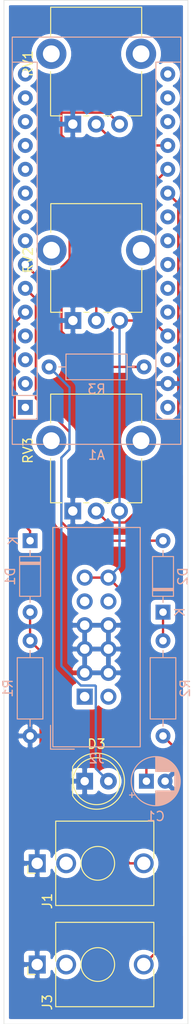
<source format=kicad_pcb>
(kicad_pcb (version 20171130) (host pcbnew "(5.1.2)-2")

  (general
    (thickness 1.6)
    (drawings 4)
    (tracks 74)
    (zones 0)
    (modules 14)
    (nets 39)
  )

  (page A4)
  (layers
    (0 F.Cu signal)
    (31 B.Cu signal)
    (32 B.Adhes user)
    (33 F.Adhes user)
    (34 B.Paste user)
    (35 F.Paste user)
    (36 B.SilkS user)
    (37 F.SilkS user)
    (38 B.Mask user)
    (39 F.Mask user)
    (40 Dwgs.User user)
    (41 Cmts.User user)
    (42 Eco1.User user)
    (43 Eco2.User user)
    (44 Edge.Cuts user)
    (45 Margin user)
    (46 B.CrtYd user)
    (47 F.CrtYd user)
    (48 B.Fab user)
    (49 F.Fab user)
  )

  (setup
    (last_trace_width 0.25)
    (trace_clearance 0.2)
    (zone_clearance 0.508)
    (zone_45_only no)
    (trace_min 0.2)
    (via_size 0.8)
    (via_drill 0.4)
    (via_min_size 0.4)
    (via_min_drill 0.3)
    (uvia_size 0.3)
    (uvia_drill 0.1)
    (uvias_allowed no)
    (uvia_min_size 0.2)
    (uvia_min_drill 0.1)
    (edge_width 0.05)
    (segment_width 0.2)
    (pcb_text_width 0.3)
    (pcb_text_size 1.5 1.5)
    (mod_edge_width 0.12)
    (mod_text_size 1 1)
    (mod_text_width 0.15)
    (pad_size 1.524 1.524)
    (pad_drill 0.762)
    (pad_to_mask_clearance 0.051)
    (solder_mask_min_width 0.25)
    (aux_axis_origin 0 0)
    (visible_elements 7FFFFFFF)
    (pcbplotparams
      (layerselection 0x010fc_ffffffff)
      (usegerberextensions false)
      (usegerberattributes false)
      (usegerberadvancedattributes false)
      (creategerberjobfile false)
      (excludeedgelayer true)
      (linewidth 0.100000)
      (plotframeref false)
      (viasonmask false)
      (mode 1)
      (useauxorigin false)
      (hpglpennumber 1)
      (hpglpenspeed 20)
      (hpglpendiameter 15.000000)
      (psnegative false)
      (psa4output false)
      (plotreference true)
      (plotvalue true)
      (plotinvisibletext false)
      (padsonsilk false)
      (subtractmaskfromsilk false)
      (outputformat 1)
      (mirror false)
      (drillshape 1)
      (scaleselection 1)
      (outputdirectory ""))
  )

  (net 0 "")
  (net 1 "Net-(A1-Pad16)")
  (net 2 "Net-(A1-Pad15)")
  (net 3 "Net-(A1-Pad30)")
  (net 4 "Net-(A1-Pad14)")
  (net 5 GND)
  (net 6 "Net-(A1-Pad13)")
  (net 7 "Net-(A1-Pad28)")
  (net 8 "Net-(A1-Pad12)")
  (net 9 +5V)
  (net 10 "Net-(A1-Pad11)")
  (net 11 "Net-(A1-Pad26)")
  (net 12 "Net-(A1-Pad10)")
  (net 13 "Net-(A1-Pad25)")
  (net 14 "Net-(A1-Pad24)")
  (net 15 "Net-(A1-Pad23)")
  (net 16 "Net-(A1-Pad22)")
  (net 17 /gate)
  (net 18 /shift)
  (net 19 /clock)
  (net 20 /pulses)
  (net 21 "Net-(A1-Pad4)")
  (net 22 /steps)
  (net 23 "Net-(A1-Pad3)")
  (net 24 "Net-(A1-Pad18)")
  (net 25 "Net-(A1-Pad2)")
  (net 26 "Net-(A1-Pad17)")
  (net 27 "Net-(A1-Pad1)")
  (net 28 "Net-(D1-Pad2)")
  (net 29 "Net-(D2-Pad1)")
  (net 30 "Net-(J2-Pad10)")
  (net 31 "Net-(J2-Pad9)")
  (net 32 "Net-(J2-Pad2)")
  (net 33 "Net-(J2-Pad1)")
  (net 34 "Net-(J3-PadT)")
  (net 35 /led_gate)
  (net 36 "Net-(D3-Pad2)")
  (net 37 "Net-(A1-Pad9)")
  (net 38 "Net-(A1-Pad8)")

  (net_class Default "This is the default net class."
    (clearance 0.2)
    (trace_width 0.25)
    (via_dia 0.8)
    (via_drill 0.4)
    (uvia_dia 0.3)
    (uvia_drill 0.1)
    (add_net +5V)
    (add_net /clock)
    (add_net /gate)
    (add_net /led_gate)
    (add_net /pulses)
    (add_net /shift)
    (add_net /steps)
    (add_net GND)
    (add_net "Net-(A1-Pad1)")
    (add_net "Net-(A1-Pad10)")
    (add_net "Net-(A1-Pad11)")
    (add_net "Net-(A1-Pad12)")
    (add_net "Net-(A1-Pad13)")
    (add_net "Net-(A1-Pad14)")
    (add_net "Net-(A1-Pad15)")
    (add_net "Net-(A1-Pad16)")
    (add_net "Net-(A1-Pad17)")
    (add_net "Net-(A1-Pad18)")
    (add_net "Net-(A1-Pad2)")
    (add_net "Net-(A1-Pad22)")
    (add_net "Net-(A1-Pad23)")
    (add_net "Net-(A1-Pad24)")
    (add_net "Net-(A1-Pad25)")
    (add_net "Net-(A1-Pad26)")
    (add_net "Net-(A1-Pad28)")
    (add_net "Net-(A1-Pad3)")
    (add_net "Net-(A1-Pad30)")
    (add_net "Net-(A1-Pad4)")
    (add_net "Net-(A1-Pad8)")
    (add_net "Net-(A1-Pad9)")
    (add_net "Net-(D1-Pad2)")
    (add_net "Net-(D2-Pad1)")
    (add_net "Net-(D3-Pad2)")
    (add_net "Net-(J2-Pad1)")
    (add_net "Net-(J2-Pad10)")
    (add_net "Net-(J2-Pad2)")
    (add_net "Net-(J2-Pad9)")
    (add_net "Net-(J3-PadT)")
  )

  (module Connector_IDC:IDC-Header_2x06_P2.54mm_Vertical (layer B.Cu) (tedit 59DE051E) (tstamp 5D651B4F)
    (at 46.736 106.045)
    (descr "Through hole straight IDC box header, 2x06, 2.54mm pitch, double rows")
    (tags "Through hole IDC box header THT 2x06 2.54mm double row")
    (path /5D6456BC)
    (fp_text reference J2 (at 1.27 6.604) (layer B.SilkS)
      (effects (font (size 1 1) (thickness 0.15)) (justify mirror))
    )
    (fp_text value Conn_02x06_Odd_Even (at 1.27 -19.304) (layer B.Fab)
      (effects (font (size 1 1) (thickness 0.15)) (justify mirror))
    )
    (fp_line (start -3.655 5.6) (end -1.115 5.6) (layer B.SilkS) (width 0.12))
    (fp_line (start -3.655 5.6) (end -3.655 3.06) (layer B.SilkS) (width 0.12))
    (fp_line (start -3.405 5.35) (end 5.945 5.35) (layer B.SilkS) (width 0.12))
    (fp_line (start -3.405 -18.05) (end -3.405 5.35) (layer B.SilkS) (width 0.12))
    (fp_line (start 5.945 -18.05) (end -3.405 -18.05) (layer B.SilkS) (width 0.12))
    (fp_line (start 5.945 5.35) (end 5.945 -18.05) (layer B.SilkS) (width 0.12))
    (fp_line (start -3.41 5.35) (end 5.95 5.35) (layer B.CrtYd) (width 0.05))
    (fp_line (start -3.41 -18.05) (end -3.41 5.35) (layer B.CrtYd) (width 0.05))
    (fp_line (start 5.95 -18.05) (end -3.41 -18.05) (layer B.CrtYd) (width 0.05))
    (fp_line (start 5.95 5.35) (end 5.95 -18.05) (layer B.CrtYd) (width 0.05))
    (fp_line (start -3.155 -17.8) (end -2.605 -17.24) (layer B.Fab) (width 0.1))
    (fp_line (start -3.155 5.1) (end -2.605 4.56) (layer B.Fab) (width 0.1))
    (fp_line (start 5.695 -17.8) (end 5.145 -17.24) (layer B.Fab) (width 0.1))
    (fp_line (start 5.695 5.1) (end 5.145 4.56) (layer B.Fab) (width 0.1))
    (fp_line (start 5.145 -17.24) (end -2.605 -17.24) (layer B.Fab) (width 0.1))
    (fp_line (start 5.695 -17.8) (end -3.155 -17.8) (layer B.Fab) (width 0.1))
    (fp_line (start 5.145 4.56) (end -2.605 4.56) (layer B.Fab) (width 0.1))
    (fp_line (start 5.695 5.1) (end -3.155 5.1) (layer B.Fab) (width 0.1))
    (fp_line (start -2.605 -8.6) (end -3.155 -8.6) (layer B.Fab) (width 0.1))
    (fp_line (start -2.605 -4.1) (end -3.155 -4.1) (layer B.Fab) (width 0.1))
    (fp_line (start -2.605 -8.6) (end -2.605 -17.24) (layer B.Fab) (width 0.1))
    (fp_line (start -2.605 4.56) (end -2.605 -4.1) (layer B.Fab) (width 0.1))
    (fp_line (start -3.155 5.1) (end -3.155 -17.8) (layer B.Fab) (width 0.1))
    (fp_line (start 5.145 4.56) (end 5.145 -17.24) (layer B.Fab) (width 0.1))
    (fp_line (start 5.695 5.1) (end 5.695 -17.8) (layer B.Fab) (width 0.1))
    (fp_text user %R (at 1.27 -6.35) (layer B.Fab)
      (effects (font (size 1 1) (thickness 0.15)) (justify mirror))
    )
    (pad 12 thru_hole oval (at 2.54 -12.7) (size 1.7272 1.7272) (drill 1.016) (layers *.Cu *.Mask)
      (net 9 +5V))
    (pad 11 thru_hole oval (at 0 -12.7) (size 1.7272 1.7272) (drill 1.016) (layers *.Cu *.Mask)
      (net 9 +5V))
    (pad 10 thru_hole oval (at 2.54 -10.16) (size 1.7272 1.7272) (drill 1.016) (layers *.Cu *.Mask)
      (net 30 "Net-(J2-Pad10)"))
    (pad 9 thru_hole oval (at 0 -10.16) (size 1.7272 1.7272) (drill 1.016) (layers *.Cu *.Mask)
      (net 31 "Net-(J2-Pad9)"))
    (pad 8 thru_hole oval (at 2.54 -7.62) (size 1.7272 1.7272) (drill 1.016) (layers *.Cu *.Mask)
      (net 5 GND))
    (pad 7 thru_hole oval (at 0 -7.62) (size 1.7272 1.7272) (drill 1.016) (layers *.Cu *.Mask)
      (net 5 GND))
    (pad 6 thru_hole oval (at 2.54 -5.08) (size 1.7272 1.7272) (drill 1.016) (layers *.Cu *.Mask)
      (net 5 GND))
    (pad 5 thru_hole oval (at 0 -5.08) (size 1.7272 1.7272) (drill 1.016) (layers *.Cu *.Mask)
      (net 5 GND))
    (pad 4 thru_hole oval (at 2.54 -2.54) (size 1.7272 1.7272) (drill 1.016) (layers *.Cu *.Mask)
      (net 5 GND))
    (pad 3 thru_hole oval (at 0 -2.54) (size 1.7272 1.7272) (drill 1.016) (layers *.Cu *.Mask)
      (net 5 GND))
    (pad 2 thru_hole oval (at 2.54 0) (size 1.7272 1.7272) (drill 1.016) (layers *.Cu *.Mask)
      (net 32 "Net-(J2-Pad2)"))
    (pad 1 thru_hole rect (at 0 0) (size 1.7272 1.7272) (drill 1.016) (layers *.Cu *.Mask)
      (net 33 "Net-(J2-Pad1)"))
    (model ${KISYS3DMOD}/Connector_IDC.3dshapes/IDC-Header_2x06_P2.54mm_Vertical.wrl
      (at (xyz 0 0 0))
      (scale (xyz 1 1 1))
      (rotate (xyz 0 0 0))
    )
  )

  (module Resistor_THT:R_Axial_DIN0207_L6.3mm_D2.5mm_P10.16mm_Horizontal (layer B.Cu) (tedit 5AE5139B) (tstamp 5D65467B)
    (at 42.926 70.866)
    (descr "Resistor, Axial_DIN0207 series, Axial, Horizontal, pin pitch=10.16mm, 0.25W = 1/4W, length*diameter=6.3*2.5mm^2, http://cdn-reichelt.de/documents/datenblatt/B400/1_4W%23YAG.pdf")
    (tags "Resistor Axial_DIN0207 series Axial Horizontal pin pitch 10.16mm 0.25W = 1/4W length 6.3mm diameter 2.5mm")
    (path /5D66DD61)
    (fp_text reference R3 (at 5.08 2.37 180) (layer B.SilkS)
      (effects (font (size 1 1) (thickness 0.15)) (justify mirror))
    )
    (fp_text value 220 (at 5.08 -2.37 180) (layer B.Fab)
      (effects (font (size 1 1) (thickness 0.15)) (justify mirror))
    )
    (fp_text user %R (at 5.08 0 180) (layer B.Fab)
      (effects (font (size 1 1) (thickness 0.15)) (justify mirror))
    )
    (fp_line (start 11.21 1.5) (end -1.05 1.5) (layer B.CrtYd) (width 0.05))
    (fp_line (start 11.21 -1.5) (end 11.21 1.5) (layer B.CrtYd) (width 0.05))
    (fp_line (start -1.05 -1.5) (end 11.21 -1.5) (layer B.CrtYd) (width 0.05))
    (fp_line (start -1.05 1.5) (end -1.05 -1.5) (layer B.CrtYd) (width 0.05))
    (fp_line (start 9.12 0) (end 8.35 0) (layer B.SilkS) (width 0.12))
    (fp_line (start 1.04 0) (end 1.81 0) (layer B.SilkS) (width 0.12))
    (fp_line (start 8.35 1.37) (end 1.81 1.37) (layer B.SilkS) (width 0.12))
    (fp_line (start 8.35 -1.37) (end 8.35 1.37) (layer B.SilkS) (width 0.12))
    (fp_line (start 1.81 -1.37) (end 8.35 -1.37) (layer B.SilkS) (width 0.12))
    (fp_line (start 1.81 1.37) (end 1.81 -1.37) (layer B.SilkS) (width 0.12))
    (fp_line (start 10.16 0) (end 8.23 0) (layer B.Fab) (width 0.1))
    (fp_line (start 0 0) (end 1.93 0) (layer B.Fab) (width 0.1))
    (fp_line (start 8.23 1.25) (end 1.93 1.25) (layer B.Fab) (width 0.1))
    (fp_line (start 8.23 -1.25) (end 8.23 1.25) (layer B.Fab) (width 0.1))
    (fp_line (start 1.93 -1.25) (end 8.23 -1.25) (layer B.Fab) (width 0.1))
    (fp_line (start 1.93 1.25) (end 1.93 -1.25) (layer B.Fab) (width 0.1))
    (pad 2 thru_hole oval (at 10.16 0) (size 1.6 1.6) (drill 0.8) (layers *.Cu *.Mask)
      (net 35 /led_gate))
    (pad 1 thru_hole circle (at 0 0) (size 1.6 1.6) (drill 0.8) (layers *.Cu *.Mask)
      (net 36 "Net-(D3-Pad2)"))
    (model ${KISYS3DMOD}/Resistor_THT.3dshapes/R_Axial_DIN0207_L6.3mm_D2.5mm_P10.16mm_Horizontal.wrl
      (at (xyz 0 0 0))
      (scale (xyz 1 1 1))
      (rotate (xyz 0 0 0))
    )
  )

  (module LED_THT:LED_D5.0mm (layer F.Cu) (tedit 5995936A) (tstamp 5D65450A)
    (at 46.736 115.062)
    (descr "LED, diameter 5.0mm, 2 pins, http://cdn-reichelt.de/documents/datenblatt/A500/LL-504BC2E-009.pdf")
    (tags "LED diameter 5.0mm 2 pins")
    (path /5D6695A6)
    (fp_text reference D3 (at 1.27 -3.96) (layer F.SilkS)
      (effects (font (size 1 1) (thickness 0.15)))
    )
    (fp_text value LED (at 1.27 3.96) (layer F.Fab)
      (effects (font (size 1 1) (thickness 0.15)))
    )
    (fp_text user %R (at 1.25 0) (layer F.Fab)
      (effects (font (size 0.8 0.8) (thickness 0.2)))
    )
    (fp_line (start 4.5 -3.25) (end -1.95 -3.25) (layer F.CrtYd) (width 0.05))
    (fp_line (start 4.5 3.25) (end 4.5 -3.25) (layer F.CrtYd) (width 0.05))
    (fp_line (start -1.95 3.25) (end 4.5 3.25) (layer F.CrtYd) (width 0.05))
    (fp_line (start -1.95 -3.25) (end -1.95 3.25) (layer F.CrtYd) (width 0.05))
    (fp_line (start -1.29 -1.545) (end -1.29 1.545) (layer F.SilkS) (width 0.12))
    (fp_line (start -1.23 -1.469694) (end -1.23 1.469694) (layer F.Fab) (width 0.1))
    (fp_circle (center 1.27 0) (end 3.77 0) (layer F.SilkS) (width 0.12))
    (fp_circle (center 1.27 0) (end 3.77 0) (layer F.Fab) (width 0.1))
    (fp_arc (start 1.27 0) (end -1.29 1.54483) (angle -148.9) (layer F.SilkS) (width 0.12))
    (fp_arc (start 1.27 0) (end -1.29 -1.54483) (angle 148.9) (layer F.SilkS) (width 0.12))
    (fp_arc (start 1.27 0) (end -1.23 -1.469694) (angle 299.1) (layer F.Fab) (width 0.1))
    (pad 2 thru_hole circle (at 2.54 0) (size 1.8 1.8) (drill 0.9) (layers *.Cu *.Mask)
      (net 36 "Net-(D3-Pad2)"))
    (pad 1 thru_hole rect (at 0 0) (size 1.8 1.8) (drill 0.9) (layers *.Cu *.Mask)
      (net 5 GND))
    (model ${KISYS3DMOD}/LED_THT.3dshapes/LED_D5.0mm.wrl
      (at (xyz 0 0 0))
      (scale (xyz 1 1 1))
      (rotate (xyz 0 0 0))
    )
  )

  (module Potentiometer_THT:Potentiometer_Alpha_RD901F-40-00D_Single_Vertical_CircularHoles (layer F.Cu) (tedit 5C6C6C48) (tstamp 5D651BF3)
    (at 45.466 86.24 90)
    (descr "Potentiometer, vertical, 9mm, single, http://www.taiwanalpha.com.tw/downloads?target=products&id=113")
    (tags "potentiometer vertical 9mm single")
    (path /5D64499C)
    (fp_text reference RV3 (at 6.45 -4.8 270) (layer F.SilkS)
      (effects (font (size 1 1) (thickness 0.15)))
    )
    (fp_text value Shift (at 0 10.11 270) (layer F.Fab)
      (effects (font (size 1 1) (thickness 0.15)))
    )
    (fp_text user %R (at 7.62 2.54 90) (layer F.Fab)
      (effects (font (size 1 1) (thickness 0.15)))
    )
    (fp_line (start -1.15 9.17) (end 12.6 9.17) (layer F.CrtYd) (width 0.05))
    (fp_line (start -1.15 -4.17) (end -1.15 9.17) (layer F.CrtYd) (width 0.05))
    (fp_line (start 12.6 -4.17) (end -1.15 -4.17) (layer F.CrtYd) (width 0.05))
    (fp_line (start 12.6 9.17) (end 12.6 -4.17) (layer F.CrtYd) (width 0.05))
    (fp_line (start 12.47 7.37) (end 12.47 -2.37) (layer F.SilkS) (width 0.12))
    (fp_line (start 0.88 7.37) (end 0.88 5.88) (layer F.SilkS) (width 0.12))
    (fp_line (start 9.41 7.37) (end 12.47 7.37) (layer F.SilkS) (width 0.12))
    (fp_line (start 0.88 -2.38) (end 5.6 -2.38) (layer F.SilkS) (width 0.12))
    (fp_circle (center 7.5 2.5) (end 7.5 -1) (layer F.Fab) (width 0.1))
    (fp_line (start 1 7.25) (end 1 -2.25) (layer F.Fab) (width 0.1))
    (fp_line (start 12.35 7.25) (end 12.35 -2.25) (layer F.Fab) (width 0.1))
    (fp_line (start 1 -2.25) (end 12.35 -2.25) (layer F.Fab) (width 0.1))
    (fp_line (start 1 7.25) (end 12.35 7.25) (layer F.Fab) (width 0.1))
    (fp_line (start 9.41 -2.37) (end 12.47 -2.37) (layer F.SilkS) (width 0.12))
    (fp_line (start 0.88 7.37) (end 5.6 7.37) (layer F.SilkS) (width 0.12))
    (fp_line (start 0.88 -1.19) (end 0.88 -2.37) (layer F.SilkS) (width 0.12))
    (fp_line (start 0.88 1.71) (end 0.88 1.18) (layer F.SilkS) (width 0.12))
    (fp_line (start 0.88 4.16) (end 0.88 3.33) (layer F.SilkS) (width 0.12))
    (pad 1 thru_hole rect (at 0 0 180) (size 1.8 1.8) (drill 1) (layers *.Cu *.Mask)
      (net 5 GND))
    (pad 2 thru_hole circle (at 0 2.5 180) (size 1.8 1.8) (drill 1) (layers *.Cu *.Mask)
      (net 18 /shift))
    (pad 3 thru_hole circle (at 0 5 180) (size 1.8 1.8) (drill 1) (layers *.Cu *.Mask)
      (net 9 +5V))
    (pad "" thru_hole circle (at 7.5 7.3 180) (size 3.24 3.24) (drill 1.8) (layers *.Cu *.Mask))
    (pad "" thru_hole circle (at 7.5 -2.3 180) (size 3.24 3.24) (drill 1.8) (layers *.Cu *.Mask))
    (model ${KISYS3DMOD}/Potentiometer_THT.3dshapes/Potentiometer_Alpha_RD901F-40-00D_Single_Vertical.wrl
      (at (xyz 0 0 0))
      (scale (xyz 1 1 1))
      (rotate (xyz 0 0 0))
    )
  )

  (module Potentiometer_THT:Potentiometer_Alpha_RD901F-40-00D_Single_Vertical_CircularHoles (layer F.Cu) (tedit 5C6C6C48) (tstamp 5D651BD7)
    (at 45.48 65.92 90)
    (descr "Potentiometer, vertical, 9mm, single, http://www.taiwanalpha.com.tw/downloads?target=products&id=113")
    (tags "potentiometer vertical 9mm single")
    (path /5D644794)
    (fp_text reference RV2 (at 6.45 -4.8 270) (layer F.SilkS)
      (effects (font (size 1 1) (thickness 0.15)))
    )
    (fp_text value Pulses (at 0 10.11 270) (layer F.Fab)
      (effects (font (size 1 1) (thickness 0.15)))
    )
    (fp_line (start 0.88 4.16) (end 0.88 3.33) (layer F.SilkS) (width 0.12))
    (fp_line (start 0.88 1.71) (end 0.88 1.18) (layer F.SilkS) (width 0.12))
    (fp_line (start 0.88 -1.19) (end 0.88 -2.37) (layer F.SilkS) (width 0.12))
    (fp_line (start 0.88 7.37) (end 5.6 7.37) (layer F.SilkS) (width 0.12))
    (fp_line (start 9.41 -2.37) (end 12.47 -2.37) (layer F.SilkS) (width 0.12))
    (fp_line (start 1 7.25) (end 12.35 7.25) (layer F.Fab) (width 0.1))
    (fp_line (start 1 -2.25) (end 12.35 -2.25) (layer F.Fab) (width 0.1))
    (fp_line (start 12.35 7.25) (end 12.35 -2.25) (layer F.Fab) (width 0.1))
    (fp_line (start 1 7.25) (end 1 -2.25) (layer F.Fab) (width 0.1))
    (fp_circle (center 7.5 2.5) (end 7.5 -1) (layer F.Fab) (width 0.1))
    (fp_line (start 0.88 -2.38) (end 5.6 -2.38) (layer F.SilkS) (width 0.12))
    (fp_line (start 9.41 7.37) (end 12.47 7.37) (layer F.SilkS) (width 0.12))
    (fp_line (start 0.88 7.37) (end 0.88 5.88) (layer F.SilkS) (width 0.12))
    (fp_line (start 12.47 7.37) (end 12.47 -2.37) (layer F.SilkS) (width 0.12))
    (fp_line (start 12.6 9.17) (end 12.6 -4.17) (layer F.CrtYd) (width 0.05))
    (fp_line (start 12.6 -4.17) (end -1.15 -4.17) (layer F.CrtYd) (width 0.05))
    (fp_line (start -1.15 -4.17) (end -1.15 9.17) (layer F.CrtYd) (width 0.05))
    (fp_line (start -1.15 9.17) (end 12.6 9.17) (layer F.CrtYd) (width 0.05))
    (fp_text user %R (at 7.62 2.54 90) (layer F.Fab)
      (effects (font (size 1 1) (thickness 0.15)))
    )
    (pad "" thru_hole circle (at 7.5 -2.3 180) (size 3.24 3.24) (drill 1.8) (layers *.Cu *.Mask))
    (pad "" thru_hole circle (at 7.5 7.3 180) (size 3.24 3.24) (drill 1.8) (layers *.Cu *.Mask))
    (pad 3 thru_hole circle (at 0 5 180) (size 1.8 1.8) (drill 1) (layers *.Cu *.Mask)
      (net 9 +5V))
    (pad 2 thru_hole circle (at 0 2.5 180) (size 1.8 1.8) (drill 1) (layers *.Cu *.Mask)
      (net 20 /pulses))
    (pad 1 thru_hole rect (at 0 0 180) (size 1.8 1.8) (drill 1) (layers *.Cu *.Mask)
      (net 5 GND))
    (model ${KISYS3DMOD}/Potentiometer_THT.3dshapes/Potentiometer_Alpha_RD901F-40-00D_Single_Vertical.wrl
      (at (xyz 0 0 0))
      (scale (xyz 1 1 1))
      (rotate (xyz 0 0 0))
    )
  )

  (module Potentiometer_THT:Potentiometer_Alpha_RD901F-40-00D_Single_Vertical_CircularHoles (layer F.Cu) (tedit 5C6C6C48) (tstamp 5D651BBB)
    (at 45.466 44.965 90)
    (descr "Potentiometer, vertical, 9mm, single, http://www.taiwanalpha.com.tw/downloads?target=products&id=113")
    (tags "potentiometer vertical 9mm single")
    (path /5D644240)
    (fp_text reference RV1 (at 6.45 -4.8 270) (layer F.SilkS)
      (effects (font (size 1 1) (thickness 0.15)))
    )
    (fp_text value Steps (at 0 10.11 270) (layer F.Fab)
      (effects (font (size 1 1) (thickness 0.15)))
    )
    (fp_line (start 0.88 4.16) (end 0.88 3.33) (layer F.SilkS) (width 0.12))
    (fp_line (start 0.88 1.71) (end 0.88 1.18) (layer F.SilkS) (width 0.12))
    (fp_line (start 0.88 -1.19) (end 0.88 -2.37) (layer F.SilkS) (width 0.12))
    (fp_line (start 0.88 7.37) (end 5.6 7.37) (layer F.SilkS) (width 0.12))
    (fp_line (start 9.41 -2.37) (end 12.47 -2.37) (layer F.SilkS) (width 0.12))
    (fp_line (start 1 7.25) (end 12.35 7.25) (layer F.Fab) (width 0.1))
    (fp_line (start 1 -2.25) (end 12.35 -2.25) (layer F.Fab) (width 0.1))
    (fp_line (start 12.35 7.25) (end 12.35 -2.25) (layer F.Fab) (width 0.1))
    (fp_line (start 1 7.25) (end 1 -2.25) (layer F.Fab) (width 0.1))
    (fp_circle (center 7.5 2.5) (end 7.5 -1) (layer F.Fab) (width 0.1))
    (fp_line (start 0.88 -2.38) (end 5.6 -2.38) (layer F.SilkS) (width 0.12))
    (fp_line (start 9.41 7.37) (end 12.47 7.37) (layer F.SilkS) (width 0.12))
    (fp_line (start 0.88 7.37) (end 0.88 5.88) (layer F.SilkS) (width 0.12))
    (fp_line (start 12.47 7.37) (end 12.47 -2.37) (layer F.SilkS) (width 0.12))
    (fp_line (start 12.6 9.17) (end 12.6 -4.17) (layer F.CrtYd) (width 0.05))
    (fp_line (start 12.6 -4.17) (end -1.15 -4.17) (layer F.CrtYd) (width 0.05))
    (fp_line (start -1.15 -4.17) (end -1.15 9.17) (layer F.CrtYd) (width 0.05))
    (fp_line (start -1.15 9.17) (end 12.6 9.17) (layer F.CrtYd) (width 0.05))
    (fp_text user %R (at 7.62 2.54 90) (layer F.Fab)
      (effects (font (size 1 1) (thickness 0.15)))
    )
    (pad "" thru_hole circle (at 7.5 -2.3 180) (size 3.24 3.24) (drill 1.8) (layers *.Cu *.Mask))
    (pad "" thru_hole circle (at 7.5 7.3 180) (size 3.24 3.24) (drill 1.8) (layers *.Cu *.Mask))
    (pad 3 thru_hole circle (at 0 5 180) (size 1.8 1.8) (drill 1) (layers *.Cu *.Mask)
      (net 9 +5V))
    (pad 2 thru_hole circle (at 0 2.5 180) (size 1.8 1.8) (drill 1) (layers *.Cu *.Mask)
      (net 22 /steps))
    (pad 1 thru_hole rect (at 0 0 180) (size 1.8 1.8) (drill 1) (layers *.Cu *.Mask)
      (net 5 GND))
    (model ${KISYS3DMOD}/Potentiometer_THT.3dshapes/Potentiometer_Alpha_RD901F-40-00D_Single_Vertical.wrl
      (at (xyz 0 0 0))
      (scale (xyz 1 1 1))
      (rotate (xyz 0 0 0))
    )
  )

  (module Resistor_THT:R_Axial_DIN0207_L6.3mm_D2.5mm_P10.16mm_Horizontal (layer B.Cu) (tedit 5AE5139B) (tstamp 5D651B9F)
    (at 55.118 110.236 90)
    (descr "Resistor, Axial_DIN0207 series, Axial, Horizontal, pin pitch=10.16mm, 0.25W = 1/4W, length*diameter=6.3*2.5mm^2, http://cdn-reichelt.de/documents/datenblatt/B400/1_4W%23YAG.pdf")
    (tags "Resistor Axial_DIN0207 series Axial Horizontal pin pitch 10.16mm 0.25W = 1/4W length 6.3mm diameter 2.5mm")
    (path /5D652B23)
    (fp_text reference R2 (at 5.08 2.37 270) (layer B.SilkS)
      (effects (font (size 1 1) (thickness 0.15)) (justify mirror))
    )
    (fp_text value 1k (at 5.08 -2.37 270) (layer B.Fab)
      (effects (font (size 1 1) (thickness 0.15)) (justify mirror))
    )
    (fp_text user %R (at 5.08 0 270) (layer B.Fab)
      (effects (font (size 1 1) (thickness 0.15)) (justify mirror))
    )
    (fp_line (start 11.21 1.5) (end -1.05 1.5) (layer B.CrtYd) (width 0.05))
    (fp_line (start 11.21 -1.5) (end 11.21 1.5) (layer B.CrtYd) (width 0.05))
    (fp_line (start -1.05 -1.5) (end 11.21 -1.5) (layer B.CrtYd) (width 0.05))
    (fp_line (start -1.05 1.5) (end -1.05 -1.5) (layer B.CrtYd) (width 0.05))
    (fp_line (start 9.12 0) (end 8.35 0) (layer B.SilkS) (width 0.12))
    (fp_line (start 1.04 0) (end 1.81 0) (layer B.SilkS) (width 0.12))
    (fp_line (start 8.35 1.37) (end 1.81 1.37) (layer B.SilkS) (width 0.12))
    (fp_line (start 8.35 -1.37) (end 8.35 1.37) (layer B.SilkS) (width 0.12))
    (fp_line (start 1.81 -1.37) (end 8.35 -1.37) (layer B.SilkS) (width 0.12))
    (fp_line (start 1.81 1.37) (end 1.81 -1.37) (layer B.SilkS) (width 0.12))
    (fp_line (start 10.16 0) (end 8.23 0) (layer B.Fab) (width 0.1))
    (fp_line (start 0 0) (end 1.93 0) (layer B.Fab) (width 0.1))
    (fp_line (start 8.23 1.25) (end 1.93 1.25) (layer B.Fab) (width 0.1))
    (fp_line (start 8.23 -1.25) (end 8.23 1.25) (layer B.Fab) (width 0.1))
    (fp_line (start 1.93 -1.25) (end 8.23 -1.25) (layer B.Fab) (width 0.1))
    (fp_line (start 1.93 1.25) (end 1.93 -1.25) (layer B.Fab) (width 0.1))
    (pad 2 thru_hole oval (at 10.16 0 90) (size 1.6 1.6) (drill 0.8) (layers *.Cu *.Mask)
      (net 29 "Net-(D2-Pad1)"))
    (pad 1 thru_hole circle (at 0 0 90) (size 1.6 1.6) (drill 0.8) (layers *.Cu *.Mask)
      (net 34 "Net-(J3-PadT)"))
    (model ${KISYS3DMOD}/Resistor_THT.3dshapes/R_Axial_DIN0207_L6.3mm_D2.5mm_P10.16mm_Horizontal.wrl
      (at (xyz 0 0 0))
      (scale (xyz 1 1 1))
      (rotate (xyz 0 0 0))
    )
  )

  (module Resistor_THT:R_Axial_DIN0207_L6.3mm_D2.5mm_P10.16mm_Horizontal (layer B.Cu) (tedit 5AE5139B) (tstamp 5D651B88)
    (at 40.894 100.076 270)
    (descr "Resistor, Axial_DIN0207 series, Axial, Horizontal, pin pitch=10.16mm, 0.25W = 1/4W, length*diameter=6.3*2.5mm^2, http://cdn-reichelt.de/documents/datenblatt/B400/1_4W%23YAG.pdf")
    (tags "Resistor Axial_DIN0207 series Axial Horizontal pin pitch 10.16mm 0.25W = 1/4W length 6.3mm diameter 2.5mm")
    (path /5D64EAE6)
    (fp_text reference R1 (at 5.08 2.37 270) (layer B.SilkS)
      (effects (font (size 1 1) (thickness 0.15)) (justify mirror))
    )
    (fp_text value 10k (at 5.08 -2.37 270) (layer B.Fab)
      (effects (font (size 1 1) (thickness 0.15)) (justify mirror))
    )
    (fp_text user %R (at 5.08 0 270) (layer B.Fab)
      (effects (font (size 1 1) (thickness 0.15)) (justify mirror))
    )
    (fp_line (start 11.21 1.5) (end -1.05 1.5) (layer B.CrtYd) (width 0.05))
    (fp_line (start 11.21 -1.5) (end 11.21 1.5) (layer B.CrtYd) (width 0.05))
    (fp_line (start -1.05 -1.5) (end 11.21 -1.5) (layer B.CrtYd) (width 0.05))
    (fp_line (start -1.05 1.5) (end -1.05 -1.5) (layer B.CrtYd) (width 0.05))
    (fp_line (start 9.12 0) (end 8.35 0) (layer B.SilkS) (width 0.12))
    (fp_line (start 1.04 0) (end 1.81 0) (layer B.SilkS) (width 0.12))
    (fp_line (start 8.35 1.37) (end 1.81 1.37) (layer B.SilkS) (width 0.12))
    (fp_line (start 8.35 -1.37) (end 8.35 1.37) (layer B.SilkS) (width 0.12))
    (fp_line (start 1.81 -1.37) (end 8.35 -1.37) (layer B.SilkS) (width 0.12))
    (fp_line (start 1.81 1.37) (end 1.81 -1.37) (layer B.SilkS) (width 0.12))
    (fp_line (start 10.16 0) (end 8.23 0) (layer B.Fab) (width 0.1))
    (fp_line (start 0 0) (end 1.93 0) (layer B.Fab) (width 0.1))
    (fp_line (start 8.23 1.25) (end 1.93 1.25) (layer B.Fab) (width 0.1))
    (fp_line (start 8.23 -1.25) (end 8.23 1.25) (layer B.Fab) (width 0.1))
    (fp_line (start 1.93 -1.25) (end 8.23 -1.25) (layer B.Fab) (width 0.1))
    (fp_line (start 1.93 1.25) (end 1.93 -1.25) (layer B.Fab) (width 0.1))
    (pad 2 thru_hole oval (at 10.16 0 270) (size 1.6 1.6) (drill 0.8) (layers *.Cu *.Mask)
      (net 5 GND))
    (pad 1 thru_hole circle (at 0 0 270) (size 1.6 1.6) (drill 0.8) (layers *.Cu *.Mask)
      (net 28 "Net-(D1-Pad2)"))
    (model ${KISYS3DMOD}/Resistor_THT.3dshapes/R_Axial_DIN0207_L6.3mm_D2.5mm_P10.16mm_Horizontal.wrl
      (at (xyz 0 0 0))
      (scale (xyz 1 1 1))
      (rotate (xyz 0 0 0))
    )
  )

  (module Connector_Audio:Jack_3.5mm_QingPu_WQP-PJ398SM_Vertical_CircularHoles (layer F.Cu) (tedit 5C2B6BB2) (tstamp 5D651B71)
    (at 41.656 134.62 90)
    (descr "TRS 3.5mm, vertical, Thonkiconn, PCB mount, (http://www.qingpu-electronics.com/en/products/WQP-PJ398SM-362.html)")
    (tags "WQP-PJ398SM WQP-PJ301M-12 TRS 3.5mm mono vertical jack thonkiconn qingpu")
    (path /5D643B1D)
    (fp_text reference J3 (at -4.03 1.08 270) (layer F.SilkS)
      (effects (font (size 1 1) (thickness 0.15)))
    )
    (fp_text value "Gate Out" (at 0 5 270) (layer F.Fab)
      (effects (font (size 1 1) (thickness 0.15)))
    )
    (fp_line (start 0 0) (end 0 2.03) (layer F.Fab) (width 0.1))
    (fp_circle (center 0 6.48) (end 1.8 6.48) (layer F.Fab) (width 0.1))
    (fp_line (start 4.5 2.03) (end -4.5 2.03) (layer F.Fab) (width 0.1))
    (fp_line (start 5 -1.42) (end -5 -1.42) (layer F.CrtYd) (width 0.05))
    (fp_line (start 5 12.98) (end -5 12.98) (layer F.CrtYd) (width 0.05))
    (fp_line (start 5 12.98) (end 5 -1.42) (layer F.CrtYd) (width 0.05))
    (fp_line (start 4.5 12.48) (end -4.5 12.48) (layer F.Fab) (width 0.1))
    (fp_line (start 4.5 12.48) (end 4.5 2.08) (layer F.Fab) (width 0.1))
    (fp_line (start -1.06 -1) (end -0.2 -1) (layer F.SilkS) (width 0.12))
    (fp_line (start -1.06 -1) (end -1.06 -0.2) (layer F.SilkS) (width 0.12))
    (fp_circle (center 0 6.48) (end 1.8 6.48) (layer F.SilkS) (width 0.12))
    (fp_line (start -0.35 1.98) (end -4.5 1.98) (layer F.SilkS) (width 0.12))
    (fp_line (start 4.5 1.98) (end 0.35 1.98) (layer F.SilkS) (width 0.12))
    (fp_line (start -0.5 12.48) (end -4.5 12.48) (layer F.SilkS) (width 0.12))
    (fp_line (start 4.5 12.48) (end 0.5 12.48) (layer F.SilkS) (width 0.12))
    (fp_line (start -1.41 6.02) (end -0.46 5.07) (layer Dwgs.User) (width 0.12))
    (fp_line (start -1.42 6.875) (end 0.4 5.06) (layer Dwgs.User) (width 0.12))
    (fp_line (start -1.07 7.49) (end 1.01 5.41) (layer Dwgs.User) (width 0.12))
    (fp_line (start -0.58 7.83) (end 1.36 5.89) (layer Dwgs.User) (width 0.12))
    (fp_line (start 0.09 7.96) (end 1.48 6.57) (layer Dwgs.User) (width 0.12))
    (fp_circle (center 0 6.48) (end 1.5 6.48) (layer Dwgs.User) (width 0.12))
    (fp_line (start 4.5 1.98) (end 4.5 12.48) (layer F.SilkS) (width 0.12))
    (fp_line (start -4.5 1.98) (end -4.5 12.48) (layer F.SilkS) (width 0.12))
    (fp_text user %R (at 0 8 270) (layer F.Fab)
      (effects (font (size 1 1) (thickness 0.15)))
    )
    (fp_line (start -4.5 12.48) (end -4.5 2.08) (layer F.Fab) (width 0.1))
    (fp_line (start -5 12.98) (end -5 -1.42) (layer F.CrtYd) (width 0.05))
    (fp_text user KEEPOUT (at 0 6.48 90) (layer Cmts.User)
      (effects (font (size 0.4 0.4) (thickness 0.051)))
    )
    (pad T thru_hole circle (at 0 11.4 270) (size 2.13 2.13) (drill 1.43) (layers *.Cu *.Mask)
      (net 34 "Net-(J3-PadT)"))
    (pad S thru_hole rect (at 0 0 270) (size 1.93 1.83) (drill 1.22) (layers *.Cu *.Mask)
      (net 5 GND))
    (pad TN thru_hole circle (at 0 3.1 270) (size 2.13 2.13) (drill 1.42) (layers *.Cu *.Mask))
    (model ${KISYS3DMOD}/Connector_Audio.3dshapes/Jack_3.5mm_QingPu_WQP-PJ398SM_Vertical.wrl
      (at (xyz 0 0 0))
      (scale (xyz 1 1 1))
      (rotate (xyz 0 0 0))
    )
  )

  (module Connector_Audio:Jack_3.5mm_QingPu_WQP-PJ398SM_Vertical_CircularHoles (layer F.Cu) (tedit 5C2B6BB2) (tstamp 5D651B21)
    (at 41.656 123.825 90)
    (descr "TRS 3.5mm, vertical, Thonkiconn, PCB mount, (http://www.qingpu-electronics.com/en/products/WQP-PJ398SM-362.html)")
    (tags "WQP-PJ398SM WQP-PJ301M-12 TRS 3.5mm mono vertical jack thonkiconn qingpu")
    (path /5D6435AD)
    (fp_text reference J1 (at -4.03 1.08 270) (layer F.SilkS)
      (effects (font (size 1 1) (thickness 0.15)))
    )
    (fp_text value "Clock In" (at 0 5 270) (layer F.Fab)
      (effects (font (size 1 1) (thickness 0.15)))
    )
    (fp_line (start 0 0) (end 0 2.03) (layer F.Fab) (width 0.1))
    (fp_circle (center 0 6.48) (end 1.8 6.48) (layer F.Fab) (width 0.1))
    (fp_line (start 4.5 2.03) (end -4.5 2.03) (layer F.Fab) (width 0.1))
    (fp_line (start 5 -1.42) (end -5 -1.42) (layer F.CrtYd) (width 0.05))
    (fp_line (start 5 12.98) (end -5 12.98) (layer F.CrtYd) (width 0.05))
    (fp_line (start 5 12.98) (end 5 -1.42) (layer F.CrtYd) (width 0.05))
    (fp_line (start 4.5 12.48) (end -4.5 12.48) (layer F.Fab) (width 0.1))
    (fp_line (start 4.5 12.48) (end 4.5 2.08) (layer F.Fab) (width 0.1))
    (fp_line (start -1.06 -1) (end -0.2 -1) (layer F.SilkS) (width 0.12))
    (fp_line (start -1.06 -1) (end -1.06 -0.2) (layer F.SilkS) (width 0.12))
    (fp_circle (center 0 6.48) (end 1.8 6.48) (layer F.SilkS) (width 0.12))
    (fp_line (start -0.35 1.98) (end -4.5 1.98) (layer F.SilkS) (width 0.12))
    (fp_line (start 4.5 1.98) (end 0.35 1.98) (layer F.SilkS) (width 0.12))
    (fp_line (start -0.5 12.48) (end -4.5 12.48) (layer F.SilkS) (width 0.12))
    (fp_line (start 4.5 12.48) (end 0.5 12.48) (layer F.SilkS) (width 0.12))
    (fp_line (start -1.41 6.02) (end -0.46 5.07) (layer Dwgs.User) (width 0.12))
    (fp_line (start -1.42 6.875) (end 0.4 5.06) (layer Dwgs.User) (width 0.12))
    (fp_line (start -1.07 7.49) (end 1.01 5.41) (layer Dwgs.User) (width 0.12))
    (fp_line (start -0.58 7.83) (end 1.36 5.89) (layer Dwgs.User) (width 0.12))
    (fp_line (start 0.09 7.96) (end 1.48 6.57) (layer Dwgs.User) (width 0.12))
    (fp_circle (center 0 6.48) (end 1.5 6.48) (layer Dwgs.User) (width 0.12))
    (fp_line (start 4.5 1.98) (end 4.5 12.48) (layer F.SilkS) (width 0.12))
    (fp_line (start -4.5 1.98) (end -4.5 12.48) (layer F.SilkS) (width 0.12))
    (fp_text user %R (at 0 8 270) (layer F.Fab)
      (effects (font (size 1 1) (thickness 0.15)))
    )
    (fp_line (start -4.5 12.48) (end -4.5 2.08) (layer F.Fab) (width 0.1))
    (fp_line (start -5 12.98) (end -5 -1.42) (layer F.CrtYd) (width 0.05))
    (fp_text user KEEPOUT (at 0 6.48 90) (layer Cmts.User)
      (effects (font (size 0.4 0.4) (thickness 0.051)))
    )
    (pad T thru_hole circle (at 0 11.4 270) (size 2.13 2.13) (drill 1.43) (layers *.Cu *.Mask)
      (net 28 "Net-(D1-Pad2)"))
    (pad S thru_hole rect (at 0 0 270) (size 1.93 1.83) (drill 1.22) (layers *.Cu *.Mask)
      (net 5 GND))
    (pad TN thru_hole circle (at 0 3.1 270) (size 2.13 2.13) (drill 1.42) (layers *.Cu *.Mask))
    (model ${KISYS3DMOD}/Connector_Audio.3dshapes/Jack_3.5mm_QingPu_WQP-PJ398SM_Vertical.wrl
      (at (xyz 0 0 0))
      (scale (xyz 1 1 1))
      (rotate (xyz 0 0 0))
    )
  )

  (module Diode_THT:D_DO-35_SOD27_P7.62mm_Horizontal (layer B.Cu) (tedit 5AE50CD5) (tstamp 5D651AFF)
    (at 55.118 97.028 90)
    (descr "Diode, DO-35_SOD27 series, Axial, Horizontal, pin pitch=7.62mm, , length*diameter=4*2mm^2, , http://www.diodes.com/_files/packages/DO-35.pdf")
    (tags "Diode DO-35_SOD27 series Axial Horizontal pin pitch 7.62mm  length 4mm diameter 2mm")
    (path /5D6538BF)
    (fp_text reference D2 (at 3.81 2.12 270) (layer B.SilkS)
      (effects (font (size 1 1) (thickness 0.15)) (justify mirror))
    )
    (fp_text value 1N4148 (at 3.81 -2.12 270) (layer B.Fab)
      (effects (font (size 1 1) (thickness 0.15)) (justify mirror))
    )
    (fp_text user K (at 0 1.8 270) (layer B.SilkS)
      (effects (font (size 1 1) (thickness 0.15)) (justify mirror))
    )
    (fp_text user K (at 0 1.8 270) (layer B.Fab)
      (effects (font (size 1 1) (thickness 0.15)) (justify mirror))
    )
    (fp_text user %R (at 4.11 0 270) (layer B.Fab)
      (effects (font (size 0.8 0.8) (thickness 0.12)) (justify mirror))
    )
    (fp_line (start 8.67 1.25) (end -1.05 1.25) (layer B.CrtYd) (width 0.05))
    (fp_line (start 8.67 -1.25) (end 8.67 1.25) (layer B.CrtYd) (width 0.05))
    (fp_line (start -1.05 -1.25) (end 8.67 -1.25) (layer B.CrtYd) (width 0.05))
    (fp_line (start -1.05 1.25) (end -1.05 -1.25) (layer B.CrtYd) (width 0.05))
    (fp_line (start 2.29 1.12) (end 2.29 -1.12) (layer B.SilkS) (width 0.12))
    (fp_line (start 2.53 1.12) (end 2.53 -1.12) (layer B.SilkS) (width 0.12))
    (fp_line (start 2.41 1.12) (end 2.41 -1.12) (layer B.SilkS) (width 0.12))
    (fp_line (start 6.58 0) (end 5.93 0) (layer B.SilkS) (width 0.12))
    (fp_line (start 1.04 0) (end 1.69 0) (layer B.SilkS) (width 0.12))
    (fp_line (start 5.93 1.12) (end 1.69 1.12) (layer B.SilkS) (width 0.12))
    (fp_line (start 5.93 -1.12) (end 5.93 1.12) (layer B.SilkS) (width 0.12))
    (fp_line (start 1.69 -1.12) (end 5.93 -1.12) (layer B.SilkS) (width 0.12))
    (fp_line (start 1.69 1.12) (end 1.69 -1.12) (layer B.SilkS) (width 0.12))
    (fp_line (start 2.31 1) (end 2.31 -1) (layer B.Fab) (width 0.1))
    (fp_line (start 2.51 1) (end 2.51 -1) (layer B.Fab) (width 0.1))
    (fp_line (start 2.41 1) (end 2.41 -1) (layer B.Fab) (width 0.1))
    (fp_line (start 7.62 0) (end 5.81 0) (layer B.Fab) (width 0.1))
    (fp_line (start 0 0) (end 1.81 0) (layer B.Fab) (width 0.1))
    (fp_line (start 5.81 1) (end 1.81 1) (layer B.Fab) (width 0.1))
    (fp_line (start 5.81 -1) (end 5.81 1) (layer B.Fab) (width 0.1))
    (fp_line (start 1.81 -1) (end 5.81 -1) (layer B.Fab) (width 0.1))
    (fp_line (start 1.81 1) (end 1.81 -1) (layer B.Fab) (width 0.1))
    (pad 2 thru_hole oval (at 7.62 0 90) (size 1.6 1.6) (drill 0.8) (layers *.Cu *.Mask)
      (net 17 /gate))
    (pad 1 thru_hole rect (at 0 0 90) (size 1.6 1.6) (drill 0.8) (layers *.Cu *.Mask)
      (net 29 "Net-(D2-Pad1)"))
    (model ${KISYS3DMOD}/Diode_THT.3dshapes/D_DO-35_SOD27_P7.62mm_Horizontal.wrl
      (at (xyz 0 0 0))
      (scale (xyz 1 1 1))
      (rotate (xyz 0 0 0))
    )
  )

  (module Diode_THT:D_DO-35_SOD27_P7.62mm_Horizontal (layer B.Cu) (tedit 5AE50CD5) (tstamp 5D6578D9)
    (at 40.894 89.408 270)
    (descr "Diode, DO-35_SOD27 series, Axial, Horizontal, pin pitch=7.62mm, , length*diameter=4*2mm^2, , http://www.diodes.com/_files/packages/DO-35.pdf")
    (tags "Diode DO-35_SOD27 series Axial Horizontal pin pitch 7.62mm  length 4mm diameter 2mm")
    (path /5D64CF9D)
    (fp_text reference D1 (at 3.81 2.12 270) (layer B.SilkS)
      (effects (font (size 1 1) (thickness 0.15)) (justify mirror))
    )
    (fp_text value 1N4148 (at 3.81 -2.12 270) (layer B.Fab)
      (effects (font (size 1 1) (thickness 0.15)) (justify mirror))
    )
    (fp_text user K (at 0 1.8 270) (layer B.SilkS)
      (effects (font (size 1 1) (thickness 0.15)) (justify mirror))
    )
    (fp_text user K (at 0 1.8 270) (layer B.Fab)
      (effects (font (size 1 1) (thickness 0.15)) (justify mirror))
    )
    (fp_text user %R (at 4.11 0 270) (layer B.Fab)
      (effects (font (size 0.8 0.8) (thickness 0.12)) (justify mirror))
    )
    (fp_line (start 8.67 1.25) (end -1.05 1.25) (layer B.CrtYd) (width 0.05))
    (fp_line (start 8.67 -1.25) (end 8.67 1.25) (layer B.CrtYd) (width 0.05))
    (fp_line (start -1.05 -1.25) (end 8.67 -1.25) (layer B.CrtYd) (width 0.05))
    (fp_line (start -1.05 1.25) (end -1.05 -1.25) (layer B.CrtYd) (width 0.05))
    (fp_line (start 2.29 1.12) (end 2.29 -1.12) (layer B.SilkS) (width 0.12))
    (fp_line (start 2.53 1.12) (end 2.53 -1.12) (layer B.SilkS) (width 0.12))
    (fp_line (start 2.41 1.12) (end 2.41 -1.12) (layer B.SilkS) (width 0.12))
    (fp_line (start 6.58 0) (end 5.93 0) (layer B.SilkS) (width 0.12))
    (fp_line (start 1.04 0) (end 1.69 0) (layer B.SilkS) (width 0.12))
    (fp_line (start 5.93 1.12) (end 1.69 1.12) (layer B.SilkS) (width 0.12))
    (fp_line (start 5.93 -1.12) (end 5.93 1.12) (layer B.SilkS) (width 0.12))
    (fp_line (start 1.69 -1.12) (end 5.93 -1.12) (layer B.SilkS) (width 0.12))
    (fp_line (start 1.69 1.12) (end 1.69 -1.12) (layer B.SilkS) (width 0.12))
    (fp_line (start 2.31 1) (end 2.31 -1) (layer B.Fab) (width 0.1))
    (fp_line (start 2.51 1) (end 2.51 -1) (layer B.Fab) (width 0.1))
    (fp_line (start 2.41 1) (end 2.41 -1) (layer B.Fab) (width 0.1))
    (fp_line (start 7.62 0) (end 5.81 0) (layer B.Fab) (width 0.1))
    (fp_line (start 0 0) (end 1.81 0) (layer B.Fab) (width 0.1))
    (fp_line (start 5.81 1) (end 1.81 1) (layer B.Fab) (width 0.1))
    (fp_line (start 5.81 -1) (end 5.81 1) (layer B.Fab) (width 0.1))
    (fp_line (start 1.81 -1) (end 5.81 -1) (layer B.Fab) (width 0.1))
    (fp_line (start 1.81 1) (end 1.81 -1) (layer B.Fab) (width 0.1))
    (pad 2 thru_hole oval (at 7.62 0 270) (size 1.6 1.6) (drill 0.8) (layers *.Cu *.Mask)
      (net 28 "Net-(D1-Pad2)"))
    (pad 1 thru_hole rect (at 0 0 270) (size 1.6 1.6) (drill 0.8) (layers *.Cu *.Mask)
      (net 19 /clock))
    (model ${KISYS3DMOD}/Diode_THT.3dshapes/D_DO-35_SOD27_P7.62mm_Horizontal.wrl
      (at (xyz 0 0 0))
      (scale (xyz 1 1 1))
      (rotate (xyz 0 0 0))
    )
  )

  (module Capacitor_THT:CP_Radial_D5.0mm_P2.00mm (layer B.Cu) (tedit 5AE50EF0) (tstamp 5D651AC1)
    (at 53.34 115.062)
    (descr "CP, Radial series, Radial, pin pitch=2.00mm, , diameter=5mm, Electrolytic Capacitor")
    (tags "CP Radial series Radial pin pitch 2.00mm  diameter 5mm Electrolytic Capacitor")
    (path /5D650349)
    (fp_text reference C1 (at 1 3.75) (layer B.SilkS)
      (effects (font (size 1 1) (thickness 0.15)) (justify mirror))
    )
    (fp_text value CP_Small (at 1 -3.75) (layer B.Fab)
      (effects (font (size 1 1) (thickness 0.15)) (justify mirror))
    )
    (fp_text user %R (at 1 0) (layer B.Fab)
      (effects (font (size 1 1) (thickness 0.15)) (justify mirror))
    )
    (fp_line (start -1.554775 1.725) (end -1.554775 1.225) (layer B.SilkS) (width 0.12))
    (fp_line (start -1.804775 1.475) (end -1.304775 1.475) (layer B.SilkS) (width 0.12))
    (fp_line (start 3.601 0.284) (end 3.601 -0.284) (layer B.SilkS) (width 0.12))
    (fp_line (start 3.561 0.518) (end 3.561 -0.518) (layer B.SilkS) (width 0.12))
    (fp_line (start 3.521 0.677) (end 3.521 -0.677) (layer B.SilkS) (width 0.12))
    (fp_line (start 3.481 0.805) (end 3.481 -0.805) (layer B.SilkS) (width 0.12))
    (fp_line (start 3.441 0.915) (end 3.441 -0.915) (layer B.SilkS) (width 0.12))
    (fp_line (start 3.401 1.011) (end 3.401 -1.011) (layer B.SilkS) (width 0.12))
    (fp_line (start 3.361 1.098) (end 3.361 -1.098) (layer B.SilkS) (width 0.12))
    (fp_line (start 3.321 1.178) (end 3.321 -1.178) (layer B.SilkS) (width 0.12))
    (fp_line (start 3.281 1.251) (end 3.281 -1.251) (layer B.SilkS) (width 0.12))
    (fp_line (start 3.241 1.319) (end 3.241 -1.319) (layer B.SilkS) (width 0.12))
    (fp_line (start 3.201 1.383) (end 3.201 -1.383) (layer B.SilkS) (width 0.12))
    (fp_line (start 3.161 1.443) (end 3.161 -1.443) (layer B.SilkS) (width 0.12))
    (fp_line (start 3.121 1.5) (end 3.121 -1.5) (layer B.SilkS) (width 0.12))
    (fp_line (start 3.081 1.554) (end 3.081 -1.554) (layer B.SilkS) (width 0.12))
    (fp_line (start 3.041 1.605) (end 3.041 -1.605) (layer B.SilkS) (width 0.12))
    (fp_line (start 3.001 -1.04) (end 3.001 -1.653) (layer B.SilkS) (width 0.12))
    (fp_line (start 3.001 1.653) (end 3.001 1.04) (layer B.SilkS) (width 0.12))
    (fp_line (start 2.961 -1.04) (end 2.961 -1.699) (layer B.SilkS) (width 0.12))
    (fp_line (start 2.961 1.699) (end 2.961 1.04) (layer B.SilkS) (width 0.12))
    (fp_line (start 2.921 -1.04) (end 2.921 -1.743) (layer B.SilkS) (width 0.12))
    (fp_line (start 2.921 1.743) (end 2.921 1.04) (layer B.SilkS) (width 0.12))
    (fp_line (start 2.881 -1.04) (end 2.881 -1.785) (layer B.SilkS) (width 0.12))
    (fp_line (start 2.881 1.785) (end 2.881 1.04) (layer B.SilkS) (width 0.12))
    (fp_line (start 2.841 -1.04) (end 2.841 -1.826) (layer B.SilkS) (width 0.12))
    (fp_line (start 2.841 1.826) (end 2.841 1.04) (layer B.SilkS) (width 0.12))
    (fp_line (start 2.801 -1.04) (end 2.801 -1.864) (layer B.SilkS) (width 0.12))
    (fp_line (start 2.801 1.864) (end 2.801 1.04) (layer B.SilkS) (width 0.12))
    (fp_line (start 2.761 -1.04) (end 2.761 -1.901) (layer B.SilkS) (width 0.12))
    (fp_line (start 2.761 1.901) (end 2.761 1.04) (layer B.SilkS) (width 0.12))
    (fp_line (start 2.721 -1.04) (end 2.721 -1.937) (layer B.SilkS) (width 0.12))
    (fp_line (start 2.721 1.937) (end 2.721 1.04) (layer B.SilkS) (width 0.12))
    (fp_line (start 2.681 -1.04) (end 2.681 -1.971) (layer B.SilkS) (width 0.12))
    (fp_line (start 2.681 1.971) (end 2.681 1.04) (layer B.SilkS) (width 0.12))
    (fp_line (start 2.641 -1.04) (end 2.641 -2.004) (layer B.SilkS) (width 0.12))
    (fp_line (start 2.641 2.004) (end 2.641 1.04) (layer B.SilkS) (width 0.12))
    (fp_line (start 2.601 -1.04) (end 2.601 -2.035) (layer B.SilkS) (width 0.12))
    (fp_line (start 2.601 2.035) (end 2.601 1.04) (layer B.SilkS) (width 0.12))
    (fp_line (start 2.561 -1.04) (end 2.561 -2.065) (layer B.SilkS) (width 0.12))
    (fp_line (start 2.561 2.065) (end 2.561 1.04) (layer B.SilkS) (width 0.12))
    (fp_line (start 2.521 -1.04) (end 2.521 -2.095) (layer B.SilkS) (width 0.12))
    (fp_line (start 2.521 2.095) (end 2.521 1.04) (layer B.SilkS) (width 0.12))
    (fp_line (start 2.481 -1.04) (end 2.481 -2.122) (layer B.SilkS) (width 0.12))
    (fp_line (start 2.481 2.122) (end 2.481 1.04) (layer B.SilkS) (width 0.12))
    (fp_line (start 2.441 -1.04) (end 2.441 -2.149) (layer B.SilkS) (width 0.12))
    (fp_line (start 2.441 2.149) (end 2.441 1.04) (layer B.SilkS) (width 0.12))
    (fp_line (start 2.401 -1.04) (end 2.401 -2.175) (layer B.SilkS) (width 0.12))
    (fp_line (start 2.401 2.175) (end 2.401 1.04) (layer B.SilkS) (width 0.12))
    (fp_line (start 2.361 -1.04) (end 2.361 -2.2) (layer B.SilkS) (width 0.12))
    (fp_line (start 2.361 2.2) (end 2.361 1.04) (layer B.SilkS) (width 0.12))
    (fp_line (start 2.321 -1.04) (end 2.321 -2.224) (layer B.SilkS) (width 0.12))
    (fp_line (start 2.321 2.224) (end 2.321 1.04) (layer B.SilkS) (width 0.12))
    (fp_line (start 2.281 -1.04) (end 2.281 -2.247) (layer B.SilkS) (width 0.12))
    (fp_line (start 2.281 2.247) (end 2.281 1.04) (layer B.SilkS) (width 0.12))
    (fp_line (start 2.241 -1.04) (end 2.241 -2.268) (layer B.SilkS) (width 0.12))
    (fp_line (start 2.241 2.268) (end 2.241 1.04) (layer B.SilkS) (width 0.12))
    (fp_line (start 2.201 -1.04) (end 2.201 -2.29) (layer B.SilkS) (width 0.12))
    (fp_line (start 2.201 2.29) (end 2.201 1.04) (layer B.SilkS) (width 0.12))
    (fp_line (start 2.161 -1.04) (end 2.161 -2.31) (layer B.SilkS) (width 0.12))
    (fp_line (start 2.161 2.31) (end 2.161 1.04) (layer B.SilkS) (width 0.12))
    (fp_line (start 2.121 -1.04) (end 2.121 -2.329) (layer B.SilkS) (width 0.12))
    (fp_line (start 2.121 2.329) (end 2.121 1.04) (layer B.SilkS) (width 0.12))
    (fp_line (start 2.081 -1.04) (end 2.081 -2.348) (layer B.SilkS) (width 0.12))
    (fp_line (start 2.081 2.348) (end 2.081 1.04) (layer B.SilkS) (width 0.12))
    (fp_line (start 2.041 -1.04) (end 2.041 -2.365) (layer B.SilkS) (width 0.12))
    (fp_line (start 2.041 2.365) (end 2.041 1.04) (layer B.SilkS) (width 0.12))
    (fp_line (start 2.001 -1.04) (end 2.001 -2.382) (layer B.SilkS) (width 0.12))
    (fp_line (start 2.001 2.382) (end 2.001 1.04) (layer B.SilkS) (width 0.12))
    (fp_line (start 1.961 -1.04) (end 1.961 -2.398) (layer B.SilkS) (width 0.12))
    (fp_line (start 1.961 2.398) (end 1.961 1.04) (layer B.SilkS) (width 0.12))
    (fp_line (start 1.921 -1.04) (end 1.921 -2.414) (layer B.SilkS) (width 0.12))
    (fp_line (start 1.921 2.414) (end 1.921 1.04) (layer B.SilkS) (width 0.12))
    (fp_line (start 1.881 -1.04) (end 1.881 -2.428) (layer B.SilkS) (width 0.12))
    (fp_line (start 1.881 2.428) (end 1.881 1.04) (layer B.SilkS) (width 0.12))
    (fp_line (start 1.841 -1.04) (end 1.841 -2.442) (layer B.SilkS) (width 0.12))
    (fp_line (start 1.841 2.442) (end 1.841 1.04) (layer B.SilkS) (width 0.12))
    (fp_line (start 1.801 -1.04) (end 1.801 -2.455) (layer B.SilkS) (width 0.12))
    (fp_line (start 1.801 2.455) (end 1.801 1.04) (layer B.SilkS) (width 0.12))
    (fp_line (start 1.761 -1.04) (end 1.761 -2.468) (layer B.SilkS) (width 0.12))
    (fp_line (start 1.761 2.468) (end 1.761 1.04) (layer B.SilkS) (width 0.12))
    (fp_line (start 1.721 -1.04) (end 1.721 -2.48) (layer B.SilkS) (width 0.12))
    (fp_line (start 1.721 2.48) (end 1.721 1.04) (layer B.SilkS) (width 0.12))
    (fp_line (start 1.68 -1.04) (end 1.68 -2.491) (layer B.SilkS) (width 0.12))
    (fp_line (start 1.68 2.491) (end 1.68 1.04) (layer B.SilkS) (width 0.12))
    (fp_line (start 1.64 -1.04) (end 1.64 -2.501) (layer B.SilkS) (width 0.12))
    (fp_line (start 1.64 2.501) (end 1.64 1.04) (layer B.SilkS) (width 0.12))
    (fp_line (start 1.6 -1.04) (end 1.6 -2.511) (layer B.SilkS) (width 0.12))
    (fp_line (start 1.6 2.511) (end 1.6 1.04) (layer B.SilkS) (width 0.12))
    (fp_line (start 1.56 -1.04) (end 1.56 -2.52) (layer B.SilkS) (width 0.12))
    (fp_line (start 1.56 2.52) (end 1.56 1.04) (layer B.SilkS) (width 0.12))
    (fp_line (start 1.52 -1.04) (end 1.52 -2.528) (layer B.SilkS) (width 0.12))
    (fp_line (start 1.52 2.528) (end 1.52 1.04) (layer B.SilkS) (width 0.12))
    (fp_line (start 1.48 -1.04) (end 1.48 -2.536) (layer B.SilkS) (width 0.12))
    (fp_line (start 1.48 2.536) (end 1.48 1.04) (layer B.SilkS) (width 0.12))
    (fp_line (start 1.44 -1.04) (end 1.44 -2.543) (layer B.SilkS) (width 0.12))
    (fp_line (start 1.44 2.543) (end 1.44 1.04) (layer B.SilkS) (width 0.12))
    (fp_line (start 1.4 -1.04) (end 1.4 -2.55) (layer B.SilkS) (width 0.12))
    (fp_line (start 1.4 2.55) (end 1.4 1.04) (layer B.SilkS) (width 0.12))
    (fp_line (start 1.36 -1.04) (end 1.36 -2.556) (layer B.SilkS) (width 0.12))
    (fp_line (start 1.36 2.556) (end 1.36 1.04) (layer B.SilkS) (width 0.12))
    (fp_line (start 1.32 -1.04) (end 1.32 -2.561) (layer B.SilkS) (width 0.12))
    (fp_line (start 1.32 2.561) (end 1.32 1.04) (layer B.SilkS) (width 0.12))
    (fp_line (start 1.28 -1.04) (end 1.28 -2.565) (layer B.SilkS) (width 0.12))
    (fp_line (start 1.28 2.565) (end 1.28 1.04) (layer B.SilkS) (width 0.12))
    (fp_line (start 1.24 -1.04) (end 1.24 -2.569) (layer B.SilkS) (width 0.12))
    (fp_line (start 1.24 2.569) (end 1.24 1.04) (layer B.SilkS) (width 0.12))
    (fp_line (start 1.2 -1.04) (end 1.2 -2.573) (layer B.SilkS) (width 0.12))
    (fp_line (start 1.2 2.573) (end 1.2 1.04) (layer B.SilkS) (width 0.12))
    (fp_line (start 1.16 -1.04) (end 1.16 -2.576) (layer B.SilkS) (width 0.12))
    (fp_line (start 1.16 2.576) (end 1.16 1.04) (layer B.SilkS) (width 0.12))
    (fp_line (start 1.12 -1.04) (end 1.12 -2.578) (layer B.SilkS) (width 0.12))
    (fp_line (start 1.12 2.578) (end 1.12 1.04) (layer B.SilkS) (width 0.12))
    (fp_line (start 1.08 -1.04) (end 1.08 -2.579) (layer B.SilkS) (width 0.12))
    (fp_line (start 1.08 2.579) (end 1.08 1.04) (layer B.SilkS) (width 0.12))
    (fp_line (start 1.04 2.58) (end 1.04 1.04) (layer B.SilkS) (width 0.12))
    (fp_line (start 1.04 -1.04) (end 1.04 -2.58) (layer B.SilkS) (width 0.12))
    (fp_line (start 1 2.58) (end 1 1.04) (layer B.SilkS) (width 0.12))
    (fp_line (start 1 -1.04) (end 1 -2.58) (layer B.SilkS) (width 0.12))
    (fp_line (start -0.883605 1.3375) (end -0.883605 0.8375) (layer B.Fab) (width 0.1))
    (fp_line (start -1.133605 1.0875) (end -0.633605 1.0875) (layer B.Fab) (width 0.1))
    (fp_circle (center 1 0) (end 3.75 0) (layer B.CrtYd) (width 0.05))
    (fp_circle (center 1 0) (end 3.62 0) (layer B.SilkS) (width 0.12))
    (fp_circle (center 1 0) (end 3.5 0) (layer B.Fab) (width 0.1))
    (pad 2 thru_hole circle (at 2 0) (size 1.6 1.6) (drill 0.8) (layers *.Cu *.Mask)
      (net 5 GND))
    (pad 1 thru_hole rect (at 0 0) (size 1.6 1.6) (drill 0.8) (layers *.Cu *.Mask)
      (net 9 +5V))
    (model ${KISYS3DMOD}/Capacitor_THT.3dshapes/CP_Radial_D5.0mm_P2.00mm.wrl
      (at (xyz 0 0 0))
      (scale (xyz 1 1 1))
      (rotate (xyz 0 0 0))
    )
  )

  (module Module:Arduino_Nano (layer B.Cu) (tedit 58ACAF70) (tstamp 5D652888)
    (at 40.386 75.184)
    (descr "Arduino Nano, http://www.mouser.com/pdfdocs/Gravitech_Arduino_Nano3_0.pdf")
    (tags "Arduino Nano")
    (path /5D644DD5)
    (fp_text reference A1 (at 7.62 5.08) (layer B.SilkS)
      (effects (font (size 1 1) (thickness 0.15)) (justify mirror))
    )
    (fp_text value Arduino_Nano_v3.x (at 8.89 -19.05 270) (layer B.Fab)
      (effects (font (size 1 1) (thickness 0.15)) (justify mirror))
    )
    (fp_line (start 16.75 -42.16) (end -1.53 -42.16) (layer B.CrtYd) (width 0.05))
    (fp_line (start 16.75 -42.16) (end 16.75 4.06) (layer B.CrtYd) (width 0.05))
    (fp_line (start -1.53 4.06) (end -1.53 -42.16) (layer B.CrtYd) (width 0.05))
    (fp_line (start -1.53 4.06) (end 16.75 4.06) (layer B.CrtYd) (width 0.05))
    (fp_line (start 16.51 3.81) (end 16.51 -39.37) (layer B.Fab) (width 0.1))
    (fp_line (start 0 3.81) (end 16.51 3.81) (layer B.Fab) (width 0.1))
    (fp_line (start -1.27 2.54) (end 0 3.81) (layer B.Fab) (width 0.1))
    (fp_line (start -1.27 -39.37) (end -1.27 2.54) (layer B.Fab) (width 0.1))
    (fp_line (start 16.51 -39.37) (end -1.27 -39.37) (layer B.Fab) (width 0.1))
    (fp_line (start 16.64 3.94) (end -1.4 3.94) (layer B.SilkS) (width 0.12))
    (fp_line (start 16.64 -39.5) (end 16.64 3.94) (layer B.SilkS) (width 0.12))
    (fp_line (start -1.4 -39.5) (end 16.64 -39.5) (layer B.SilkS) (width 0.12))
    (fp_line (start 3.81 -41.91) (end 3.81 -31.75) (layer B.Fab) (width 0.1))
    (fp_line (start 11.43 -41.91) (end 3.81 -41.91) (layer B.Fab) (width 0.1))
    (fp_line (start 11.43 -31.75) (end 11.43 -41.91) (layer B.Fab) (width 0.1))
    (fp_line (start 3.81 -31.75) (end 11.43 -31.75) (layer B.Fab) (width 0.1))
    (fp_line (start 1.27 -36.83) (end -1.4 -36.83) (layer B.SilkS) (width 0.12))
    (fp_line (start 1.27 -1.27) (end 1.27 -36.83) (layer B.SilkS) (width 0.12))
    (fp_line (start 1.27 -1.27) (end -1.4 -1.27) (layer B.SilkS) (width 0.12))
    (fp_line (start 13.97 -36.83) (end 16.64 -36.83) (layer B.SilkS) (width 0.12))
    (fp_line (start 13.97 1.27) (end 13.97 -36.83) (layer B.SilkS) (width 0.12))
    (fp_line (start 13.97 1.27) (end 16.64 1.27) (layer B.SilkS) (width 0.12))
    (fp_line (start -1.4 3.94) (end -1.4 1.27) (layer B.SilkS) (width 0.12))
    (fp_line (start -1.4 -1.27) (end -1.4 -39.5) (layer B.SilkS) (width 0.12))
    (fp_line (start 1.27 1.27) (end -1.4 1.27) (layer B.SilkS) (width 0.12))
    (fp_line (start 1.27 -1.27) (end 1.27 1.27) (layer B.SilkS) (width 0.12))
    (fp_text user %R (at 6.35 -19.05 270) (layer B.Fab)
      (effects (font (size 1 1) (thickness 0.15)) (justify mirror))
    )
    (pad 16 thru_hole oval (at 15.24 -35.56) (size 1.6 1.6) (drill 0.8) (layers *.Cu *.Mask)
      (net 1 "Net-(A1-Pad16)"))
    (pad 15 thru_hole oval (at 0 -35.56) (size 1.6 1.6) (drill 0.8) (layers *.Cu *.Mask)
      (net 2 "Net-(A1-Pad15)"))
    (pad 30 thru_hole oval (at 15.24 0) (size 1.6 1.6) (drill 0.8) (layers *.Cu *.Mask)
      (net 3 "Net-(A1-Pad30)"))
    (pad 14 thru_hole oval (at 0 -33.02) (size 1.6 1.6) (drill 0.8) (layers *.Cu *.Mask)
      (net 4 "Net-(A1-Pad14)"))
    (pad 29 thru_hole oval (at 15.24 -2.54) (size 1.6 1.6) (drill 0.8) (layers *.Cu *.Mask)
      (net 5 GND))
    (pad 13 thru_hole oval (at 0 -30.48) (size 1.6 1.6) (drill 0.8) (layers *.Cu *.Mask)
      (net 6 "Net-(A1-Pad13)"))
    (pad 28 thru_hole oval (at 15.24 -5.08) (size 1.6 1.6) (drill 0.8) (layers *.Cu *.Mask)
      (net 7 "Net-(A1-Pad28)"))
    (pad 12 thru_hole oval (at 0 -27.94) (size 1.6 1.6) (drill 0.8) (layers *.Cu *.Mask)
      (net 8 "Net-(A1-Pad12)"))
    (pad 27 thru_hole oval (at 15.24 -7.62) (size 1.6 1.6) (drill 0.8) (layers *.Cu *.Mask)
      (net 9 +5V))
    (pad 11 thru_hole oval (at 0 -25.4) (size 1.6 1.6) (drill 0.8) (layers *.Cu *.Mask)
      (net 10 "Net-(A1-Pad11)"))
    (pad 26 thru_hole oval (at 15.24 -10.16) (size 1.6 1.6) (drill 0.8) (layers *.Cu *.Mask)
      (net 11 "Net-(A1-Pad26)"))
    (pad 10 thru_hole oval (at 0 -22.86) (size 1.6 1.6) (drill 0.8) (layers *.Cu *.Mask)
      (net 12 "Net-(A1-Pad10)"))
    (pad 25 thru_hole oval (at 15.24 -12.7) (size 1.6 1.6) (drill 0.8) (layers *.Cu *.Mask)
      (net 13 "Net-(A1-Pad25)"))
    (pad 9 thru_hole oval (at 0 -20.32) (size 1.6 1.6) (drill 0.8) (layers *.Cu *.Mask)
      (net 37 "Net-(A1-Pad9)"))
    (pad 24 thru_hole oval (at 15.24 -15.24) (size 1.6 1.6) (drill 0.8) (layers *.Cu *.Mask)
      (net 14 "Net-(A1-Pad24)"))
    (pad 8 thru_hole oval (at 0 -17.78) (size 1.6 1.6) (drill 0.8) (layers *.Cu *.Mask)
      (net 38 "Net-(A1-Pad8)"))
    (pad 23 thru_hole oval (at 15.24 -17.78) (size 1.6 1.6) (drill 0.8) (layers *.Cu *.Mask)
      (net 15 "Net-(A1-Pad23)"))
    (pad 7 thru_hole oval (at 0 -15.24) (size 1.6 1.6) (drill 0.8) (layers *.Cu *.Mask)
      (net 35 /led_gate))
    (pad 22 thru_hole oval (at 15.24 -20.32) (size 1.6 1.6) (drill 0.8) (layers *.Cu *.Mask)
      (net 16 "Net-(A1-Pad22)"))
    (pad 6 thru_hole oval (at 0 -12.7) (size 1.6 1.6) (drill 0.8) (layers *.Cu *.Mask)
      (net 17 /gate))
    (pad 21 thru_hole oval (at 15.24 -22.86) (size 1.6 1.6) (drill 0.8) (layers *.Cu *.Mask)
      (net 18 /shift))
    (pad 5 thru_hole oval (at 0 -10.16) (size 1.6 1.6) (drill 0.8) (layers *.Cu *.Mask)
      (net 19 /clock))
    (pad 20 thru_hole oval (at 15.24 -25.4) (size 1.6 1.6) (drill 0.8) (layers *.Cu *.Mask)
      (net 20 /pulses))
    (pad 4 thru_hole oval (at 0 -7.62) (size 1.6 1.6) (drill 0.8) (layers *.Cu *.Mask)
      (net 21 "Net-(A1-Pad4)"))
    (pad 19 thru_hole oval (at 15.24 -27.94) (size 1.6 1.6) (drill 0.8) (layers *.Cu *.Mask)
      (net 22 /steps))
    (pad 3 thru_hole oval (at 0 -5.08) (size 1.6 1.6) (drill 0.8) (layers *.Cu *.Mask)
      (net 23 "Net-(A1-Pad3)"))
    (pad 18 thru_hole oval (at 15.24 -30.48) (size 1.6 1.6) (drill 0.8) (layers *.Cu *.Mask)
      (net 24 "Net-(A1-Pad18)"))
    (pad 2 thru_hole oval (at 0 -2.54) (size 1.6 1.6) (drill 0.8) (layers *.Cu *.Mask)
      (net 25 "Net-(A1-Pad2)"))
    (pad 17 thru_hole oval (at 15.24 -33.02) (size 1.6 1.6) (drill 0.8) (layers *.Cu *.Mask)
      (net 26 "Net-(A1-Pad17)"))
    (pad 1 thru_hole rect (at 0 0) (size 1.6 1.6) (drill 0.8) (layers *.Cu *.Mask)
      (net 27 "Net-(A1-Pad1)"))
    (model ${KISYS3DMOD}/Module.3dshapes/Arduino_Nano_WithMountingHoles.wrl
      (at (xyz 0 0 0))
      (scale (xyz 1 1 1))
      (rotate (xyz 0 0 0))
    )
  )

  (gr_line (start 57.785 31.75) (end 38.1 31.75) (layer Edge.Cuts) (width 0.05))
  (gr_line (start 57.785 140.97) (end 57.785 31.75) (layer Edge.Cuts) (width 0.05))
  (gr_line (start 38.1 140.97) (end 57.785 140.97) (layer Edge.Cuts) (width 0.05))
  (gr_line (start 38.1 31.75) (end 38.1 140.97) (layer Edge.Cuts) (width 0.05))

  (segment (start 50.466 65.934) (end 50.48 65.92) (width 0.25) (layer F.Cu) (net 9))
  (segment (start 50.48 44.979) (end 50.466 44.965) (width 0.25) (layer F.Cu) (net 9))
  (segment (start 48.054686 93.345) (end 46.736 93.345) (width 0.25) (layer F.Cu) (net 9))
  (segment (start 49.276 93.345) (end 48.054686 93.345) (width 0.25) (layer F.Cu) (net 9))
  (segment (start 53.34 97.409) (end 53.34 115.062) (width 0.25) (layer F.Cu) (net 9))
  (segment (start 49.276 93.345) (end 53.34 97.409) (width 0.25) (layer F.Cu) (net 9))
  (segment (start 53.982 65.92) (end 55.626 67.564) (width 0.25) (layer F.Cu) (net 9))
  (segment (start 50.48 65.92) (end 53.982 65.92) (width 0.25) (layer F.Cu) (net 9))
  (segment (start 44.305999 43.739999) (end 49.240999 43.739999) (width 0.25) (layer F.Cu) (net 9))
  (segment (start 44.240999 43.804999) (end 44.305999 43.739999) (width 0.25) (layer F.Cu) (net 9))
  (segment (start 44.240999 46.125001) (end 44.240999 43.804999) (width 0.25) (layer F.Cu) (net 9))
  (segment (start 45.125001 47.009003) (end 44.240999 46.125001) (width 0.25) (layer F.Cu) (net 9))
  (segment (start 45.125001 59.353601) (end 45.125001 47.009003) (width 0.25) (layer F.Cu) (net 9))
  (segment (start 44.254999 60.223603) (end 45.125001 59.353601) (width 0.25) (layer F.Cu) (net 9))
  (segment (start 44.254999 67.080001) (end 44.254999 60.223603) (width 0.25) (layer F.Cu) (net 9))
  (segment (start 49.566001 44.065001) (end 50.466 44.965) (width 0.25) (layer F.Cu) (net 9))
  (segment (start 44.738998 67.564) (end 44.254999 67.080001) (width 0.25) (layer F.Cu) (net 9))
  (segment (start 48.836 67.564) (end 44.738998 67.564) (width 0.25) (layer F.Cu) (net 9))
  (segment (start 49.240999 43.739999) (end 49.566001 44.065001) (width 0.25) (layer F.Cu) (net 9))
  (segment (start 50.48 65.92) (end 48.836 67.564) (width 0.25) (layer F.Cu) (net 9))
  (segment (start 50.466 92.155) (end 50.466 86.24) (width 0.25) (layer B.Cu) (net 9))
  (segment (start 49.276 93.345) (end 50.466 92.155) (width 0.25) (layer B.Cu) (net 9))
  (segment (start 50.466 65.934) (end 50.48 65.92) (width 0.25) (layer B.Cu) (net 9))
  (segment (start 50.466 86.24) (end 50.466 65.934) (width 0.25) (layer B.Cu) (net 9))
  (segment (start 44.240999 87.400001) (end 46.248998 89.408) (width 0.25) (layer F.Cu) (net 17))
  (segment (start 53.98663 89.408) (end 55.118 89.408) (width 0.25) (layer F.Cu) (net 17))
  (segment (start 44.240999 80.543603) (end 44.240999 87.400001) (width 0.25) (layer F.Cu) (net 17))
  (segment (start 46.248998 89.408) (end 53.98663 89.408) (width 0.25) (layer F.Cu) (net 17))
  (segment (start 45.111001 77.806399) (end 45.111001 79.673601) (width 0.25) (layer F.Cu) (net 17))
  (segment (start 41.511001 74.206399) (end 45.111001 77.806399) (width 0.25) (layer F.Cu) (net 17))
  (segment (start 45.111001 79.673601) (end 44.240999 80.543603) (width 0.25) (layer F.Cu) (net 17))
  (segment (start 41.511001 63.609001) (end 41.511001 74.206399) (width 0.25) (layer F.Cu) (net 17))
  (segment (start 40.386 62.484) (end 41.511001 63.609001) (width 0.25) (layer F.Cu) (net 17))
  (segment (start 56.425999 53.123999) (end 55.626 52.324) (width 0.25) (layer F.Cu) (net 18))
  (segment (start 56.751001 53.449001) (end 56.425999 53.123999) (width 0.25) (layer F.Cu) (net 18))
  (segment (start 56.751001 81.768001) (end 56.751001 53.449001) (width 0.25) (layer F.Cu) (net 18))
  (segment (start 51.054001 87.465001) (end 56.751001 81.768001) (width 0.25) (layer F.Cu) (net 18))
  (segment (start 49.191001 87.465001) (end 51.054001 87.465001) (width 0.25) (layer F.Cu) (net 18))
  (segment (start 47.966 86.24) (end 49.191001 87.465001) (width 0.25) (layer F.Cu) (net 18))
  (segment (start 40.894 88.358) (end 40.894 89.408) (width 0.25) (layer F.Cu) (net 19))
  (segment (start 39.260999 86.724999) (end 40.894 88.358) (width 0.25) (layer F.Cu) (net 19))
  (segment (start 39.260999 66.149001) (end 39.260999 86.724999) (width 0.25) (layer F.Cu) (net 19))
  (segment (start 40.386 65.024) (end 39.260999 66.149001) (width 0.25) (layer F.Cu) (net 19))
  (segment (start 47.98 57.43) (end 47.98 65.92) (width 0.25) (layer F.Cu) (net 20))
  (segment (start 55.626 49.784) (end 47.98 57.43) (width 0.25) (layer F.Cu) (net 20))
  (segment (start 50.245 47.244) (end 47.966 44.965) (width 0.25) (layer F.Cu) (net 22))
  (segment (start 55.626 47.244) (end 50.245 47.244) (width 0.25) (layer F.Cu) (net 22))
  (segment (start 40.894 98.15937) (end 40.894 100.076) (width 0.25) (layer F.Cu) (net 28))
  (segment (start 40.894 97.028) (end 40.894 98.15937) (width 0.25) (layer F.Cu) (net 28))
  (segment (start 41.693999 100.875999) (end 40.894 100.076) (width 0.25) (layer F.Cu) (net 28))
  (segment (start 42.019001 101.201001) (end 41.693999 100.875999) (width 0.25) (layer F.Cu) (net 28))
  (segment (start 42.019001 114.294138) (end 42.019001 101.201001) (width 0.25) (layer F.Cu) (net 28))
  (segment (start 51.549863 123.825) (end 42.019001 114.294138) (width 0.25) (layer F.Cu) (net 28))
  (segment (start 53.056 123.825) (end 51.549863 123.825) (width 0.25) (layer F.Cu) (net 28))
  (segment (start 55.118 97.028) (end 55.118 100.076) (width 0.25) (layer F.Cu) (net 29))
  (segment (start 54.120999 133.555001) (end 53.056 134.62) (width 0.25) (layer F.Cu) (net 34))
  (segment (start 56.465001 131.210999) (end 54.120999 133.555001) (width 0.25) (layer F.Cu) (net 34))
  (segment (start 56.465001 111.583001) (end 56.465001 131.210999) (width 0.25) (layer F.Cu) (net 34))
  (segment (start 55.118 110.236) (end 56.465001 111.583001) (width 0.25) (layer F.Cu) (net 34))
  (segment (start 51.95463 70.866) (end 53.086 70.866) (width 0.25) (layer F.Cu) (net 35))
  (segment (start 47.404587 70.866) (end 51.95463 70.866) (width 0.25) (layer F.Cu) (net 35))
  (segment (start 43.804988 67.266401) (end 47.404587 70.866) (width 0.25) (layer F.Cu) (net 35))
  (segment (start 43.804988 63.362988) (end 43.804988 67.266401) (width 0.25) (layer F.Cu) (net 35))
  (segment (start 40.386 59.944) (end 43.804988 63.362988) (width 0.25) (layer F.Cu) (net 35))
  (segment (start 45.111001 73.051001) (end 43.725999 71.665999) (width 0.25) (layer B.Cu) (net 36))
  (segment (start 44.240999 80.543603) (end 45.111001 79.673601) (width 0.25) (layer B.Cu) (net 36))
  (segment (start 43.725999 71.665999) (end 42.926 70.866) (width 0.25) (layer B.Cu) (net 36))
  (segment (start 46.328269 104.856399) (end 44.240999 102.769129) (width 0.25) (layer B.Cu) (net 36))
  (segment (start 44.240999 102.769129) (end 44.240999 80.543603) (width 0.25) (layer B.Cu) (net 36))
  (segment (start 47.859601 104.856399) (end 46.328269 104.856399) (width 0.25) (layer B.Cu) (net 36))
  (segment (start 47.924601 104.921399) (end 47.859601 104.856399) (width 0.25) (layer B.Cu) (net 36))
  (segment (start 47.924601 113.710601) (end 47.924601 104.921399) (width 0.25) (layer B.Cu) (net 36))
  (segment (start 45.111001 79.673601) (end 45.111001 73.051001) (width 0.25) (layer B.Cu) (net 36))
  (segment (start 49.276 115.062) (end 47.924601 113.710601) (width 0.25) (layer B.Cu) (net 36))

  (zone (net 5) (net_name GND) (layer F.Cu) (tstamp 5D6584A2) (hatch edge 0.508)
    (connect_pads (clearance 0.508))
    (min_thickness 0.254)
    (fill yes (arc_segments 32) (thermal_gap 0.508) (thermal_bridge_width 0.508))
    (polygon
      (pts
        (xy 38.1 31.75) (xy 57.785 31.75) (xy 57.785 140.97) (xy 38.1 140.97)
      )
    )
    (filled_polygon
      (pts
        (xy 42.752811 76.52301) (xy 42.508241 76.571658) (xy 42.097857 76.741645) (xy 41.728521 76.988427) (xy 41.414427 77.302521)
        (xy 41.167645 77.671857) (xy 40.997658 78.082241) (xy 40.911 78.517902) (xy 40.911 78.962098) (xy 40.997658 79.397759)
        (xy 41.167645 79.808143) (xy 41.414427 80.177479) (xy 41.728521 80.491573) (xy 42.097857 80.738355) (xy 42.508241 80.908342)
        (xy 42.943902 80.995) (xy 43.388098 80.995) (xy 43.480999 80.976521) (xy 43.481 87.362669) (xy 43.477323 87.400001)
        (xy 43.491997 87.548986) (xy 43.535453 87.692247) (xy 43.606025 87.824277) (xy 43.65937 87.889277) (xy 43.700999 87.940002)
        (xy 43.729997 87.9638) (xy 45.685203 89.919008) (xy 45.708997 89.948001) (xy 45.73799 89.971795) (xy 45.737994 89.971799)
        (xy 45.808683 90.029811) (xy 45.824722 90.042974) (xy 45.956751 90.113546) (xy 46.100012 90.157003) (xy 46.211665 90.168)
        (xy 46.211674 90.168) (xy 46.248997 90.171676) (xy 46.28632 90.168) (xy 53.897099 90.168) (xy 53.919068 90.209101)
        (xy 54.098392 90.427608) (xy 54.316899 90.606932) (xy 54.566192 90.740182) (xy 54.836691 90.822236) (xy 55.047508 90.843)
        (xy 55.188492 90.843) (xy 55.399309 90.822236) (xy 55.669808 90.740182) (xy 55.919101 90.606932) (xy 56.137608 90.427608)
        (xy 56.316932 90.209101) (xy 56.450182 89.959808) (xy 56.532236 89.689309) (xy 56.559943 89.408) (xy 56.532236 89.126691)
        (xy 56.450182 88.856192) (xy 56.316932 88.606899) (xy 56.137608 88.388392) (xy 55.919101 88.209068) (xy 55.669808 88.075818)
        (xy 55.399309 87.993764) (xy 55.188492 87.973) (xy 55.047508 87.973) (xy 54.836691 87.993764) (xy 54.566192 88.075818)
        (xy 54.316899 88.209068) (xy 54.098392 88.388392) (xy 53.919068 88.606899) (xy 53.897099 88.648) (xy 46.563801 88.648)
        (xy 45.593002 87.677202) (xy 45.593002 87.616252) (xy 45.75175 87.775) (xy 46.366 87.778072) (xy 46.490482 87.765812)
        (xy 46.61018 87.729502) (xy 46.720494 87.670537) (xy 46.817185 87.591185) (xy 46.896537 87.494494) (xy 46.94988 87.394697)
        (xy 46.987495 87.432312) (xy 47.238905 87.600299) (xy 47.518257 87.716011) (xy 47.814816 87.775) (xy 48.117184 87.775)
        (xy 48.37493 87.723731) (xy 48.627202 87.976004) (xy 48.651 88.005002) (xy 48.679998 88.0288) (xy 48.766724 88.099975)
        (xy 48.885903 88.163678) (xy 48.898754 88.170547) (xy 49.042015 88.214004) (xy 49.153668 88.225001) (xy 49.153677 88.225001)
        (xy 49.191 88.228677) (xy 49.228323 88.225001) (xy 51.016679 88.225001) (xy 51.054001 88.228677) (xy 51.091323 88.225001)
        (xy 51.091334 88.225001) (xy 51.202987 88.214004) (xy 51.346248 88.170547) (xy 51.478277 88.099975) (xy 51.594002 88.005002)
        (xy 51.617805 87.975998) (xy 57.125001 82.468803) (xy 57.125 111.205543) (xy 57.099976 111.158726) (xy 57.099975 111.158724)
        (xy 57.0288 111.071998) (xy 57.005002 111.043) (xy 56.976005 111.019203) (xy 56.516688 110.559886) (xy 56.553 110.377335)
        (xy 56.553 110.094665) (xy 56.497853 109.817426) (xy 56.38968 109.556273) (xy 56.232637 109.321241) (xy 56.032759 109.121363)
        (xy 55.797727 108.96432) (xy 55.536574 108.856147) (xy 55.259335 108.801) (xy 54.976665 108.801) (xy 54.699426 108.856147)
        (xy 54.438273 108.96432) (xy 54.203241 109.121363) (xy 54.1 109.224604) (xy 54.1 101.096928) (xy 54.316899 101.274932)
        (xy 54.566192 101.408182) (xy 54.836691 101.490236) (xy 55.047508 101.511) (xy 55.188492 101.511) (xy 55.399309 101.490236)
        (xy 55.669808 101.408182) (xy 55.919101 101.274932) (xy 56.137608 101.095608) (xy 56.316932 100.877101) (xy 56.450182 100.627808)
        (xy 56.532236 100.357309) (xy 56.559943 100.076) (xy 56.532236 99.794691) (xy 56.450182 99.524192) (xy 56.316932 99.274899)
        (xy 56.137608 99.056392) (xy 55.919101 98.877068) (xy 55.878 98.855099) (xy 55.878 98.466072) (xy 55.918 98.466072)
        (xy 56.042482 98.453812) (xy 56.16218 98.417502) (xy 56.272494 98.358537) (xy 56.369185 98.279185) (xy 56.448537 98.182494)
        (xy 56.507502 98.07218) (xy 56.543812 97.952482) (xy 56.556072 97.828) (xy 56.556072 96.228) (xy 56.543812 96.103518)
        (xy 56.507502 95.98382) (xy 56.448537 95.873506) (xy 56.369185 95.776815) (xy 56.272494 95.697463) (xy 56.16218 95.638498)
        (xy 56.042482 95.602188) (xy 55.918 95.589928) (xy 54.318 95.589928) (xy 54.193518 95.602188) (xy 54.07382 95.638498)
        (xy 53.963506 95.697463) (xy 53.866815 95.776815) (xy 53.787463 95.873506) (xy 53.728498 95.98382) (xy 53.692188 96.103518)
        (xy 53.679928 96.228) (xy 53.679928 96.674126) (xy 50.727701 93.7219) (xy 50.752916 93.638777) (xy 50.781851 93.345)
        (xy 50.752916 93.051223) (xy 50.667225 92.768736) (xy 50.528069 92.508394) (xy 50.340797 92.280203) (xy 50.112606 92.092931)
        (xy 49.852264 91.953775) (xy 49.569777 91.868084) (xy 49.349619 91.8464) (xy 49.202381 91.8464) (xy 48.982223 91.868084)
        (xy 48.699736 91.953775) (xy 48.439394 92.092931) (xy 48.211203 92.280203) (xy 48.023931 92.508394) (xy 48.006 92.54194)
        (xy 47.988069 92.508394) (xy 47.800797 92.280203) (xy 47.572606 92.092931) (xy 47.312264 91.953775) (xy 47.029777 91.868084)
        (xy 46.809619 91.8464) (xy 46.662381 91.8464) (xy 46.442223 91.868084) (xy 46.159736 91.953775) (xy 45.899394 92.092931)
        (xy 45.671203 92.280203) (xy 45.483931 92.508394) (xy 45.344775 92.768736) (xy 45.259084 93.051223) (xy 45.230149 93.345)
        (xy 45.259084 93.638777) (xy 45.344775 93.921264) (xy 45.483931 94.181606) (xy 45.671203 94.409797) (xy 45.899394 94.597069)
        (xy 45.93294 94.615) (xy 45.899394 94.632931) (xy 45.671203 94.820203) (xy 45.483931 95.048394) (xy 45.344775 95.308736)
        (xy 45.259084 95.591223) (xy 45.230149 95.885) (xy 45.259084 96.178777) (xy 45.344775 96.461264) (xy 45.483931 96.721606)
        (xy 45.671203 96.949797) (xy 45.899394 97.137069) (xy 45.94391 97.160863) (xy 45.847512 97.218183) (xy 45.629146 97.414707)
        (xy 45.453316 97.650056) (xy 45.326778 97.915186) (xy 45.281042 98.065974) (xy 45.402183 98.298) (xy 46.609 98.298)
        (xy 46.609 98.278) (xy 46.863 98.278) (xy 46.863 98.298) (xy 49.149 98.298) (xy 49.149 98.278)
        (xy 49.403 98.278) (xy 49.403 98.298) (xy 50.609817 98.298) (xy 50.730958 98.065974) (xy 50.685222 97.915186)
        (xy 50.558684 97.650056) (xy 50.382854 97.414707) (xy 50.164488 97.218183) (xy 50.06809 97.160863) (xy 50.112606 97.137069)
        (xy 50.340797 96.949797) (xy 50.528069 96.721606) (xy 50.667225 96.461264) (xy 50.752916 96.178777) (xy 50.778206 95.922008)
        (xy 52.58 97.723802) (xy 52.580001 113.623928) (xy 52.54 113.623928) (xy 52.415518 113.636188) (xy 52.29582 113.672498)
        (xy 52.185506 113.731463) (xy 52.088815 113.810815) (xy 52.009463 113.907506) (xy 51.950498 114.01782) (xy 51.914188 114.137518)
        (xy 51.901928 114.262) (xy 51.901928 115.862) (xy 51.914188 115.986482) (xy 51.950498 116.10618) (xy 52.009463 116.216494)
        (xy 52.088815 116.313185) (xy 52.185506 116.392537) (xy 52.29582 116.451502) (xy 52.415518 116.487812) (xy 52.54 116.500072)
        (xy 54.14 116.500072) (xy 54.264482 116.487812) (xy 54.38418 116.451502) (xy 54.494494 116.392537) (xy 54.591185 116.313185)
        (xy 54.601807 116.300242) (xy 54.853996 116.419571) (xy 55.128184 116.4883) (xy 55.410512 116.502217) (xy 55.69013 116.460787)
        (xy 55.705001 116.455469) (xy 55.705002 130.896195) (xy 53.610001 132.991198) (xy 53.609996 132.991202) (xy 53.597124 133.004074)
        (xy 53.551872 132.98533) (xy 53.223435 132.92) (xy 52.888565 132.92) (xy 52.560128 132.98533) (xy 52.250748 133.113479)
        (xy 51.972313 133.299523) (xy 51.735523 133.536313) (xy 51.549479 133.814748) (xy 51.42133 134.124128) (xy 51.356 134.452565)
        (xy 51.356 134.787435) (xy 51.42133 135.115872) (xy 51.549479 135.425252) (xy 51.735523 135.703687) (xy 51.972313 135.940477)
        (xy 52.250748 136.126521) (xy 52.560128 136.25467) (xy 52.888565 136.32) (xy 53.223435 136.32) (xy 53.551872 136.25467)
        (xy 53.861252 136.126521) (xy 54.139687 135.940477) (xy 54.376477 135.703687) (xy 54.562521 135.425252) (xy 54.69067 135.115872)
        (xy 54.756 134.787435) (xy 54.756 134.452565) (xy 54.69067 134.124128) (xy 54.671926 134.078876) (xy 54.684798 134.066004)
        (xy 54.684802 134.065999) (xy 56.976009 131.774794) (xy 57.005002 131.751) (xy 57.028796 131.722007) (xy 57.0288 131.722003)
        (xy 57.099974 131.635276) (xy 57.099975 131.635275) (xy 57.125 131.588457) (xy 57.125 140.31) (xy 38.76 140.31)
        (xy 38.76 135.585) (xy 40.102928 135.585) (xy 40.115188 135.709482) (xy 40.151498 135.82918) (xy 40.210463 135.939494)
        (xy 40.289815 136.036185) (xy 40.386506 136.115537) (xy 40.49682 136.174502) (xy 40.616518 136.210812) (xy 40.741 136.223072)
        (xy 41.37025 136.22) (xy 41.529 136.06125) (xy 41.529 134.747) (xy 40.26475 134.747) (xy 40.106 134.90575)
        (xy 40.102928 135.585) (xy 38.76 135.585) (xy 38.76 133.655) (xy 40.102928 133.655) (xy 40.106 134.33425)
        (xy 40.26475 134.493) (xy 41.529 134.493) (xy 41.529 133.17875) (xy 41.783 133.17875) (xy 41.783 134.493)
        (xy 41.803 134.493) (xy 41.803 134.747) (xy 41.783 134.747) (xy 41.783 136.06125) (xy 41.94175 136.22)
        (xy 42.571 136.223072) (xy 42.695482 136.210812) (xy 42.81518 136.174502) (xy 42.925494 136.115537) (xy 43.022185 136.036185)
        (xy 43.101537 135.939494) (xy 43.160502 135.82918) (xy 43.196812 135.709482) (xy 43.209072 135.585) (xy 43.207895 135.32486)
        (xy 43.249479 135.425252) (xy 43.435523 135.703687) (xy 43.672313 135.940477) (xy 43.950748 136.126521) (xy 44.260128 136.25467)
        (xy 44.588565 136.32) (xy 44.923435 136.32) (xy 45.251872 136.25467) (xy 45.561252 136.126521) (xy 45.839687 135.940477)
        (xy 46.076477 135.703687) (xy 46.262521 135.425252) (xy 46.39067 135.115872) (xy 46.456 134.787435) (xy 46.456 134.452565)
        (xy 46.39067 134.124128) (xy 46.262521 133.814748) (xy 46.076477 133.536313) (xy 45.839687 133.299523) (xy 45.561252 133.113479)
        (xy 45.251872 132.98533) (xy 44.923435 132.92) (xy 44.588565 132.92) (xy 44.260128 132.98533) (xy 43.950748 133.113479)
        (xy 43.672313 133.299523) (xy 43.435523 133.536313) (xy 43.249479 133.814748) (xy 43.207895 133.91514) (xy 43.209072 133.655)
        (xy 43.196812 133.530518) (xy 43.160502 133.41082) (xy 43.101537 133.300506) (xy 43.022185 133.203815) (xy 42.925494 133.124463)
        (xy 42.81518 133.065498) (xy 42.695482 133.029188) (xy 42.571 133.016928) (xy 41.94175 133.02) (xy 41.783 133.17875)
        (xy 41.529 133.17875) (xy 41.37025 133.02) (xy 40.741 133.016928) (xy 40.616518 133.029188) (xy 40.49682 133.065498)
        (xy 40.386506 133.124463) (xy 40.289815 133.203815) (xy 40.210463 133.300506) (xy 40.151498 133.41082) (xy 40.115188 133.530518)
        (xy 40.102928 133.655) (xy 38.76 133.655) (xy 38.76 124.79) (xy 40.102928 124.79) (xy 40.115188 124.914482)
        (xy 40.151498 125.03418) (xy 40.210463 125.144494) (xy 40.289815 125.241185) (xy 40.386506 125.320537) (xy 40.49682 125.379502)
        (xy 40.616518 125.415812) (xy 40.741 125.428072) (xy 41.37025 125.425) (xy 41.529 125.26625) (xy 41.529 123.952)
        (xy 40.26475 123.952) (xy 40.106 124.11075) (xy 40.102928 124.79) (xy 38.76 124.79) (xy 38.76 122.86)
        (xy 40.102928 122.86) (xy 40.106 123.53925) (xy 40.26475 123.698) (xy 41.529 123.698) (xy 41.529 122.38375)
        (xy 41.783 122.38375) (xy 41.783 123.698) (xy 41.803 123.698) (xy 41.803 123.952) (xy 41.783 123.952)
        (xy 41.783 125.26625) (xy 41.94175 125.425) (xy 42.571 125.428072) (xy 42.695482 125.415812) (xy 42.81518 125.379502)
        (xy 42.925494 125.320537) (xy 43.022185 125.241185) (xy 43.101537 125.144494) (xy 43.160502 125.03418) (xy 43.196812 124.914482)
        (xy 43.209072 124.79) (xy 43.207895 124.52986) (xy 43.249479 124.630252) (xy 43.435523 124.908687) (xy 43.672313 125.145477)
        (xy 43.950748 125.331521) (xy 44.260128 125.45967) (xy 44.588565 125.525) (xy 44.923435 125.525) (xy 45.251872 125.45967)
        (xy 45.561252 125.331521) (xy 45.839687 125.145477) (xy 46.076477 124.908687) (xy 46.262521 124.630252) (xy 46.39067 124.320872)
        (xy 46.456 123.992435) (xy 46.456 123.657565) (xy 46.39067 123.329128) (xy 46.262521 123.019748) (xy 46.076477 122.741313)
        (xy 45.839687 122.504523) (xy 45.561252 122.318479) (xy 45.251872 122.19033) (xy 44.923435 122.125) (xy 44.588565 122.125)
        (xy 44.260128 122.19033) (xy 43.950748 122.318479) (xy 43.672313 122.504523) (xy 43.435523 122.741313) (xy 43.249479 123.019748)
        (xy 43.207895 123.12014) (xy 43.209072 122.86) (xy 43.196812 122.735518) (xy 43.160502 122.61582) (xy 43.101537 122.505506)
        (xy 43.022185 122.408815) (xy 42.925494 122.329463) (xy 42.81518 122.270498) (xy 42.695482 122.234188) (xy 42.571 122.221928)
        (xy 41.94175 122.225) (xy 41.783 122.38375) (xy 41.529 122.38375) (xy 41.37025 122.225) (xy 40.741 122.221928)
        (xy 40.616518 122.234188) (xy 40.49682 122.270498) (xy 40.386506 122.329463) (xy 40.289815 122.408815) (xy 40.210463 122.505506)
        (xy 40.151498 122.61582) (xy 40.115188 122.735518) (xy 40.102928 122.86) (xy 38.76 122.86) (xy 38.76 110.58504)
        (xy 39.502091 110.58504) (xy 39.59693 110.849881) (xy 39.741615 111.091131) (xy 39.930586 111.299519) (xy 40.15658 111.467037)
        (xy 40.410913 111.587246) (xy 40.544961 111.627904) (xy 40.767 111.505915) (xy 40.767 110.363) (xy 39.623376 110.363)
        (xy 39.502091 110.58504) (xy 38.76 110.58504) (xy 38.76 109.88696) (xy 39.502091 109.88696) (xy 39.623376 110.109)
        (xy 40.767 110.109) (xy 40.767 108.966085) (xy 40.544961 108.844096) (xy 40.410913 108.884754) (xy 40.15658 109.004963)
        (xy 39.930586 109.172481) (xy 39.741615 109.380869) (xy 39.59693 109.622119) (xy 39.502091 109.88696) (xy 38.76 109.88696)
        (xy 38.76 97.028) (xy 39.452057 97.028) (xy 39.479764 97.309309) (xy 39.561818 97.579808) (xy 39.695068 97.829101)
        (xy 39.874392 98.047608) (xy 40.092899 98.226932) (xy 40.134 98.248901) (xy 40.134 98.857956) (xy 39.979241 98.961363)
        (xy 39.779363 99.161241) (xy 39.62232 99.396273) (xy 39.514147 99.657426) (xy 39.459 99.934665) (xy 39.459 100.217335)
        (xy 39.514147 100.494574) (xy 39.62232 100.755727) (xy 39.779363 100.990759) (xy 39.979241 101.190637) (xy 40.214273 101.34768)
        (xy 40.475426 101.455853) (xy 40.752665 101.511) (xy 41.035335 101.511) (xy 41.217887 101.474688) (xy 41.259002 101.515803)
        (xy 41.259001 108.848938) (xy 41.243039 108.844096) (xy 41.021 108.966085) (xy 41.021 110.109) (xy 41.041 110.109)
        (xy 41.041 110.363) (xy 41.021 110.363) (xy 41.021 111.505915) (xy 41.243039 111.627904) (xy 41.259001 111.623063)
        (xy 41.259001 114.256816) (xy 41.255325 114.294138) (xy 41.259001 114.33146) (xy 41.259001 114.33147) (xy 41.269998 114.443123)
        (xy 41.310304 114.575996) (xy 41.313455 114.586384) (xy 41.384027 114.718414) (xy 41.423872 114.766964) (xy 41.479 114.834139)
        (xy 41.508004 114.857942) (xy 50.986064 124.336003) (xy 51.009862 124.365001) (xy 51.125587 124.459974) (xy 51.257616 124.530546)
        (xy 51.400877 124.574003) (xy 51.51253 124.585) (xy 51.512539 124.585) (xy 51.531509 124.586868) (xy 51.549479 124.630252)
        (xy 51.735523 124.908687) (xy 51.972313 125.145477) (xy 52.250748 125.331521) (xy 52.560128 125.45967) (xy 52.888565 125.525)
        (xy 53.223435 125.525) (xy 53.551872 125.45967) (xy 53.861252 125.331521) (xy 54.139687 125.145477) (xy 54.376477 124.908687)
        (xy 54.562521 124.630252) (xy 54.69067 124.320872) (xy 54.756 123.992435) (xy 54.756 123.657565) (xy 54.69067 123.329128)
        (xy 54.562521 123.019748) (xy 54.376477 122.741313) (xy 54.139687 122.504523) (xy 53.861252 122.318479) (xy 53.551872 122.19033)
        (xy 53.223435 122.125) (xy 52.888565 122.125) (xy 52.560128 122.19033) (xy 52.250748 122.318479) (xy 51.972313 122.504523)
        (xy 51.735523 122.741313) (xy 51.657599 122.857934) (xy 44.761665 115.962) (xy 45.197928 115.962) (xy 45.210188 116.086482)
        (xy 45.246498 116.20618) (xy 45.305463 116.316494) (xy 45.384815 116.413185) (xy 45.481506 116.492537) (xy 45.59182 116.551502)
        (xy 45.711518 116.587812) (xy 45.836 116.600072) (xy 46.45025 116.597) (xy 46.609 116.43825) (xy 46.609 115.189)
        (xy 45.35975 115.189) (xy 45.201 115.34775) (xy 45.197928 115.962) (xy 44.761665 115.962) (xy 42.961665 114.162)
        (xy 45.197928 114.162) (xy 45.201 114.77625) (xy 45.35975 114.935) (xy 46.609 114.935) (xy 46.609 113.68575)
        (xy 46.863 113.68575) (xy 46.863 114.935) (xy 46.883 114.935) (xy 46.883 115.189) (xy 46.863 115.189)
        (xy 46.863 116.43825) (xy 47.02175 116.597) (xy 47.636 116.600072) (xy 47.760482 116.587812) (xy 47.88018 116.551502)
        (xy 47.990494 116.492537) (xy 48.087185 116.413185) (xy 48.166537 116.316494) (xy 48.225502 116.20618) (xy 48.231056 116.187873)
        (xy 48.297495 116.254312) (xy 48.548905 116.422299) (xy 48.828257 116.538011) (xy 49.124816 116.597) (xy 49.427184 116.597)
        (xy 49.723743 116.538011) (xy 50.003095 116.422299) (xy 50.254505 116.254312) (xy 50.468312 116.040505) (xy 50.636299 115.789095)
        (xy 50.752011 115.509743) (xy 50.811 115.213184) (xy 50.811 114.910816) (xy 50.752011 114.614257) (xy 50.636299 114.334905)
        (xy 50.468312 114.083495) (xy 50.254505 113.869688) (xy 50.003095 113.701701) (xy 49.723743 113.585989) (xy 49.427184 113.527)
        (xy 49.124816 113.527) (xy 48.828257 113.585989) (xy 48.548905 113.701701) (xy 48.297495 113.869688) (xy 48.231056 113.936127)
        (xy 48.225502 113.91782) (xy 48.166537 113.807506) (xy 48.087185 113.710815) (xy 47.990494 113.631463) (xy 47.88018 113.572498)
        (xy 47.760482 113.536188) (xy 47.636 113.523928) (xy 47.02175 113.527) (xy 46.863 113.68575) (xy 46.609 113.68575)
        (xy 46.45025 113.527) (xy 45.836 113.523928) (xy 45.711518 113.536188) (xy 45.59182 113.572498) (xy 45.481506 113.631463)
        (xy 45.384815 113.710815) (xy 45.305463 113.807506) (xy 45.246498 113.91782) (xy 45.210188 114.037518) (xy 45.197928 114.162)
        (xy 42.961665 114.162) (xy 42.779001 113.979337) (xy 42.779001 105.1814) (xy 45.234328 105.1814) (xy 45.234328 106.9086)
        (xy 45.246588 107.033082) (xy 45.282898 107.15278) (xy 45.341863 107.263094) (xy 45.421215 107.359785) (xy 45.517906 107.439137)
        (xy 45.62822 107.498102) (xy 45.747918 107.534412) (xy 45.8724 107.546672) (xy 47.5996 107.546672) (xy 47.724082 107.534412)
        (xy 47.84378 107.498102) (xy 47.954094 107.439137) (xy 48.050785 107.359785) (xy 48.130137 107.263094) (xy 48.189102 107.15278)
        (xy 48.204586 107.101735) (xy 48.211203 107.109797) (xy 48.439394 107.297069) (xy 48.699736 107.436225) (xy 48.982223 107.521916)
        (xy 49.202381 107.5436) (xy 49.349619 107.5436) (xy 49.569777 107.521916) (xy 49.852264 107.436225) (xy 50.112606 107.297069)
        (xy 50.340797 107.109797) (xy 50.528069 106.881606) (xy 50.667225 106.621264) (xy 50.752916 106.338777) (xy 50.781851 106.045)
        (xy 50.752916 105.751223) (xy 50.667225 105.468736) (xy 50.528069 105.208394) (xy 50.340797 104.980203) (xy 50.112606 104.792931)
        (xy 50.06809 104.769137) (xy 50.164488 104.711817) (xy 50.382854 104.515293) (xy 50.558684 104.279944) (xy 50.685222 104.014814)
        (xy 50.730958 103.864026) (xy 50.609817 103.632) (xy 49.403 103.632) (xy 49.403 103.652) (xy 49.149 103.652)
        (xy 49.149 103.632) (xy 46.863 103.632) (xy 46.863 103.652) (xy 46.609 103.652) (xy 46.609 103.632)
        (xy 45.402183 103.632) (xy 45.281042 103.864026) (xy 45.326778 104.014814) (xy 45.453316 104.279944) (xy 45.629146 104.515293)
        (xy 45.692574 104.572376) (xy 45.62822 104.591898) (xy 45.517906 104.650863) (xy 45.421215 104.730215) (xy 45.341863 104.826906)
        (xy 45.282898 104.93722) (xy 45.246588 105.056918) (xy 45.234328 105.1814) (xy 42.779001 105.1814) (xy 42.779001 101.324026)
        (xy 45.281042 101.324026) (xy 45.326778 101.474814) (xy 45.453316 101.739944) (xy 45.629146 101.975293) (xy 45.847512 102.171817)
        (xy 45.95377 102.235) (xy 45.847512 102.298183) (xy 45.629146 102.494707) (xy 45.453316 102.730056) (xy 45.326778 102.995186)
        (xy 45.281042 103.145974) (xy 45.402183 103.378) (xy 46.609 103.378) (xy 46.609 101.092) (xy 46.863 101.092)
        (xy 46.863 103.378) (xy 49.149 103.378) (xy 49.149 101.092) (xy 49.403 101.092) (xy 49.403 103.378)
        (xy 50.609817 103.378) (xy 50.730958 103.145974) (xy 50.685222 102.995186) (xy 50.558684 102.730056) (xy 50.382854 102.494707)
        (xy 50.164488 102.298183) (xy 50.05823 102.235) (xy 50.164488 102.171817) (xy 50.382854 101.975293) (xy 50.558684 101.739944)
        (xy 50.685222 101.474814) (xy 50.730958 101.324026) (xy 50.609817 101.092) (xy 49.403 101.092) (xy 49.149 101.092)
        (xy 46.863 101.092) (xy 46.609 101.092) (xy 45.402183 101.092) (xy 45.281042 101.324026) (xy 42.779001 101.324026)
        (xy 42.779001 101.238323) (xy 42.782677 101.201) (xy 42.779001 101.163677) (xy 42.779001 101.163668) (xy 42.768004 101.052015)
        (xy 42.724547 100.908754) (xy 42.653975 100.776725) (xy 42.559002 100.661) (xy 42.529998 100.637197) (xy 42.292688 100.399887)
        (xy 42.329 100.217335) (xy 42.329 99.934665) (xy 42.273853 99.657426) (xy 42.16568 99.396273) (xy 42.008637 99.161241)
        (xy 41.808759 98.961363) (xy 41.654 98.857957) (xy 41.654 98.784026) (xy 45.281042 98.784026) (xy 45.326778 98.934814)
        (xy 45.453316 99.199944) (xy 45.629146 99.435293) (xy 45.847512 99.631817) (xy 45.95377 99.695) (xy 45.847512 99.758183)
        (xy 45.629146 99.954707) (xy 45.453316 100.190056) (xy 45.326778 100.455186) (xy 45.281042 100.605974) (xy 45.402183 100.838)
        (xy 46.609 100.838) (xy 46.609 98.552) (xy 46.863 98.552) (xy 46.863 100.838) (xy 49.149 100.838)
        (xy 49.149 98.552) (xy 49.403 98.552) (xy 49.403 100.838) (xy 50.609817 100.838) (xy 50.730958 100.605974)
        (xy 50.685222 100.455186) (xy 50.558684 100.190056) (xy 50.382854 99.954707) (xy 50.164488 99.758183) (xy 50.05823 99.695)
        (xy 50.164488 99.631817) (xy 50.382854 99.435293) (xy 50.558684 99.199944) (xy 50.685222 98.934814) (xy 50.730958 98.784026)
        (xy 50.609817 98.552) (xy 49.403 98.552) (xy 49.149 98.552) (xy 46.863 98.552) (xy 46.609 98.552)
        (xy 45.402183 98.552) (xy 45.281042 98.784026) (xy 41.654 98.784026) (xy 41.654 98.248901) (xy 41.695101 98.226932)
        (xy 41.913608 98.047608) (xy 42.092932 97.829101) (xy 42.226182 97.579808) (xy 42.308236 97.309309) (xy 42.335943 97.028)
        (xy 42.308236 96.746691) (xy 42.226182 96.476192) (xy 42.092932 96.226899) (xy 41.913608 96.008392) (xy 41.695101 95.829068)
        (xy 41.445808 95.695818) (xy 41.175309 95.613764) (xy 40.964492 95.593) (xy 40.823508 95.593) (xy 40.612691 95.613764)
        (xy 40.342192 95.695818) (xy 40.092899 95.829068) (xy 39.874392 96.008392) (xy 39.695068 96.226899) (xy 39.561818 96.476192)
        (xy 39.479764 96.746691) (xy 39.452057 97.028) (xy 38.76 97.028) (xy 38.76 87.298801) (xy 39.631636 88.170437)
        (xy 39.563463 88.253506) (xy 39.504498 88.36382) (xy 39.468188 88.483518) (xy 39.455928 88.608) (xy 39.455928 90.208)
        (xy 39.468188 90.332482) (xy 39.504498 90.45218) (xy 39.563463 90.562494) (xy 39.642815 90.659185) (xy 39.739506 90.738537)
        (xy 39.84982 90.797502) (xy 39.969518 90.833812) (xy 40.094 90.846072) (xy 41.694 90.846072) (xy 41.818482 90.833812)
        (xy 41.93818 90.797502) (xy 42.048494 90.738537) (xy 42.145185 90.659185) (xy 42.224537 90.562494) (xy 42.283502 90.45218)
        (xy 42.319812 90.332482) (xy 42.332072 90.208) (xy 42.332072 88.608) (xy 42.319812 88.483518) (xy 42.283502 88.36382)
        (xy 42.224537 88.253506) (xy 42.145185 88.156815) (xy 42.048494 88.077463) (xy 41.93818 88.018498) (xy 41.818482 87.982188)
        (xy 41.694 87.969928) (xy 41.548326 87.969928) (xy 41.528974 87.933724) (xy 41.434001 87.817999) (xy 41.405004 87.794202)
        (xy 40.020999 86.410198) (xy 40.020999 76.622072) (xy 41.186 76.622072) (xy 41.310482 76.609812) (xy 41.43018 76.573502)
        (xy 41.540494 76.514537) (xy 41.637185 76.435185) (xy 41.716537 76.338494) (xy 41.775502 76.22818) (xy 41.811812 76.108482)
        (xy 41.824072 75.984) (xy 41.824072 75.594271)
      )
    )
    (filled_polygon
      (pts
        (xy 55.533748 115.047858) (xy 55.519605 115.062) (xy 55.533748 115.076143) (xy 55.354143 115.255748) (xy 55.34 115.241605)
        (xy 55.325858 115.255748) (xy 55.146253 115.076143) (xy 55.160395 115.062) (xy 55.146253 115.047858) (xy 55.325858 114.868253)
        (xy 55.34 114.882395) (xy 55.354143 114.868253)
      )
    )
    (filled_polygon
      (pts
        (xy 43.044988 63.67779) (xy 43.044989 67.229069) (xy 43.041312 67.266401) (xy 43.055986 67.415386) (xy 43.099442 67.558647)
        (xy 43.170014 67.690677) (xy 43.241189 67.777403) (xy 43.264988 67.806402) (xy 43.293986 67.8302) (xy 46.840788 71.377003)
        (xy 46.864586 71.406001) (xy 46.980311 71.500974) (xy 47.11234 71.571546) (xy 47.255601 71.615003) (xy 47.367254 71.626)
        (xy 47.367262 71.626) (xy 47.404587 71.629676) (xy 47.441912 71.626) (xy 51.865099 71.626) (xy 51.887068 71.667101)
        (xy 52.066392 71.885608) (xy 52.284899 72.064932) (xy 52.534192 72.198182) (xy 52.804691 72.280236) (xy 53.015508 72.301)
        (xy 53.156492 72.301) (xy 53.367309 72.280236) (xy 53.637808 72.198182) (xy 53.887101 72.064932) (xy 54.105608 71.885608)
        (xy 54.284932 71.667101) (xy 54.418182 71.417808) (xy 54.500236 71.147309) (xy 54.513695 71.010657) (xy 54.606392 71.123608)
        (xy 54.824899 71.302932) (xy 54.962682 71.376579) (xy 54.770869 71.491615) (xy 54.562481 71.680586) (xy 54.394963 71.90658)
        (xy 54.274754 72.160913) (xy 54.234096 72.294961) (xy 54.356085 72.517) (xy 55.499 72.517) (xy 55.499 72.497)
        (xy 55.753 72.497) (xy 55.753 72.517) (xy 55.773 72.517) (xy 55.773 72.771) (xy 55.753 72.771)
        (xy 55.753 72.791) (xy 55.499 72.791) (xy 55.499 72.771) (xy 54.356085 72.771) (xy 54.234096 72.993039)
        (xy 54.274754 73.127087) (xy 54.394963 73.38142) (xy 54.562481 73.607414) (xy 54.770869 73.796385) (xy 54.962682 73.911421)
        (xy 54.824899 73.985068) (xy 54.606392 74.164392) (xy 54.427068 74.382899) (xy 54.293818 74.632192) (xy 54.211764 74.902691)
        (xy 54.184057 75.184) (xy 54.211764 75.465309) (xy 54.293818 75.735808) (xy 54.427068 75.985101) (xy 54.606392 76.203608)
        (xy 54.824899 76.382932) (xy 55.074192 76.516182) (xy 55.344691 76.598236) (xy 55.555508 76.619) (xy 55.696492 76.619)
        (xy 55.907309 76.598236) (xy 55.991001 76.572849) (xy 55.991001 81.453199) (xy 51.857052 85.587149) (xy 51.826299 85.512905)
        (xy 51.658312 85.261495) (xy 51.444505 85.047688) (xy 51.193095 84.879701) (xy 50.913743 84.763989) (xy 50.617184 84.705)
        (xy 50.314816 84.705) (xy 50.018257 84.763989) (xy 49.738905 84.879701) (xy 49.487495 85.047688) (xy 49.273688 85.261495)
        (xy 49.216 85.347831) (xy 49.158312 85.261495) (xy 48.944505 85.047688) (xy 48.693095 84.879701) (xy 48.413743 84.763989)
        (xy 48.117184 84.705) (xy 47.814816 84.705) (xy 47.518257 84.763989) (xy 47.238905 84.879701) (xy 46.987495 85.047688)
        (xy 46.94988 85.085303) (xy 46.896537 84.985506) (xy 46.817185 84.888815) (xy 46.720494 84.809463) (xy 46.61018 84.750498)
        (xy 46.490482 84.714188) (xy 46.366 84.701928) (xy 45.75175 84.705) (xy 45.593 84.86375) (xy 45.593 86.113)
        (xy 45.613 86.113) (xy 45.613 86.367) (xy 45.593 86.367) (xy 45.593 86.387) (xy 45.339 86.387)
        (xy 45.339 86.367) (xy 45.319 86.367) (xy 45.319 86.113) (xy 45.339 86.113) (xy 45.339 84.86375)
        (xy 45.18025 84.705) (xy 45.000999 84.704104) (xy 45.000999 80.858404) (xy 45.622004 80.2374) (xy 45.651002 80.213602)
        (xy 45.745975 80.097877) (xy 45.816547 79.965848) (xy 45.860004 79.822587) (xy 45.871001 79.710934) (xy 45.874678 79.673601)
        (xy 45.871001 79.636268) (xy 45.871001 78.517902) (xy 50.511 78.517902) (xy 50.511 78.962098) (xy 50.597658 79.397759)
        (xy 50.767645 79.808143) (xy 51.014427 80.177479) (xy 51.328521 80.491573) (xy 51.697857 80.738355) (xy 52.108241 80.908342)
        (xy 52.543902 80.995) (xy 52.988098 80.995) (xy 53.423759 80.908342) (xy 53.834143 80.738355) (xy 54.203479 80.491573)
        (xy 54.517573 80.177479) (xy 54.764355 79.808143) (xy 54.934342 79.397759) (xy 55.021 78.962098) (xy 55.021 78.517902)
        (xy 54.934342 78.082241) (xy 54.764355 77.671857) (xy 54.517573 77.302521) (xy 54.203479 76.988427) (xy 53.834143 76.741645)
        (xy 53.423759 76.571658) (xy 52.988098 76.485) (xy 52.543902 76.485) (xy 52.108241 76.571658) (xy 51.697857 76.741645)
        (xy 51.328521 76.988427) (xy 51.014427 77.302521) (xy 50.767645 77.671857) (xy 50.597658 78.082241) (xy 50.511 78.517902)
        (xy 45.871001 78.517902) (xy 45.871001 77.843722) (xy 45.874677 77.806399) (xy 45.871001 77.769076) (xy 45.871001 77.769066)
        (xy 45.860004 77.657413) (xy 45.816547 77.514152) (xy 45.745975 77.382123) (xy 45.651002 77.266398) (xy 45.622005 77.242601)
        (xy 42.271001 73.891598) (xy 42.271001 72.147923) (xy 42.507426 72.245853) (xy 42.784665 72.301) (xy 43.067335 72.301)
        (xy 43.344574 72.245853) (xy 43.605727 72.13768) (xy 43.840759 71.980637) (xy 44.040637 71.780759) (xy 44.19768 71.545727)
        (xy 44.305853 71.284574) (xy 44.361 71.007335) (xy 44.361 70.724665) (xy 44.305853 70.447426) (xy 44.19768 70.186273)
        (xy 44.040637 69.951241) (xy 43.840759 69.751363) (xy 43.605727 69.59432) (xy 43.344574 69.486147) (xy 43.067335 69.431)
        (xy 42.784665 69.431) (xy 42.507426 69.486147) (xy 42.271001 69.584077) (xy 42.271001 63.646326) (xy 42.274677 63.609001)
        (xy 42.271001 63.571676) (xy 42.271001 63.571668) (xy 42.260004 63.460015) (xy 42.216547 63.316754) (xy 42.145975 63.184725)
        (xy 42.051002 63.069) (xy 42.022005 63.045203) (xy 41.786708 62.809906) (xy 41.800236 62.765309) (xy 41.827943 62.484)
        (xy 41.825402 62.458204)
      )
    )
    (filled_polygon
      (pts
        (xy 46.987495 46.157312) (xy 47.238905 46.325299) (xy 47.518257 46.441011) (xy 47.814816 46.5) (xy 48.117184 46.5)
        (xy 48.37493 46.448731) (xy 49.681201 47.755003) (xy 49.704999 47.784001) (xy 49.820724 47.878974) (xy 49.952753 47.949546)
        (xy 50.096014 47.993003) (xy 50.207667 48.004) (xy 50.207675 48.004) (xy 50.245 48.007676) (xy 50.282325 48.004)
        (xy 54.405099 48.004) (xy 54.427068 48.045101) (xy 54.606392 48.263608) (xy 54.824899 48.442932) (xy 54.957858 48.514)
        (xy 54.824899 48.585068) (xy 54.606392 48.764392) (xy 54.427068 48.982899) (xy 54.293818 49.232192) (xy 54.211764 49.502691)
        (xy 54.184057 49.784) (xy 54.211764 50.065309) (xy 54.225292 50.109906) (xy 47.469003 56.866196) (xy 47.439999 56.889999)
        (xy 47.384871 56.957174) (xy 47.345026 57.005724) (xy 47.282505 57.122691) (xy 47.274454 57.137754) (xy 47.230997 57.281015)
        (xy 47.22 57.392668) (xy 47.22 57.392678) (xy 47.216324 57.43) (xy 47.22 57.467322) (xy 47.220001 64.581687)
        (xy 47.001495 64.727688) (xy 46.96388 64.765303) (xy 46.910537 64.665506) (xy 46.831185 64.568815) (xy 46.734494 64.489463)
        (xy 46.62418 64.430498) (xy 46.504482 64.394188) (xy 46.38 64.381928) (xy 45.76575 64.385) (xy 45.607 64.54375)
        (xy 45.607 65.793) (xy 45.627 65.793) (xy 45.627 66.047) (xy 45.607 66.047) (xy 45.607 66.067)
        (xy 45.353 66.067) (xy 45.353 66.047) (xy 45.333 66.047) (xy 45.333 65.793) (xy 45.353 65.793)
        (xy 45.353 64.54375) (xy 45.19425 64.385) (xy 45.014999 64.384104) (xy 45.014999 60.538404) (xy 45.636005 59.917399)
        (xy 45.665002 59.893602) (xy 45.759975 59.777877) (xy 45.830547 59.645848) (xy 45.874004 59.502587) (xy 45.885001 59.390934)
        (xy 45.885001 59.390933) (xy 45.888678 59.353601) (xy 45.885001 59.316268) (xy 45.885001 47.046336) (xy 45.888678 47.009003)
        (xy 45.874004 46.860017) (xy 45.830547 46.716756) (xy 45.759975 46.584727) (xy 45.722 46.538454) (xy 45.665002 46.469002)
        (xy 45.636004 46.445204) (xy 45.593002 46.402202) (xy 45.593002 46.341252) (xy 45.75175 46.5) (xy 46.366 46.503072)
        (xy 46.490482 46.490812) (xy 46.61018 46.454502) (xy 46.720494 46.395537) (xy 46.817185 46.316185) (xy 46.896537 46.219494)
        (xy 46.94988 46.119697)
      )
    )
    (filled_polygon
      (pts
        (xy 45.593 44.838) (xy 45.613 44.838) (xy 45.613 45.092) (xy 45.593 45.092) (xy 45.593 45.112)
        (xy 45.339 45.112) (xy 45.339 45.092) (xy 45.319 45.092) (xy 45.319 44.838) (xy 45.339 44.838)
        (xy 45.339 44.818) (xy 45.593 44.818)
      )
    )
  )
  (zone (net 5) (net_name GND) (layer B.Cu) (tstamp 5D65849F) (hatch edge 0.508)
    (connect_pads (clearance 0.508))
    (min_thickness 0.254)
    (fill yes (arc_segments 32) (thermal_gap 0.508) (thermal_bridge_width 0.508))
    (polygon
      (pts
        (xy 57.785 140.97) (xy 38.1 140.97) (xy 38.1 31.75) (xy 57.785 31.75)
      )
    )
    (filled_polygon
      (pts
        (xy 57.125 140.31) (xy 38.76 140.31) (xy 38.76 135.585) (xy 40.102928 135.585) (xy 40.115188 135.709482)
        (xy 40.151498 135.82918) (xy 40.210463 135.939494) (xy 40.289815 136.036185) (xy 40.386506 136.115537) (xy 40.49682 136.174502)
        (xy 40.616518 136.210812) (xy 40.741 136.223072) (xy 41.37025 136.22) (xy 41.529 136.06125) (xy 41.529 134.747)
        (xy 40.26475 134.747) (xy 40.106 134.90575) (xy 40.102928 135.585) (xy 38.76 135.585) (xy 38.76 133.655)
        (xy 40.102928 133.655) (xy 40.106 134.33425) (xy 40.26475 134.493) (xy 41.529 134.493) (xy 41.529 133.17875)
        (xy 41.783 133.17875) (xy 41.783 134.493) (xy 41.803 134.493) (xy 41.803 134.747) (xy 41.783 134.747)
        (xy 41.783 136.06125) (xy 41.94175 136.22) (xy 42.571 136.223072) (xy 42.695482 136.210812) (xy 42.81518 136.174502)
        (xy 42.925494 136.115537) (xy 43.022185 136.036185) (xy 43.101537 135.939494) (xy 43.160502 135.82918) (xy 43.196812 135.709482)
        (xy 43.209072 135.585) (xy 43.207895 135.32486) (xy 43.249479 135.425252) (xy 43.435523 135.703687) (xy 43.672313 135.940477)
        (xy 43.950748 136.126521) (xy 44.260128 136.25467) (xy 44.588565 136.32) (xy 44.923435 136.32) (xy 45.251872 136.25467)
        (xy 45.561252 136.126521) (xy 45.839687 135.940477) (xy 46.076477 135.703687) (xy 46.262521 135.425252) (xy 46.39067 135.115872)
        (xy 46.456 134.787435) (xy 46.456 134.452565) (xy 51.356 134.452565) (xy 51.356 134.787435) (xy 51.42133 135.115872)
        (xy 51.549479 135.425252) (xy 51.735523 135.703687) (xy 51.972313 135.940477) (xy 52.250748 136.126521) (xy 52.560128 136.25467)
        (xy 52.888565 136.32) (xy 53.223435 136.32) (xy 53.551872 136.25467) (xy 53.861252 136.126521) (xy 54.139687 135.940477)
        (xy 54.376477 135.703687) (xy 54.562521 135.425252) (xy 54.69067 135.115872) (xy 54.756 134.787435) (xy 54.756 134.452565)
        (xy 54.69067 134.124128) (xy 54.562521 133.814748) (xy 54.376477 133.536313) (xy 54.139687 133.299523) (xy 53.861252 133.113479)
        (xy 53.551872 132.98533) (xy 53.223435 132.92) (xy 52.888565 132.92) (xy 52.560128 132.98533) (xy 52.250748 133.113479)
        (xy 51.972313 133.299523) (xy 51.735523 133.536313) (xy 51.549479 133.814748) (xy 51.42133 134.124128) (xy 51.356 134.452565)
        (xy 46.456 134.452565) (xy 46.39067 134.124128) (xy 46.262521 133.814748) (xy 46.076477 133.536313) (xy 45.839687 133.299523)
        (xy 45.561252 133.113479) (xy 45.251872 132.98533) (xy 44.923435 132.92) (xy 44.588565 132.92) (xy 44.260128 132.98533)
        (xy 43.950748 133.113479) (xy 43.672313 133.299523) (xy 43.435523 133.536313) (xy 43.249479 133.814748) (xy 43.207895 133.91514)
        (xy 43.209072 133.655) (xy 43.196812 133.530518) (xy 43.160502 133.41082) (xy 43.101537 133.300506) (xy 43.022185 133.203815)
        (xy 42.925494 133.124463) (xy 42.81518 133.065498) (xy 42.695482 133.029188) (xy 42.571 133.016928) (xy 41.94175 133.02)
        (xy 41.783 133.17875) (xy 41.529 133.17875) (xy 41.37025 133.02) (xy 40.741 133.016928) (xy 40.616518 133.029188)
        (xy 40.49682 133.065498) (xy 40.386506 133.124463) (xy 40.289815 133.203815) (xy 40.210463 133.300506) (xy 40.151498 133.41082)
        (xy 40.115188 133.530518) (xy 40.102928 133.655) (xy 38.76 133.655) (xy 38.76 124.79) (xy 40.102928 124.79)
        (xy 40.115188 124.914482) (xy 40.151498 125.03418) (xy 40.210463 125.144494) (xy 40.289815 125.241185) (xy 40.386506 125.320537)
        (xy 40.49682 125.379502) (xy 40.616518 125.415812) (xy 40.741 125.428072) (xy 41.37025 125.425) (xy 41.529 125.26625)
        (xy 41.529 123.952) (xy 40.26475 123.952) (xy 40.106 124.11075) (xy 40.102928 124.79) (xy 38.76 124.79)
        (xy 38.76 122.86) (xy 40.102928 122.86) (xy 40.106 123.53925) (xy 40.26475 123.698) (xy 41.529 123.698)
        (xy 41.529 122.38375) (xy 41.783 122.38375) (xy 41.783 123.698) (xy 41.803 123.698) (xy 41.803 123.952)
        (xy 41.783 123.952) (xy 41.783 125.26625) (xy 41.94175 125.425) (xy 42.571 125.428072) (xy 42.695482 125.415812)
        (xy 42.81518 125.379502) (xy 42.925494 125.320537) (xy 43.022185 125.241185) (xy 43.101537 125.144494) (xy 43.160502 125.03418)
        (xy 43.196812 124.914482) (xy 43.209072 124.79) (xy 43.207895 124.52986) (xy 43.249479 124.630252) (xy 43.435523 124.908687)
        (xy 43.672313 125.145477) (xy 43.950748 125.331521) (xy 44.260128 125.45967) (xy 44.588565 125.525) (xy 44.923435 125.525)
        (xy 45.251872 125.45967) (xy 45.561252 125.331521) (xy 45.839687 125.145477) (xy 46.076477 124.908687) (xy 46.262521 124.630252)
        (xy 46.39067 124.320872) (xy 46.456 123.992435) (xy 46.456 123.657565) (xy 51.356 123.657565) (xy 51.356 123.992435)
        (xy 51.42133 124.320872) (xy 51.549479 124.630252) (xy 51.735523 124.908687) (xy 51.972313 125.145477) (xy 52.250748 125.331521)
        (xy 52.560128 125.45967) (xy 52.888565 125.525) (xy 53.223435 125.525) (xy 53.551872 125.45967) (xy 53.861252 125.331521)
        (xy 54.139687 125.145477) (xy 54.376477 124.908687) (xy 54.562521 124.630252) (xy 54.69067 124.320872) (xy 54.756 123.992435)
        (xy 54.756 123.657565) (xy 54.69067 123.329128) (xy 54.562521 123.019748) (xy 54.376477 122.741313) (xy 54.139687 122.504523)
        (xy 53.861252 122.318479) (xy 53.551872 122.19033) (xy 53.223435 122.125) (xy 52.888565 122.125) (xy 52.560128 122.19033)
        (xy 52.250748 122.318479) (xy 51.972313 122.504523) (xy 51.735523 122.741313) (xy 51.549479 123.019748) (xy 51.42133 123.329128)
        (xy 51.356 123.657565) (xy 46.456 123.657565) (xy 46.39067 123.329128) (xy 46.262521 123.019748) (xy 46.076477 122.741313)
        (xy 45.839687 122.504523) (xy 45.561252 122.318479) (xy 45.251872 122.19033) (xy 44.923435 122.125) (xy 44.588565 122.125)
        (xy 44.260128 122.19033) (xy 43.950748 122.318479) (xy 43.672313 122.504523) (xy 43.435523 122.741313) (xy 43.249479 123.019748)
        (xy 43.207895 123.12014) (xy 43.209072 122.86) (xy 43.196812 122.735518) (xy 43.160502 122.61582) (xy 43.101537 122.505506)
        (xy 43.022185 122.408815) (xy 42.925494 122.329463) (xy 42.81518 122.270498) (xy 42.695482 122.234188) (xy 42.571 122.221928)
        (xy 41.94175 122.225) (xy 41.783 122.38375) (xy 41.529 122.38375) (xy 41.37025 122.225) (xy 40.741 122.221928)
        (xy 40.616518 122.234188) (xy 40.49682 122.270498) (xy 40.386506 122.329463) (xy 40.289815 122.408815) (xy 40.210463 122.505506)
        (xy 40.151498 122.61582) (xy 40.115188 122.735518) (xy 40.102928 122.86) (xy 38.76 122.86) (xy 38.76 115.962)
        (xy 45.197928 115.962) (xy 45.210188 116.086482) (xy 45.246498 116.20618) (xy 45.305463 116.316494) (xy 45.384815 116.413185)
        (xy 45.481506 116.492537) (xy 45.59182 116.551502) (xy 45.711518 116.587812) (xy 45.836 116.600072) (xy 46.45025 116.597)
        (xy 46.609 116.43825) (xy 46.609 115.189) (xy 45.35975 115.189) (xy 45.201 115.34775) (xy 45.197928 115.962)
        (xy 38.76 115.962) (xy 38.76 114.162) (xy 45.197928 114.162) (xy 45.201 114.77625) (xy 45.35975 114.935)
        (xy 46.609 114.935) (xy 46.609 113.68575) (xy 46.45025 113.527) (xy 45.836 113.523928) (xy 45.711518 113.536188)
        (xy 45.59182 113.572498) (xy 45.481506 113.631463) (xy 45.384815 113.710815) (xy 45.305463 113.807506) (xy 45.246498 113.91782)
        (xy 45.210188 114.037518) (xy 45.197928 114.162) (xy 38.76 114.162) (xy 38.76 110.58504) (xy 39.502091 110.58504)
        (xy 39.59693 110.849881) (xy 39.741615 111.091131) (xy 39.930586 111.299519) (xy 40.15658 111.467037) (xy 40.410913 111.587246)
        (xy 40.544961 111.627904) (xy 40.767 111.505915) (xy 40.767 110.363) (xy 41.021 110.363) (xy 41.021 111.505915)
        (xy 41.243039 111.627904) (xy 41.377087 111.587246) (xy 41.63142 111.467037) (xy 41.857414 111.299519) (xy 42.046385 111.091131)
        (xy 42.19107 110.849881) (xy 42.285909 110.58504) (xy 42.164624 110.363) (xy 41.021 110.363) (xy 40.767 110.363)
        (xy 39.623376 110.363) (xy 39.502091 110.58504) (xy 38.76 110.58504) (xy 38.76 109.88696) (xy 39.502091 109.88696)
        (xy 39.623376 110.109) (xy 40.767 110.109) (xy 40.767 108.966085) (xy 41.021 108.966085) (xy 41.021 110.109)
        (xy 42.164624 110.109) (xy 42.285909 109.88696) (xy 42.19107 109.622119) (xy 42.046385 109.380869) (xy 41.857414 109.172481)
        (xy 41.63142 109.004963) (xy 41.377087 108.884754) (xy 41.243039 108.844096) (xy 41.021 108.966085) (xy 40.767 108.966085)
        (xy 40.544961 108.844096) (xy 40.410913 108.884754) (xy 40.15658 109.004963) (xy 39.930586 109.172481) (xy 39.741615 109.380869)
        (xy 39.59693 109.622119) (xy 39.502091 109.88696) (xy 38.76 109.88696) (xy 38.76 99.934665) (xy 39.459 99.934665)
        (xy 39.459 100.217335) (xy 39.514147 100.494574) (xy 39.62232 100.755727) (xy 39.779363 100.990759) (xy 39.979241 101.190637)
        (xy 40.214273 101.34768) (xy 40.475426 101.455853) (xy 40.752665 101.511) (xy 41.035335 101.511) (xy 41.312574 101.455853)
        (xy 41.573727 101.34768) (xy 41.808759 101.190637) (xy 42.008637 100.990759) (xy 42.16568 100.755727) (xy 42.273853 100.494574)
        (xy 42.329 100.217335) (xy 42.329 99.934665) (xy 42.273853 99.657426) (xy 42.16568 99.396273) (xy 42.008637 99.161241)
        (xy 41.808759 98.961363) (xy 41.573727 98.80432) (xy 41.312574 98.696147) (xy 41.035335 98.641) (xy 40.752665 98.641)
        (xy 40.475426 98.696147) (xy 40.214273 98.80432) (xy 39.979241 98.961363) (xy 39.779363 99.161241) (xy 39.62232 99.396273)
        (xy 39.514147 99.657426) (xy 39.459 99.934665) (xy 38.76 99.934665) (xy 38.76 97.028) (xy 39.452057 97.028)
        (xy 39.479764 97.309309) (xy 39.561818 97.579808) (xy 39.695068 97.829101) (xy 39.874392 98.047608) (xy 40.092899 98.226932)
        (xy 40.342192 98.360182) (xy 40.612691 98.442236) (xy 40.823508 98.463) (xy 40.964492 98.463) (xy 41.175309 98.442236)
        (xy 41.445808 98.360182) (xy 41.695101 98.226932) (xy 41.913608 98.047608) (xy 42.092932 97.829101) (xy 42.226182 97.579808)
        (xy 42.308236 97.309309) (xy 42.335943 97.028) (xy 42.308236 96.746691) (xy 42.226182 96.476192) (xy 42.092932 96.226899)
        (xy 41.913608 96.008392) (xy 41.695101 95.829068) (xy 41.445808 95.695818) (xy 41.175309 95.613764) (xy 40.964492 95.593)
        (xy 40.823508 95.593) (xy 40.612691 95.613764) (xy 40.342192 95.695818) (xy 40.092899 95.829068) (xy 39.874392 96.008392)
        (xy 39.695068 96.226899) (xy 39.561818 96.476192) (xy 39.479764 96.746691) (xy 39.452057 97.028) (xy 38.76 97.028)
        (xy 38.76 88.608) (xy 39.455928 88.608) (xy 39.455928 90.208) (xy 39.468188 90.332482) (xy 39.504498 90.45218)
        (xy 39.563463 90.562494) (xy 39.642815 90.659185) (xy 39.739506 90.738537) (xy 39.84982 90.797502) (xy 39.969518 90.833812)
        (xy 40.094 90.846072) (xy 41.694 90.846072) (xy 41.818482 90.833812) (xy 41.93818 90.797502) (xy 42.048494 90.738537)
        (xy 42.145185 90.659185) (xy 42.224537 90.562494) (xy 42.283502 90.45218) (xy 42.319812 90.332482) (xy 42.332072 90.208)
        (xy 42.332072 88.608) (xy 42.319812 88.483518) (xy 42.283502 88.36382) (xy 42.224537 88.253506) (xy 42.145185 88.156815)
        (xy 42.048494 88.077463) (xy 41.93818 88.018498) (xy 41.818482 87.982188) (xy 41.694 87.969928) (xy 40.094 87.969928)
        (xy 39.969518 87.982188) (xy 39.84982 88.018498) (xy 39.739506 88.077463) (xy 39.642815 88.156815) (xy 39.563463 88.253506)
        (xy 39.504498 88.36382) (xy 39.468188 88.483518) (xy 39.455928 88.608) (xy 38.76 88.608) (xy 38.76 39.624)
        (xy 38.944057 39.624) (xy 38.971764 39.905309) (xy 39.053818 40.175808) (xy 39.187068 40.425101) (xy 39.366392 40.643608)
        (xy 39.584899 40.822932) (xy 39.717858 40.894) (xy 39.584899 40.965068) (xy 39.366392 41.144392) (xy 39.187068 41.362899)
        (xy 39.053818 41.612192) (xy 38.971764 41.882691) (xy 38.944057 42.164) (xy 38.971764 42.445309) (xy 39.053818 42.715808)
        (xy 39.187068 42.965101) (xy 39.366392 43.183608) (xy 39.584899 43.362932) (xy 39.717858 43.434) (xy 39.584899 43.505068)
        (xy 39.366392 43.684392) (xy 39.187068 43.902899) (xy 39.053818 44.152192) (xy 38.971764 44.422691) (xy 38.944057 44.704)
        (xy 38.971764 44.985309) (xy 39.053818 45.255808) (xy 39.187068 45.505101) (xy 39.366392 45.723608) (xy 39.584899 45.902932)
        (xy 39.717858 45.974) (xy 39.584899 46.045068) (xy 39.366392 46.224392) (xy 39.187068 46.442899) (xy 39.053818 46.692192)
        (xy 38.971764 46.962691) (xy 38.944057 47.244) (xy 38.971764 47.525309) (xy 39.053818 47.795808) (xy 39.187068 48.045101)
        (xy 39.366392 48.263608) (xy 39.584899 48.442932) (xy 39.717858 48.514) (xy 39.584899 48.585068) (xy 39.366392 48.764392)
        (xy 39.187068 48.982899) (xy 39.053818 49.232192) (xy 38.971764 49.502691) (xy 38.944057 49.784) (xy 38.971764 50.065309)
        (xy 39.053818 50.335808) (xy 39.187068 50.585101) (xy 39.366392 50.803608) (xy 39.584899 50.982932) (xy 39.717858 51.054)
        (xy 39.584899 51.125068) (xy 39.366392 51.304392) (xy 39.187068 51.522899) (xy 39.053818 51.772192) (xy 38.971764 52.042691)
        (xy 38.944057 52.324) (xy 38.971764 52.605309) (xy 39.053818 52.875808) (xy 39.187068 53.125101) (xy 39.366392 53.343608)
        (xy 39.584899 53.522932) (xy 39.717858 53.594) (xy 39.584899 53.665068) (xy 39.366392 53.844392) (xy 39.187068 54.062899)
        (xy 39.053818 54.312192) (xy 38.971764 54.582691) (xy 38.944057 54.864) (xy 38.971764 55.145309) (xy 39.053818 55.415808)
        (xy 39.187068 55.665101) (xy 39.366392 55.883608) (xy 39.584899 56.062932) (xy 39.717858 56.134) (xy 39.584899 56.205068)
        (xy 39.366392 56.384392) (xy 39.187068 56.602899) (xy 39.053818 56.852192) (xy 38.971764 57.122691) (xy 38.944057 57.404)
        (xy 38.971764 57.685309) (xy 39.053818 57.955808) (xy 39.187068 58.205101) (xy 39.366392 58.423608) (xy 39.584899 58.602932)
        (xy 39.717858 58.674) (xy 39.584899 58.745068) (xy 39.366392 58.924392) (xy 39.187068 59.142899) (xy 39.053818 59.392192)
        (xy 38.971764 59.662691) (xy 38.944057 59.944) (xy 38.971764 60.225309) (xy 39.053818 60.495808) (xy 39.187068 60.745101)
        (xy 39.366392 60.963608) (xy 39.584899 61.142932) (xy 39.717858 61.214) (xy 39.584899 61.285068) (xy 39.366392 61.464392)
        (xy 39.187068 61.682899) (xy 39.053818 61.932192) (xy 38.971764 62.202691) (xy 38.944057 62.484) (xy 38.971764 62.765309)
        (xy 39.053818 63.035808) (xy 39.187068 63.285101) (xy 39.366392 63.503608) (xy 39.584899 63.682932) (xy 39.717858 63.754)
        (xy 39.584899 63.825068) (xy 39.366392 64.004392) (xy 39.187068 64.222899) (xy 39.053818 64.472192) (xy 38.971764 64.742691)
        (xy 38.944057 65.024) (xy 38.971764 65.305309) (xy 39.053818 65.575808) (xy 39.187068 65.825101) (xy 39.366392 66.043608)
        (xy 39.584899 66.222932) (xy 39.717858 66.294) (xy 39.584899 66.365068) (xy 39.366392 66.544392) (xy 39.187068 66.762899)
        (xy 39.053818 67.012192) (xy 38.971764 67.282691) (xy 38.944057 67.564) (xy 38.971764 67.845309) (xy 39.053818 68.115808)
        (xy 39.187068 68.365101) (xy 39.366392 68.583608) (xy 39.584899 68.762932) (xy 39.717858 68.834) (xy 39.584899 68.905068)
        (xy 39.366392 69.084392) (xy 39.187068 69.302899) (xy 39.053818 69.552192) (xy 38.971764 69.822691) (xy 38.944057 70.104)
        (xy 38.971764 70.385309) (xy 39.053818 70.655808) (xy 39.187068 70.905101) (xy 39.366392 71.123608) (xy 39.584899 71.302932)
        (xy 39.717858 71.374) (xy 39.584899 71.445068) (xy 39.366392 71.624392) (xy 39.187068 71.842899) (xy 39.053818 72.092192)
        (xy 38.971764 72.362691) (xy 38.944057 72.644) (xy 38.971764 72.925309) (xy 39.053818 73.195808) (xy 39.187068 73.445101)
        (xy 39.366392 73.663608) (xy 39.479482 73.756419) (xy 39.461518 73.758188) (xy 39.34182 73.794498) (xy 39.231506 73.853463)
        (xy 39.134815 73.932815) (xy 39.055463 74.029506) (xy 38.996498 74.13982) (xy 38.960188 74.259518) (xy 38.947928 74.384)
        (xy 38.947928 75.984) (xy 38.960188 76.108482) (xy 38.996498 76.22818) (xy 39.055463 76.338494) (xy 39.134815 76.435185)
        (xy 39.231506 76.514537) (xy 39.34182 76.573502) (xy 39.461518 76.609812) (xy 39.586 76.622072) (xy 41.186 76.622072)
        (xy 41.310482 76.609812) (xy 41.43018 76.573502) (xy 41.540494 76.514537) (xy 41.637185 76.435185) (xy 41.716537 76.338494)
        (xy 41.775502 76.22818) (xy 41.811812 76.108482) (xy 41.824072 75.984) (xy 41.824072 74.384) (xy 41.811812 74.259518)
        (xy 41.775502 74.13982) (xy 41.716537 74.029506) (xy 41.637185 73.932815) (xy 41.540494 73.853463) (xy 41.43018 73.794498)
        (xy 41.310482 73.758188) (xy 41.292518 73.756419) (xy 41.405608 73.663608) (xy 41.584932 73.445101) (xy 41.718182 73.195808)
        (xy 41.800236 72.925309) (xy 41.827943 72.644) (xy 41.800236 72.362691) (xy 41.718182 72.092192) (xy 41.584932 71.842899)
        (xy 41.405608 71.624392) (xy 41.187101 71.445068) (xy 41.054142 71.374) (xy 41.187101 71.302932) (xy 41.405608 71.123608)
        (xy 41.492957 71.017173) (xy 41.546147 71.284574) (xy 41.65432 71.545727) (xy 41.811363 71.780759) (xy 42.011241 71.980637)
        (xy 42.246273 72.13768) (xy 42.507426 72.245853) (xy 42.784665 72.301) (xy 43.067335 72.301) (xy 43.249887 72.264688)
        (xy 44.351002 73.365804) (xy 44.351001 76.819727) (xy 44.234143 76.741645) (xy 43.823759 76.571658) (xy 43.388098 76.485)
        (xy 42.943902 76.485) (xy 42.508241 76.571658) (xy 42.097857 76.741645) (xy 41.728521 76.988427) (xy 41.414427 77.302521)
        (xy 41.167645 77.671857) (xy 40.997658 78.082241) (xy 40.911 78.517902) (xy 40.911 78.962098) (xy 40.997658 79.397759)
        (xy 41.167645 79.808143) (xy 41.414427 80.177479) (xy 41.728521 80.491573) (xy 42.097857 80.738355) (xy 42.508241 80.908342)
        (xy 42.943902 80.995) (xy 43.388098 80.995) (xy 43.481 80.976521) (xy 43.480999 102.731807) (xy 43.477323 102.769129)
        (xy 43.480999 102.806451) (xy 43.480999 102.806461) (xy 43.491996 102.918114) (xy 43.535453 103.061375) (xy 43.606025 103.193405)
        (xy 43.64587 103.241955) (xy 43.700998 103.30913) (xy 43.730002 103.332933) (xy 45.300799 104.903731) (xy 45.282898 104.93722)
        (xy 45.246588 105.056918) (xy 45.234328 105.1814) (xy 45.234328 106.9086) (xy 45.246588 107.033082) (xy 45.282898 107.15278)
        (xy 45.341863 107.263094) (xy 45.421215 107.359785) (xy 45.517906 107.439137) (xy 45.62822 107.498102) (xy 45.747918 107.534412)
        (xy 45.8724 107.546672) (xy 47.164602 107.546672) (xy 47.164601 113.526286) (xy 47.02175 113.527) (xy 46.863 113.68575)
        (xy 46.863 114.935) (xy 46.883 114.935) (xy 46.883 115.189) (xy 46.863 115.189) (xy 46.863 116.43825)
        (xy 47.02175 116.597) (xy 47.636 116.600072) (xy 47.760482 116.587812) (xy 47.88018 116.551502) (xy 47.990494 116.492537)
        (xy 48.087185 116.413185) (xy 48.166537 116.316494) (xy 48.225502 116.20618) (xy 48.231056 116.187873) (xy 48.297495 116.254312)
        (xy 48.548905 116.422299) (xy 48.828257 116.538011) (xy 49.124816 116.597) (xy 49.427184 116.597) (xy 49.723743 116.538011)
        (xy 50.003095 116.422299) (xy 50.254505 116.254312) (xy 50.468312 116.040505) (xy 50.636299 115.789095) (xy 50.752011 115.509743)
        (xy 50.811 115.213184) (xy 50.811 114.910816) (xy 50.752011 114.614257) (xy 50.636299 114.334905) (xy 50.587586 114.262)
        (xy 51.901928 114.262) (xy 51.901928 115.862) (xy 51.914188 115.986482) (xy 51.950498 116.10618) (xy 52.009463 116.216494)
        (xy 52.088815 116.313185) (xy 52.185506 116.392537) (xy 52.29582 116.451502) (xy 52.415518 116.487812) (xy 52.54 116.500072)
        (xy 54.14 116.500072) (xy 54.264482 116.487812) (xy 54.38418 116.451502) (xy 54.494494 116.392537) (xy 54.591185 116.313185)
        (xy 54.601807 116.300242) (xy 54.853996 116.419571) (xy 55.128184 116.4883) (xy 55.410512 116.502217) (xy 55.69013 116.460787)
        (xy 55.956292 116.365603) (xy 56.081514 116.298671) (xy 56.153097 116.054702) (xy 55.34 115.241605) (xy 55.325858 115.255748)
        (xy 55.146253 115.076143) (xy 55.160395 115.062) (xy 55.519605 115.062) (xy 56.332702 115.875097) (xy 56.576671 115.803514)
        (xy 56.697571 115.548004) (xy 56.7663 115.273816) (xy 56.780217 114.991488) (xy 56.738787 114.71187) (xy 56.643603 114.445708)
        (xy 56.576671 114.320486) (xy 56.332702 114.248903) (xy 55.519605 115.062) (xy 55.160395 115.062) (xy 55.146253 115.047858)
        (xy 55.325858 114.868253) (xy 55.34 114.882395) (xy 56.153097 114.069298) (xy 56.081514 113.825329) (xy 55.826004 113.704429)
        (xy 55.551816 113.6357) (xy 55.269488 113.621783) (xy 54.98987 113.663213) (xy 54.723708 113.758397) (xy 54.601691 113.823616)
        (xy 54.591185 113.810815) (xy 54.494494 113.731463) (xy 54.38418 113.672498) (xy 54.264482 113.636188) (xy 54.14 113.623928)
        (xy 52.54 113.623928) (xy 52.415518 113.636188) (xy 52.29582 113.672498) (xy 52.185506 113.731463) (xy 52.088815 113.810815)
        (xy 52.009463 113.907506) (xy 51.950498 114.01782) (xy 51.914188 114.137518) (xy 51.901928 114.262) (xy 50.587586 114.262)
        (xy 50.468312 114.083495) (xy 50.254505 113.869688) (xy 50.003095 113.701701) (xy 49.723743 113.585989) (xy 49.427184 113.527)
        (xy 49.124816 113.527) (xy 48.86707 113.578269) (xy 48.684601 113.3958) (xy 48.684601 110.094665) (xy 53.683 110.094665)
        (xy 53.683 110.377335) (xy 53.738147 110.654574) (xy 53.84632 110.915727) (xy 54.003363 111.150759) (xy 54.203241 111.350637)
        (xy 54.438273 111.50768) (xy 54.699426 111.615853) (xy 54.976665 111.671) (xy 55.259335 111.671) (xy 55.536574 111.615853)
        (xy 55.797727 111.50768) (xy 56.032759 111.350637) (xy 56.232637 111.150759) (xy 56.38968 110.915727) (xy 56.497853 110.654574)
        (xy 56.553 110.377335) (xy 56.553 110.094665) (xy 56.497853 109.817426) (xy 56.38968 109.556273) (xy 56.232637 109.321241)
        (xy 56.032759 109.121363) (xy 55.797727 108.96432) (xy 55.536574 108.856147) (xy 55.259335 108.801) (xy 54.976665 108.801)
        (xy 54.699426 108.856147) (xy 54.438273 108.96432) (xy 54.203241 109.121363) (xy 54.003363 109.321241) (xy 53.84632 109.556273)
        (xy 53.738147 109.817426) (xy 53.683 110.094665) (xy 48.684601 110.094665) (xy 48.684601 107.428135) (xy 48.699736 107.436225)
        (xy 48.982223 107.521916) (xy 49.202381 107.5436) (xy 49.349619 107.5436) (xy 49.569777 107.521916) (xy 49.852264 107.436225)
        (xy 50.112606 107.297069) (xy 50.340797 107.109797) (xy 50.528069 106.881606) (xy 50.667225 106.621264) (xy 50.752916 106.338777)
        (xy 50.781851 106.045) (xy 50.752916 105.751223) (xy 50.667225 105.468736) (xy 50.528069 105.208394) (xy 50.340797 104.980203)
        (xy 50.112606 104.792931) (xy 50.06809 104.769137) (xy 50.164488 104.711817) (xy 50.382854 104.515293) (xy 50.558684 104.279944)
        (xy 50.685222 104.014814) (xy 50.730958 103.864026) (xy 50.609817 103.632) (xy 49.403 103.632) (xy 49.403 103.652)
        (xy 49.149 103.652) (xy 49.149 103.632) (xy 46.863 103.632) (xy 46.863 103.652) (xy 46.609 103.652)
        (xy 46.609 103.632) (xy 46.589 103.632) (xy 46.589 103.378) (xy 46.609 103.378) (xy 46.609 101.092)
        (xy 46.863 101.092) (xy 46.863 103.378) (xy 49.149 103.378) (xy 49.149 101.092) (xy 49.403 101.092)
        (xy 49.403 103.378) (xy 50.609817 103.378) (xy 50.730958 103.145974) (xy 50.685222 102.995186) (xy 50.558684 102.730056)
        (xy 50.382854 102.494707) (xy 50.164488 102.298183) (xy 50.05823 102.235) (xy 50.164488 102.171817) (xy 50.382854 101.975293)
        (xy 50.558684 101.739944) (xy 50.685222 101.474814) (xy 50.730958 101.324026) (xy 50.609817 101.092) (xy 49.403 101.092)
        (xy 49.149 101.092) (xy 46.863 101.092) (xy 46.609 101.092) (xy 45.402183 101.092) (xy 45.281042 101.324026)
        (xy 45.326778 101.474814) (xy 45.453316 101.739944) (xy 45.629146 101.975293) (xy 45.847512 102.171817) (xy 45.95377 102.235)
        (xy 45.847512 102.298183) (xy 45.629146 102.494707) (xy 45.453316 102.730056) (xy 45.396265 102.849593) (xy 45.000999 102.454328)
        (xy 45.000999 98.784026) (xy 45.281042 98.784026) (xy 45.326778 98.934814) (xy 45.453316 99.199944) (xy 45.629146 99.435293)
        (xy 45.847512 99.631817) (xy 45.95377 99.695) (xy 45.847512 99.758183) (xy 45.629146 99.954707) (xy 45.453316 100.190056)
        (xy 45.326778 100.455186) (xy 45.281042 100.605974) (xy 45.402183 100.838) (xy 46.609 100.838) (xy 46.609 98.552)
        (xy 46.863 98.552) (xy 46.863 100.838) (xy 49.149 100.838) (xy 49.149 98.552) (xy 49.403 98.552)
        (xy 49.403 100.838) (xy 50.609817 100.838) (xy 50.730958 100.605974) (xy 50.685222 100.455186) (xy 50.558684 100.190056)
        (xy 50.473473 100.076) (xy 53.676057 100.076) (xy 53.703764 100.357309) (xy 53.785818 100.627808) (xy 53.919068 100.877101)
        (xy 54.098392 101.095608) (xy 54.316899 101.274932) (xy 54.566192 101.408182) (xy 54.836691 101.490236) (xy 55.047508 101.511)
        (xy 55.188492 101.511) (xy 55.399309 101.490236) (xy 55.669808 101.408182) (xy 55.919101 101.274932) (xy 56.137608 101.095608)
        (xy 56.316932 100.877101) (xy 56.450182 100.627808) (xy 56.532236 100.357309) (xy 56.559943 100.076) (xy 56.532236 99.794691)
        (xy 56.450182 99.524192) (xy 56.316932 99.274899) (xy 56.137608 99.056392) (xy 55.919101 98.877068) (xy 55.669808 98.743818)
        (xy 55.399309 98.661764) (xy 55.188492 98.641) (xy 55.047508 98.641) (xy 54.836691 98.661764) (xy 54.566192 98.743818)
        (xy 54.316899 98.877068) (xy 54.098392 99.056392) (xy 53.919068 99.274899) (xy 53.785818 99.524192) (xy 53.703764 99.794691)
        (xy 53.676057 100.076) (xy 50.473473 100.076) (xy 50.382854 99.954707) (xy 50.164488 99.758183) (xy 50.05823 99.695)
        (xy 50.164488 99.631817) (xy 50.382854 99.435293) (xy 50.558684 99.199944) (xy 50.685222 98.934814) (xy 50.730958 98.784026)
        (xy 50.609817 98.552) (xy 49.403 98.552) (xy 49.149 98.552) (xy 46.863 98.552) (xy 46.609 98.552)
        (xy 45.402183 98.552) (xy 45.281042 98.784026) (xy 45.000999 98.784026) (xy 45.000999 93.345) (xy 45.230149 93.345)
        (xy 45.259084 93.638777) (xy 45.344775 93.921264) (xy 45.483931 94.181606) (xy 45.671203 94.409797) (xy 45.899394 94.597069)
        (xy 45.93294 94.615) (xy 45.899394 94.632931) (xy 45.671203 94.820203) (xy 45.483931 95.048394) (xy 45.344775 95.308736)
        (xy 45.259084 95.591223) (xy 45.230149 95.885) (xy 45.259084 96.178777) (xy 45.344775 96.461264) (xy 45.483931 96.721606)
        (xy 45.671203 96.949797) (xy 45.899394 97.137069) (xy 45.94391 97.160863) (xy 45.847512 97.218183) (xy 45.629146 97.414707)
        (xy 45.453316 97.650056) (xy 45.326778 97.915186) (xy 45.281042 98.065974) (xy 45.402183 98.298) (xy 46.609 98.298)
        (xy 46.609 98.278) (xy 46.863 98.278) (xy 46.863 98.298) (xy 49.149 98.298) (xy 49.149 98.278)
        (xy 49.403 98.278) (xy 49.403 98.298) (xy 50.609817 98.298) (xy 50.730958 98.065974) (xy 50.685222 97.915186)
        (xy 50.558684 97.650056) (xy 50.382854 97.414707) (xy 50.164488 97.218183) (xy 50.06809 97.160863) (xy 50.112606 97.137069)
        (xy 50.340797 96.949797) (xy 50.528069 96.721606) (xy 50.667225 96.461264) (xy 50.737984 96.228) (xy 53.679928 96.228)
        (xy 53.679928 97.828) (xy 53.692188 97.952482) (xy 53.728498 98.07218) (xy 53.787463 98.182494) (xy 53.866815 98.279185)
        (xy 53.963506 98.358537) (xy 54.07382 98.417502) (xy 54.193518 98.453812) (xy 54.318 98.466072) (xy 55.918 98.466072)
        (xy 56.042482 98.453812) (xy 56.16218 98.417502) (xy 56.272494 98.358537) (xy 56.369185 98.279185) (xy 56.448537 98.182494)
        (xy 56.507502 98.07218) (xy 56.543812 97.952482) (xy 56.556072 97.828) (xy 56.556072 96.228) (xy 56.543812 96.103518)
        (xy 56.507502 95.98382) (xy 56.448537 95.873506) (xy 56.369185 95.776815) (xy 56.272494 95.697463) (xy 56.16218 95.638498)
        (xy 56.042482 95.602188) (xy 55.918 95.589928) (xy 54.318 95.589928) (xy 54.193518 95.602188) (xy 54.07382 95.638498)
        (xy 53.963506 95.697463) (xy 53.866815 95.776815) (xy 53.787463 95.873506) (xy 53.728498 95.98382) (xy 53.692188 96.103518)
        (xy 53.679928 96.228) (xy 50.737984 96.228) (xy 50.752916 96.178777) (xy 50.781851 95.885) (xy 50.752916 95.591223)
        (xy 50.667225 95.308736) (xy 50.528069 95.048394) (xy 50.340797 94.820203) (xy 50.112606 94.632931) (xy 50.07906 94.615)
        (xy 50.112606 94.597069) (xy 50.340797 94.409797) (xy 50.528069 94.181606) (xy 50.667225 93.921264) (xy 50.752916 93.638777)
        (xy 50.781851 93.345) (xy 50.752916 93.051223) (xy 50.727701 92.968101) (xy 50.977004 92.718798) (xy 51.006001 92.695001)
        (xy 51.032332 92.662917) (xy 51.100974 92.579277) (xy 51.171546 92.447247) (xy 51.171546 92.447246) (xy 51.215003 92.303986)
        (xy 51.226 92.192333) (xy 51.226 92.192324) (xy 51.229676 92.155001) (xy 51.226 92.117678) (xy 51.226 89.408)
        (xy 53.676057 89.408) (xy 53.703764 89.689309) (xy 53.785818 89.959808) (xy 53.919068 90.209101) (xy 54.098392 90.427608)
        (xy 54.316899 90.606932) (xy 54.566192 90.740182) (xy 54.836691 90.822236) (xy 55.047508 90.843) (xy 55.188492 90.843)
        (xy 55.399309 90.822236) (xy 55.669808 90.740182) (xy 55.919101 90.606932) (xy 56.137608 90.427608) (xy 56.316932 90.209101)
        (xy 56.450182 89.959808) (xy 56.532236 89.689309) (xy 56.559943 89.408) (xy 56.532236 89.126691) (xy 56.450182 88.856192)
        (xy 56.316932 88.606899) (xy 56.137608 88.388392) (xy 55.919101 88.209068) (xy 55.669808 88.075818) (xy 55.399309 87.993764)
        (xy 55.188492 87.973) (xy 55.047508 87.973) (xy 54.836691 87.993764) (xy 54.566192 88.075818) (xy 54.316899 88.209068)
        (xy 54.098392 88.388392) (xy 53.919068 88.606899) (xy 53.785818 88.856192) (xy 53.703764 89.126691) (xy 53.676057 89.408)
        (xy 51.226 89.408) (xy 51.226 87.578313) (xy 51.444505 87.432312) (xy 51.658312 87.218505) (xy 51.826299 86.967095)
        (xy 51.942011 86.687743) (xy 52.001 86.391184) (xy 52.001 86.088816) (xy 51.942011 85.792257) (xy 51.826299 85.512905)
        (xy 51.658312 85.261495) (xy 51.444505 85.047688) (xy 51.226 84.901687) (xy 51.226 80.389052) (xy 51.328521 80.491573)
        (xy 51.697857 80.738355) (xy 52.108241 80.908342) (xy 52.543902 80.995) (xy 52.988098 80.995) (xy 53.423759 80.908342)
        (xy 53.834143 80.738355) (xy 54.203479 80.491573) (xy 54.517573 80.177479) (xy 54.764355 79.808143) (xy 54.934342 79.397759)
        (xy 55.021 78.962098) (xy 55.021 78.517902) (xy 54.934342 78.082241) (xy 54.764355 77.671857) (xy 54.517573 77.302521)
        (xy 54.203479 76.988427) (xy 53.834143 76.741645) (xy 53.423759 76.571658) (xy 52.988098 76.485) (xy 52.543902 76.485)
        (xy 52.108241 76.571658) (xy 51.697857 76.741645) (xy 51.328521 76.988427) (xy 51.226 77.090948) (xy 51.226 75.184)
        (xy 54.184057 75.184) (xy 54.211764 75.465309) (xy 54.293818 75.735808) (xy 54.427068 75.985101) (xy 54.606392 76.203608)
        (xy 54.824899 76.382932) (xy 55.074192 76.516182) (xy 55.344691 76.598236) (xy 55.555508 76.619) (xy 55.696492 76.619)
        (xy 55.907309 76.598236) (xy 56.177808 76.516182) (xy 56.427101 76.382932) (xy 56.645608 76.203608) (xy 56.824932 75.985101)
        (xy 56.958182 75.735808) (xy 57.040236 75.465309) (xy 57.067943 75.184) (xy 57.040236 74.902691) (xy 56.958182 74.632192)
        (xy 56.824932 74.382899) (xy 56.645608 74.164392) (xy 56.427101 73.985068) (xy 56.289318 73.911421) (xy 56.481131 73.796385)
        (xy 56.689519 73.607414) (xy 56.857037 73.38142) (xy 56.977246 73.127087) (xy 57.017904 72.993039) (xy 56.895915 72.771)
        (xy 55.753 72.771) (xy 55.753 72.791) (xy 55.499 72.791) (xy 55.499 72.771) (xy 54.356085 72.771)
        (xy 54.234096 72.993039) (xy 54.274754 73.127087) (xy 54.394963 73.38142) (xy 54.562481 73.607414) (xy 54.770869 73.796385)
        (xy 54.962682 73.911421) (xy 54.824899 73.985068) (xy 54.606392 74.164392) (xy 54.427068 74.382899) (xy 54.293818 74.632192)
        (xy 54.211764 74.902691) (xy 54.184057 75.184) (xy 51.226 75.184) (xy 51.226 67.267667) (xy 51.458505 67.112312)
        (xy 51.672312 66.898505) (xy 51.840299 66.647095) (xy 51.956011 66.367743) (xy 52.015 66.071184) (xy 52.015 65.768816)
        (xy 51.956011 65.472257) (xy 51.840299 65.192905) (xy 51.672312 64.941495) (xy 51.458505 64.727688) (xy 51.207095 64.559701)
        (xy 50.927743 64.443989) (xy 50.631184 64.385) (xy 50.328816 64.385) (xy 50.032257 64.443989) (xy 49.752905 64.559701)
        (xy 49.501495 64.727688) (xy 49.287688 64.941495) (xy 49.23 65.027831) (xy 49.172312 64.941495) (xy 48.958505 64.727688)
        (xy 48.707095 64.559701) (xy 48.427743 64.443989) (xy 48.131184 64.385) (xy 47.828816 64.385) (xy 47.532257 64.443989)
        (xy 47.252905 64.559701) (xy 47.001495 64.727688) (xy 46.96388 64.765303) (xy 46.910537 64.665506) (xy 46.831185 64.568815)
        (xy 46.734494 64.489463) (xy 46.62418 64.430498) (xy 46.504482 64.394188) (xy 46.38 64.381928) (xy 45.76575 64.385)
        (xy 45.607 64.54375) (xy 45.607 65.793) (xy 45.627 65.793) (xy 45.627 66.047) (xy 45.607 66.047)
        (xy 45.607 67.29625) (xy 45.76575 67.455) (xy 46.38 67.458072) (xy 46.504482 67.445812) (xy 46.62418 67.409502)
        (xy 46.734494 67.350537) (xy 46.831185 67.271185) (xy 46.910537 67.174494) (xy 46.96388 67.074697) (xy 47.001495 67.112312)
        (xy 47.252905 67.280299) (xy 47.532257 67.396011) (xy 47.828816 67.455) (xy 48.131184 67.455) (xy 48.427743 67.396011)
        (xy 48.707095 67.280299) (xy 48.958505 67.112312) (xy 49.172312 66.898505) (xy 49.23 66.812169) (xy 49.287688 66.898505)
        (xy 49.501495 67.112312) (xy 49.706001 67.248959) (xy 49.706 84.901687) (xy 49.487495 85.047688) (xy 49.273688 85.261495)
        (xy 49.216 85.347831) (xy 49.158312 85.261495) (xy 48.944505 85.047688) (xy 48.693095 84.879701) (xy 48.413743 84.763989)
        (xy 48.117184 84.705) (xy 47.814816 84.705) (xy 47.518257 84.763989) (xy 47.238905 84.879701) (xy 46.987495 85.047688)
        (xy 46.94988 85.085303) (xy 46.896537 84.985506) (xy 46.817185 84.888815) (xy 46.720494 84.809463) (xy 46.61018 84.750498)
        (xy 46.490482 84.714188) (xy 46.366 84.701928) (xy 45.75175 84.705) (xy 45.593 84.86375) (xy 45.593 86.113)
        (xy 45.613 86.113) (xy 45.613 86.367) (xy 45.593 86.367) (xy 45.593 87.61625) (xy 45.75175 87.775)
        (xy 46.366 87.778072) (xy 46.490482 87.765812) (xy 46.61018 87.729502) (xy 46.720494 87.670537) (xy 46.817185 87.591185)
        (xy 46.896537 87.494494) (xy 46.94988 87.394697) (xy 46.987495 87.432312) (xy 47.238905 87.600299) (xy 47.518257 87.716011)
        (xy 47.814816 87.775) (xy 48.117184 87.775) (xy 48.413743 87.716011) (xy 48.693095 87.600299) (xy 48.944505 87.432312)
        (xy 49.158312 87.218505) (xy 49.216 87.132169) (xy 49.273688 87.218505) (xy 49.487495 87.432312) (xy 49.706001 87.578313)
        (xy 49.706 91.840198) (xy 49.652899 91.893299) (xy 49.569777 91.868084) (xy 49.349619 91.8464) (xy 49.202381 91.8464)
        (xy 48.982223 91.868084) (xy 48.699736 91.953775) (xy 48.439394 92.092931) (xy 48.211203 92.280203) (xy 48.023931 92.508394)
        (xy 48.006 92.54194) (xy 47.988069 92.508394) (xy 47.800797 92.280203) (xy 47.572606 92.092931) (xy 47.312264 91.953775)
        (xy 47.029777 91.868084) (xy 46.809619 91.8464) (xy 46.662381 91.8464) (xy 46.442223 91.868084) (xy 46.159736 91.953775)
        (xy 45.899394 92.092931) (xy 45.671203 92.280203) (xy 45.483931 92.508394) (xy 45.344775 92.768736) (xy 45.259084 93.051223)
        (xy 45.230149 93.345) (xy 45.000999 93.345) (xy 45.000999 87.775896) (xy 45.18025 87.775) (xy 45.339 87.61625)
        (xy 45.339 86.367) (xy 45.319 86.367) (xy 45.319 86.113) (xy 45.339 86.113) (xy 45.339 84.86375)
        (xy 45.18025 84.705) (xy 45.000999 84.704104) (xy 45.000999 80.858404) (xy 45.622005 80.237399) (xy 45.651002 80.213602)
        (xy 45.745975 80.097877) (xy 45.816547 79.965848) (xy 45.860004 79.822587) (xy 45.871001 79.710934) (xy 45.871001 79.710933)
        (xy 45.874678 79.673601) (xy 45.871001 79.636268) (xy 45.871001 73.088334) (xy 45.874678 73.051001) (xy 45.860004 72.902015)
        (xy 45.816547 72.758754) (xy 45.745975 72.626725) (xy 45.6748 72.539998) (xy 45.651002 72.511) (xy 45.622004 72.487202)
        (xy 44.324688 71.189887) (xy 44.361 71.007335) (xy 44.361 70.724665) (xy 44.305853 70.447426) (xy 44.19768 70.186273)
        (xy 44.040637 69.951241) (xy 43.840759 69.751363) (xy 43.605727 69.59432) (xy 43.344574 69.486147) (xy 43.067335 69.431)
        (xy 42.784665 69.431) (xy 42.507426 69.486147) (xy 42.246273 69.59432) (xy 42.011241 69.751363) (xy 41.81276 69.949844)
        (xy 41.800236 69.822691) (xy 41.718182 69.552192) (xy 41.584932 69.302899) (xy 41.405608 69.084392) (xy 41.187101 68.905068)
        (xy 41.054142 68.834) (xy 41.187101 68.762932) (xy 41.405608 68.583608) (xy 41.584932 68.365101) (xy 41.718182 68.115808)
        (xy 41.800236 67.845309) (xy 41.827943 67.564) (xy 41.800236 67.282691) (xy 41.718182 67.012192) (xy 41.615454 66.82)
        (xy 43.941928 66.82) (xy 43.954188 66.944482) (xy 43.990498 67.06418) (xy 44.049463 67.174494) (xy 44.128815 67.271185)
        (xy 44.225506 67.350537) (xy 44.33582 67.409502) (xy 44.455518 67.445812) (xy 44.58 67.458072) (xy 45.19425 67.455)
        (xy 45.353 67.29625) (xy 45.353 66.047) (xy 44.10375 66.047) (xy 43.945 66.20575) (xy 43.941928 66.82)
        (xy 41.615454 66.82) (xy 41.584932 66.762899) (xy 41.405608 66.544392) (xy 41.187101 66.365068) (xy 41.054142 66.294)
        (xy 41.187101 66.222932) (xy 41.405608 66.043608) (xy 41.584932 65.825101) (xy 41.718182 65.575808) (xy 41.800236 65.305309)
        (xy 41.827943 65.024) (xy 41.82755 65.02) (xy 43.941928 65.02) (xy 43.945 65.63425) (xy 44.10375 65.793)
        (xy 45.353 65.793) (xy 45.353 64.54375) (xy 45.19425 64.385) (xy 44.58 64.381928) (xy 44.455518 64.394188)
        (xy 44.33582 64.430498) (xy 44.225506 64.489463) (xy 44.128815 64.568815) (xy 44.049463 64.665506) (xy 43.990498 64.77582)
        (xy 43.954188 64.895518) (xy 43.941928 65.02) (xy 41.82755 65.02) (xy 41.800236 64.742691) (xy 41.718182 64.472192)
        (xy 41.584932 64.222899) (xy 41.405608 64.004392) (xy 41.187101 63.825068) (xy 41.054142 63.754) (xy 41.187101 63.682932)
        (xy 41.405608 63.503608) (xy 41.584932 63.285101) (xy 41.718182 63.035808) (xy 41.800236 62.765309) (xy 41.827943 62.484)
        (xy 41.800236 62.202691) (xy 41.718182 61.932192) (xy 41.584932 61.682899) (xy 41.405608 61.464392) (xy 41.187101 61.285068)
        (xy 41.054142 61.214) (xy 41.187101 61.142932) (xy 41.405608 60.963608) (xy 41.584932 60.745101) (xy 41.718182 60.495808)
        (xy 41.800236 60.225309) (xy 41.801638 60.211074) (xy 42.111857 60.418355) (xy 42.522241 60.588342) (xy 42.957902 60.675)
        (xy 43.402098 60.675) (xy 43.837759 60.588342) (xy 44.248143 60.418355) (xy 44.617479 60.171573) (xy 44.931573 59.857479)
        (xy 45.178355 59.488143) (xy 45.348342 59.077759) (xy 45.435 58.642098) (xy 45.435 58.197902) (xy 45.348342 57.762241)
        (xy 45.178355 57.351857) (xy 44.931573 56.982521) (xy 44.617479 56.668427) (xy 44.248143 56.421645) (xy 43.837759 56.251658)
        (xy 43.402098 56.165) (xy 42.957902 56.165) (xy 42.522241 56.251658) (xy 42.111857 56.421645) (xy 41.742521 56.668427)
        (xy 41.66265 56.748298) (xy 41.584932 56.602899) (xy 41.405608 56.384392) (xy 41.187101 56.205068) (xy 41.054142 56.134)
        (xy 41.187101 56.062932) (xy 41.405608 55.883608) (xy 41.584932 55.665101) (xy 41.718182 55.415808) (xy 41.800236 55.145309)
        (xy 41.827943 54.864) (xy 41.800236 54.582691) (xy 41.718182 54.312192) (xy 41.584932 54.062899) (xy 41.405608 53.844392)
        (xy 41.187101 53.665068) (xy 41.054142 53.594) (xy 41.187101 53.522932) (xy 41.405608 53.343608) (xy 41.584932 53.125101)
        (xy 41.718182 52.875808) (xy 41.800236 52.605309) (xy 41.827943 52.324) (xy 41.800236 52.042691) (xy 41.718182 51.772192)
        (xy 41.584932 51.522899) (xy 41.405608 51.304392) (xy 41.187101 51.125068) (xy 41.054142 51.054) (xy 41.187101 50.982932)
        (xy 41.405608 50.803608) (xy 41.584932 50.585101) (xy 41.718182 50.335808) (xy 41.800236 50.065309) (xy 41.827943 49.784)
        (xy 41.800236 49.502691) (xy 41.718182 49.232192) (xy 41.584932 48.982899) (xy 41.405608 48.764392) (xy 41.187101 48.585068)
        (xy 41.054142 48.514) (xy 41.187101 48.442932) (xy 41.405608 48.263608) (xy 41.584932 48.045101) (xy 41.718182 47.795808)
        (xy 41.800236 47.525309) (xy 41.827943 47.244) (xy 41.800236 46.962691) (xy 41.718182 46.692192) (xy 41.584932 46.442899)
        (xy 41.405608 46.224392) (xy 41.187101 46.045068) (xy 41.054142 45.974) (xy 41.187101 45.902932) (xy 41.233321 45.865)
        (xy 43.927928 45.865) (xy 43.940188 45.989482) (xy 43.976498 46.10918) (xy 44.035463 46.219494) (xy 44.114815 46.316185)
        (xy 44.211506 46.395537) (xy 44.32182 46.454502) (xy 44.441518 46.490812) (xy 44.566 46.503072) (xy 45.18025 46.5)
        (xy 45.339 46.34125) (xy 45.339 45.092) (xy 44.08975 45.092) (xy 43.931 45.25075) (xy 43.927928 45.865)
        (xy 41.233321 45.865) (xy 41.405608 45.723608) (xy 41.584932 45.505101) (xy 41.718182 45.255808) (xy 41.800236 44.985309)
        (xy 41.827943 44.704) (xy 41.800236 44.422691) (xy 41.718182 44.152192) (xy 41.671577 44.065) (xy 43.927928 44.065)
        (xy 43.931 44.67925) (xy 44.08975 44.838) (xy 45.339 44.838) (xy 45.339 43.58875) (xy 45.593 43.58875)
        (xy 45.593 44.838) (xy 45.613 44.838) (xy 45.613 45.092) (xy 45.593 45.092) (xy 45.593 46.34125)
        (xy 45.75175 46.5) (xy 46.366 46.503072) (xy 46.490482 46.490812) (xy 46.61018 46.454502) (xy 46.720494 46.395537)
        (xy 46.817185 46.316185) (xy 46.896537 46.219494) (xy 46.94988 46.119697) (xy 46.987495 46.157312) (xy 47.238905 46.325299)
        (xy 47.518257 46.441011) (xy 47.814816 46.5) (xy 48.117184 46.5) (xy 48.413743 46.441011) (xy 48.693095 46.325299)
        (xy 48.944505 46.157312) (xy 49.158312 45.943505) (xy 49.216 45.857169) (xy 49.273688 45.943505) (xy 49.487495 46.157312)
        (xy 49.738905 46.325299) (xy 50.018257 46.441011) (xy 50.314816 46.5) (xy 50.617184 46.5) (xy 50.913743 46.441011)
        (xy 51.193095 46.325299) (xy 51.444505 46.157312) (xy 51.658312 45.943505) (xy 51.826299 45.692095) (xy 51.942011 45.412743)
        (xy 52.001 45.116184) (xy 52.001 44.813816) (xy 51.942011 44.517257) (xy 51.826299 44.237905) (xy 51.658312 43.986495)
        (xy 51.444505 43.772688) (xy 51.193095 43.604701) (xy 50.913743 43.488989) (xy 50.617184 43.43) (xy 50.314816 43.43)
        (xy 50.018257 43.488989) (xy 49.738905 43.604701) (xy 49.487495 43.772688) (xy 49.273688 43.986495) (xy 49.216 44.072831)
        (xy 49.158312 43.986495) (xy 48.944505 43.772688) (xy 48.693095 43.604701) (xy 48.413743 43.488989) (xy 48.117184 43.43)
        (xy 47.814816 43.43) (xy 47.518257 43.488989) (xy 47.238905 43.604701) (xy 46.987495 43.772688) (xy 46.94988 43.810303)
        (xy 46.896537 43.710506) (xy 46.817185 43.613815) (xy 46.720494 43.534463) (xy 46.61018 43.475498) (xy 46.490482 43.439188)
        (xy 46.366 43.426928) (xy 45.75175 43.43) (xy 45.593 43.58875) (xy 45.339 43.58875) (xy 45.18025 43.43)
        (xy 44.566 43.426928) (xy 44.441518 43.439188) (xy 44.32182 43.475498) (xy 44.211506 43.534463) (xy 44.114815 43.613815)
        (xy 44.035463 43.710506) (xy 43.976498 43.82082) (xy 43.940188 43.940518) (xy 43.927928 44.065) (xy 41.671577 44.065)
        (xy 41.584932 43.902899) (xy 41.405608 43.684392) (xy 41.187101 43.505068) (xy 41.054142 43.434) (xy 41.187101 43.362932)
        (xy 41.405608 43.183608) (xy 41.584932 42.965101) (xy 41.718182 42.715808) (xy 41.800236 42.445309) (xy 41.827943 42.164)
        (xy 41.800236 41.882691) (xy 41.718182 41.612192) (xy 41.584932 41.362899) (xy 41.405608 41.144392) (xy 41.187101 40.965068)
        (xy 41.054142 40.894) (xy 41.187101 40.822932) (xy 41.405608 40.643608) (xy 41.584932 40.425101) (xy 41.718182 40.175808)
        (xy 41.800236 39.905309) (xy 41.827943 39.624) (xy 41.800236 39.342691) (xy 41.770484 39.244612) (xy 42.097857 39.463355)
        (xy 42.508241 39.633342) (xy 42.943902 39.72) (xy 43.388098 39.72) (xy 43.823759 39.633342) (xy 44.234143 39.463355)
        (xy 44.603479 39.216573) (xy 44.917573 38.902479) (xy 45.164355 38.533143) (xy 45.334342 38.122759) (xy 45.421 37.687098)
        (xy 45.421 37.242902) (xy 50.511 37.242902) (xy 50.511 37.687098) (xy 50.597658 38.122759) (xy 50.767645 38.533143)
        (xy 51.014427 38.902479) (xy 51.328521 39.216573) (xy 51.697857 39.463355) (xy 52.108241 39.633342) (xy 52.543902 39.72)
        (xy 52.988098 39.72) (xy 53.423759 39.633342) (xy 53.834143 39.463355) (xy 54.203479 39.216573) (xy 54.270287 39.149765)
        (xy 54.211764 39.342691) (xy 54.184057 39.624) (xy 54.211764 39.905309) (xy 54.293818 40.175808) (xy 54.427068 40.425101)
        (xy 54.606392 40.643608) (xy 54.824899 40.822932) (xy 54.957858 40.894) (xy 54.824899 40.965068) (xy 54.606392 41.144392)
        (xy 54.427068 41.362899) (xy 54.293818 41.612192) (xy 54.211764 41.882691) (xy 54.184057 42.164) (xy 54.211764 42.445309)
        (xy 54.293818 42.715808) (xy 54.427068 42.965101) (xy 54.606392 43.183608) (xy 54.824899 43.362932) (xy 54.957858 43.434)
        (xy 54.824899 43.505068) (xy 54.606392 43.684392) (xy 54.427068 43.902899) (xy 54.293818 44.152192) (xy 54.211764 44.422691)
        (xy 54.184057 44.704) (xy 54.211764 44.985309) (xy 54.293818 45.255808) (xy 54.427068 45.505101) (xy 54.606392 45.723608)
        (xy 54.824899 45.902932) (xy 54.957858 45.974) (xy 54.824899 46.045068) (xy 54.606392 46.224392) (xy 54.427068 46.442899)
        (xy 54.293818 46.692192) (xy 54.211764 46.962691) (xy 54.184057 47.244) (xy 54.211764 47.525309) (xy 54.293818 47.795808)
        (xy 54.427068 48.045101) (xy 54.606392 48.263608) (xy 54.824899 48.442932) (xy 54.957858 48.514) (xy 54.824899 48.585068)
        (xy 54.606392 48.764392) (xy 54.427068 48.982899) (xy 54.293818 49.232192) (xy 54.211764 49.502691) (xy 54.184057 49.784)
        (xy 54.211764 50.065309) (xy 54.293818 50.335808) (xy 54.427068 50.585101) (xy 54.606392 50.803608) (xy 54.824899 50.982932)
        (xy 54.957858 51.054) (xy 54.824899 51.125068) (xy 54.606392 51.304392) (xy 54.427068 51.522899) (xy 54.293818 51.772192)
        (xy 54.211764 52.042691) (xy 54.184057 52.324) (xy 54.211764 52.605309) (xy 54.293818 52.875808) (xy 54.427068 53.125101)
        (xy 54.606392 53.343608) (xy 54.824899 53.522932) (xy 54.957858 53.594) (xy 54.824899 53.665068) (xy 54.606392 53.844392)
        (xy 54.427068 54.062899) (xy 54.293818 54.312192) (xy 54.211764 54.582691) (xy 54.184057 54.864) (xy 54.211764 55.145309)
        (xy 54.293818 55.415808) (xy 54.427068 55.665101) (xy 54.606392 55.883608) (xy 54.824899 56.062932) (xy 54.957858 56.134)
        (xy 54.824899 56.205068) (xy 54.606392 56.384392) (xy 54.427068 56.602899) (xy 54.331237 56.782185) (xy 54.217479 56.668427)
        (xy 53.848143 56.421645) (xy 53.437759 56.251658) (xy 53.002098 56.165) (xy 52.557902 56.165) (xy 52.122241 56.251658)
        (xy 51.711857 56.421645) (xy 51.342521 56.668427) (xy 51.028427 56.982521) (xy 50.781645 57.351857) (xy 50.611658 57.762241)
        (xy 50.525 58.197902) (xy 50.525 58.642098) (xy 50.611658 59.077759) (xy 50.781645 59.488143) (xy 51.028427 59.857479)
        (xy 51.342521 60.171573) (xy 51.711857 60.418355) (xy 52.122241 60.588342) (xy 52.557902 60.675) (xy 53.002098 60.675)
        (xy 53.437759 60.588342) (xy 53.848143 60.418355) (xy 54.207151 60.178474) (xy 54.211764 60.225309) (xy 54.293818 60.495808)
        (xy 54.427068 60.745101) (xy 54.606392 60.963608) (xy 54.824899 61.142932) (xy 54.957858 61.214) (xy 54.824899 61.285068)
        (xy 54.606392 61.464392) (xy 54.427068 61.682899) (xy 54.293818 61.932192) (xy 54.211764 62.202691) (xy 54.184057 62.484)
        (xy 54.211764 62.765309) (xy 54.293818 63.035808) (xy 54.427068 63.285101) (xy 54.606392 63.503608) (xy 54.824899 63.682932)
        (xy 54.957858 63.754) (xy 54.824899 63.825068) (xy 54.606392 64.004392) (xy 54.427068 64.222899) (xy 54.293818 64.472192)
        (xy 54.211764 64.742691) (xy 54.184057 65.024) (xy 54.211764 65.305309) (xy 54.293818 65.575808) (xy 54.427068 65.825101)
        (xy 54.606392 66.043608) (xy 54.824899 66.222932) (xy 54.957858 66.294) (xy 54.824899 66.365068) (xy 54.606392 66.544392)
        (xy 54.427068 66.762899) (xy 54.293818 67.012192) (xy 54.211764 67.282691) (xy 54.184057 67.564) (xy 54.211764 67.845309)
        (xy 54.293818 68.115808) (xy 54.427068 68.365101) (xy 54.606392 68.583608) (xy 54.824899 68.762932) (xy 54.957858 68.834)
        (xy 54.824899 68.905068) (xy 54.606392 69.084392) (xy 54.427068 69.302899) (xy 54.293818 69.552192) (xy 54.211764 69.822691)
        (xy 54.198305 69.959343) (xy 54.105608 69.846392) (xy 53.887101 69.667068) (xy 53.637808 69.533818) (xy 53.367309 69.451764)
        (xy 53.156492 69.431) (xy 53.015508 69.431) (xy 52.804691 69.451764) (xy 52.534192 69.533818) (xy 52.284899 69.667068)
        (xy 52.066392 69.846392) (xy 51.887068 70.064899) (xy 51.753818 70.314192) (xy 51.671764 70.584691) (xy 51.644057 70.866)
        (xy 51.671764 71.147309) (xy 51.753818 71.417808) (xy 51.887068 71.667101) (xy 52.066392 71.885608) (xy 52.284899 72.064932)
        (xy 52.534192 72.198182) (xy 52.804691 72.280236) (xy 53.015508 72.301) (xy 53.156492 72.301) (xy 53.367309 72.280236)
        (xy 53.637808 72.198182) (xy 53.887101 72.064932) (xy 54.105608 71.885608) (xy 54.284932 71.667101) (xy 54.418182 71.417808)
        (xy 54.500236 71.147309) (xy 54.513695 71.010657) (xy 54.606392 71.123608) (xy 54.824899 71.302932) (xy 54.962682 71.376579)
        (xy 54.770869 71.491615) (xy 54.562481 71.680586) (xy 54.394963 71.90658) (xy 54.274754 72.160913) (xy 54.234096 72.294961)
        (xy 54.356085 72.517) (xy 55.499 72.517) (xy 55.499 72.497) (xy 55.753 72.497) (xy 55.753 72.517)
        (xy 56.895915 72.517) (xy 57.017904 72.294961) (xy 56.977246 72.160913) (xy 56.857037 71.90658) (xy 56.689519 71.680586)
        (xy 56.481131 71.491615) (xy 56.289318 71.376579) (xy 56.427101 71.302932) (xy 56.645608 71.123608) (xy 56.824932 70.905101)
        (xy 56.958182 70.655808) (xy 57.040236 70.385309) (xy 57.067943 70.104) (xy 57.040236 69.822691) (xy 56.958182 69.552192)
        (xy 56.824932 69.302899) (xy 56.645608 69.084392) (xy 56.427101 68.905068) (xy 56.294142 68.834) (xy 56.427101 68.762932)
        (xy 56.645608 68.583608) (xy 56.824932 68.365101) (xy 56.958182 68.115808) (xy 57.040236 67.845309) (xy 57.067943 67.564)
        (xy 57.040236 67.282691) (xy 56.958182 67.012192) (xy 56.824932 66.762899) (xy 56.645608 66.544392) (xy 56.427101 66.365068)
        (xy 56.294142 66.294) (xy 56.427101 66.222932) (xy 56.645608 66.043608) (xy 56.824932 65.825101) (xy 56.958182 65.575808)
        (xy 57.040236 65.305309) (xy 57.067943 65.024) (xy 57.040236 64.742691) (xy 56.958182 64.472192) (xy 56.824932 64.222899)
        (xy 56.645608 64.004392) (xy 56.427101 63.825068) (xy 56.294142 63.754) (xy 56.427101 63.682932) (xy 56.645608 63.503608)
        (xy 56.824932 63.285101) (xy 56.958182 63.035808) (xy 57.040236 62.765309) (xy 57.067943 62.484) (xy 57.040236 62.202691)
        (xy 56.958182 61.932192) (xy 56.824932 61.682899) (xy 56.645608 61.464392) (xy 56.427101 61.285068) (xy 56.294142 61.214)
        (xy 56.427101 61.142932) (xy 56.645608 60.963608) (xy 56.824932 60.745101) (xy 56.958182 60.495808) (xy 57.040236 60.225309)
        (xy 57.067943 59.944) (xy 57.040236 59.662691) (xy 56.958182 59.392192) (xy 56.824932 59.142899) (xy 56.645608 58.924392)
        (xy 56.427101 58.745068) (xy 56.294142 58.674) (xy 56.427101 58.602932) (xy 56.645608 58.423608) (xy 56.824932 58.205101)
        (xy 56.958182 57.955808) (xy 57.040236 57.685309) (xy 57.067943 57.404) (xy 57.040236 57.122691) (xy 56.958182 56.852192)
        (xy 56.824932 56.602899) (xy 56.645608 56.384392) (xy 56.427101 56.205068) (xy 56.294142 56.134) (xy 56.427101 56.062932)
        (xy 56.645608 55.883608) (xy 56.824932 55.665101) (xy 56.958182 55.415808) (xy 57.040236 55.145309) (xy 57.067943 54.864)
        (xy 57.040236 54.582691) (xy 56.958182 54.312192) (xy 56.824932 54.062899) (xy 56.645608 53.844392) (xy 56.427101 53.665068)
        (xy 56.294142 53.594) (xy 56.427101 53.522932) (xy 56.645608 53.343608) (xy 56.824932 53.125101) (xy 56.958182 52.875808)
        (xy 57.040236 52.605309) (xy 57.067943 52.324) (xy 57.040236 52.042691) (xy 56.958182 51.772192) (xy 56.824932 51.522899)
        (xy 56.645608 51.304392) (xy 56.427101 51.125068) (xy 56.294142 51.054) (xy 56.427101 50.982932) (xy 56.645608 50.803608)
        (xy 56.824932 50.585101) (xy 56.958182 50.335808) (xy 57.040236 50.065309) (xy 57.067943 49.784) (xy 57.040236 49.502691)
        (xy 56.958182 49.232192) (xy 56.824932 48.982899) (xy 56.645608 48.764392) (xy 56.427101 48.585068) (xy 56.294142 48.514)
        (xy 56.427101 48.442932) (xy 56.645608 48.263608) (xy 56.824932 48.045101) (xy 56.958182 47.795808) (xy 57.040236 47.525309)
        (xy 57.067943 47.244) (xy 57.040236 46.962691) (xy 56.958182 46.692192) (xy 56.824932 46.442899) (xy 56.645608 46.224392)
        (xy 56.427101 46.045068) (xy 56.294142 45.974) (xy 56.427101 45.902932) (xy 56.645608 45.723608) (xy 56.824932 45.505101)
        (xy 56.958182 45.255808) (xy 57.040236 44.985309) (xy 57.067943 44.704) (xy 57.040236 44.422691) (xy 56.958182 44.152192)
        (xy 56.824932 43.902899) (xy 56.645608 43.684392) (xy 56.427101 43.505068) (xy 56.294142 43.434) (xy 56.427101 43.362932)
        (xy 56.645608 43.183608) (xy 56.824932 42.965101) (xy 56.958182 42.715808) (xy 57.040236 42.445309) (xy 57.067943 42.164)
        (xy 57.040236 41.882691) (xy 56.958182 41.612192) (xy 56.824932 41.362899) (xy 56.645608 41.144392) (xy 56.427101 40.965068)
        (xy 56.294142 40.894) (xy 56.427101 40.822932) (xy 56.645608 40.643608) (xy 56.824932 40.425101) (xy 56.958182 40.175808)
        (xy 57.040236 39.905309) (xy 57.067943 39.624) (xy 57.040236 39.342691) (xy 56.958182 39.072192) (xy 56.824932 38.822899)
        (xy 56.645608 38.604392) (xy 56.427101 38.425068) (xy 56.177808 38.291818) (xy 55.907309 38.209764) (xy 55.696492 38.189)
        (xy 55.555508 38.189) (xy 55.344691 38.209764) (xy 55.074192 38.291818) (xy 54.824899 38.425068) (xy 54.800996 38.444685)
        (xy 54.934342 38.122759) (xy 55.021 37.687098) (xy 55.021 37.242902) (xy 54.934342 36.807241) (xy 54.764355 36.396857)
        (xy 54.517573 36.027521) (xy 54.203479 35.713427) (xy 53.834143 35.466645) (xy 53.423759 35.296658) (xy 52.988098 35.21)
        (xy 52.543902 35.21) (xy 52.108241 35.296658) (xy 51.697857 35.466645) (xy 51.328521 35.713427) (xy 51.014427 36.027521)
        (xy 50.767645 36.396857) (xy 50.597658 36.807241) (xy 50.511 37.242902) (xy 45.421 37.242902) (xy 45.334342 36.807241)
        (xy 45.164355 36.396857) (xy 44.917573 36.027521) (xy 44.603479 35.713427) (xy 44.234143 35.466645) (xy 43.823759 35.296658)
        (xy 43.388098 35.21) (xy 42.943902 35.21) (xy 42.508241 35.296658) (xy 42.097857 35.466645) (xy 41.728521 35.713427)
        (xy 41.414427 36.027521) (xy 41.167645 36.396857) (xy 40.997658 36.807241) (xy 40.911 37.242902) (xy 40.911 37.687098)
        (xy 40.997658 38.122759) (xy 41.104616 38.380979) (xy 40.937808 38.291818) (xy 40.667309 38.209764) (xy 40.456492 38.189)
        (xy 40.315508 38.189) (xy 40.104691 38.209764) (xy 39.834192 38.291818) (xy 39.584899 38.425068) (xy 39.366392 38.604392)
        (xy 39.187068 38.822899) (xy 39.053818 39.072192) (xy 38.971764 39.342691) (xy 38.944057 39.624) (xy 38.76 39.624)
        (xy 38.76 32.41) (xy 57.125001 32.41)
      )
    )
  )
)

</source>
